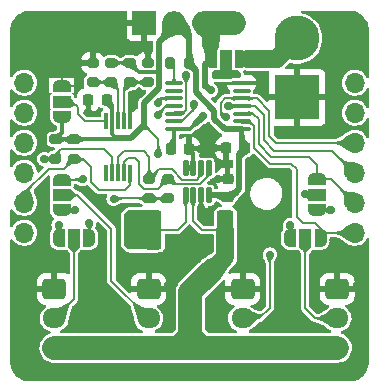
<source format=gtl>
G04 #@! TF.GenerationSoftware,KiCad,Pcbnew,7.0.1*
G04 #@! TF.CreationDate,2023-07-16T12:12:56+02:00*
G04 #@! TF.ProjectId,servo_level_shifter,73657276-6f5f-46c6-9576-656c5f736869,rev?*
G04 #@! TF.SameCoordinates,Original*
G04 #@! TF.FileFunction,Copper,L1,Top*
G04 #@! TF.FilePolarity,Positive*
%FSLAX46Y46*%
G04 Gerber Fmt 4.6, Leading zero omitted, Abs format (unit mm)*
G04 Created by KiCad (PCBNEW 7.0.1) date 2023-07-16 12:12:56*
%MOMM*%
%LPD*%
G01*
G04 APERTURE LIST*
G04 Aperture macros list*
%AMRoundRect*
0 Rectangle with rounded corners*
0 $1 Rounding radius*
0 $2 $3 $4 $5 $6 $7 $8 $9 X,Y pos of 4 corners*
0 Add a 4 corners polygon primitive as box body*
4,1,4,$2,$3,$4,$5,$6,$7,$8,$9,$2,$3,0*
0 Add four circle primitives for the rounded corners*
1,1,$1+$1,$2,$3*
1,1,$1+$1,$4,$5*
1,1,$1+$1,$6,$7*
1,1,$1+$1,$8,$9*
0 Add four rect primitives between the rounded corners*
20,1,$1+$1,$2,$3,$4,$5,0*
20,1,$1+$1,$4,$5,$6,$7,0*
20,1,$1+$1,$6,$7,$8,$9,0*
20,1,$1+$1,$8,$9,$2,$3,0*%
%AMFreePoly0*
4,1,19,0.550000,-0.750000,0.000000,-0.750000,0.000000,-0.744911,-0.071157,-0.744911,-0.207708,-0.704816,-0.327430,-0.627875,-0.420627,-0.520320,-0.479746,-0.390866,-0.500000,-0.250000,-0.500000,0.250000,-0.479746,0.390866,-0.420627,0.520320,-0.327430,0.627875,-0.207708,0.704816,-0.071157,0.744911,0.000000,0.744911,0.000000,0.750000,0.550000,0.750000,0.550000,-0.750000,0.550000,-0.750000,
$1*%
%AMFreePoly1*
4,1,19,0.000000,0.744911,0.071157,0.744911,0.207708,0.704816,0.327430,0.627875,0.420627,0.520320,0.479746,0.390866,0.500000,0.250000,0.500000,-0.250000,0.479746,-0.390866,0.420627,-0.520320,0.327430,-0.627875,0.207708,-0.704816,0.071157,-0.744911,0.000000,-0.744911,0.000000,-0.750000,-0.550000,-0.750000,-0.550000,0.750000,0.000000,0.750000,0.000000,0.744911,0.000000,0.744911,
$1*%
G04 Aperture macros list end*
G04 #@! TA.AperFunction,SMDPad,CuDef*
%ADD10RoundRect,0.200000X-0.275000X0.200000X-0.275000X-0.200000X0.275000X-0.200000X0.275000X0.200000X0*%
G04 #@! TD*
G04 #@! TA.AperFunction,SMDPad,CuDef*
%ADD11FreePoly0,90.000000*%
G04 #@! TD*
G04 #@! TA.AperFunction,SMDPad,CuDef*
%ADD12R,1.500000X1.000000*%
G04 #@! TD*
G04 #@! TA.AperFunction,SMDPad,CuDef*
%ADD13FreePoly1,90.000000*%
G04 #@! TD*
G04 #@! TA.AperFunction,SMDPad,CuDef*
%ADD14RoundRect,0.225000X-0.225000X-0.250000X0.225000X-0.250000X0.225000X0.250000X-0.225000X0.250000X0*%
G04 #@! TD*
G04 #@! TA.AperFunction,SMDPad,CuDef*
%ADD15RoundRect,0.200000X0.275000X-0.200000X0.275000X0.200000X-0.275000X0.200000X-0.275000X-0.200000X0*%
G04 #@! TD*
G04 #@! TA.AperFunction,SMDPad,CuDef*
%ADD16FreePoly0,270.000000*%
G04 #@! TD*
G04 #@! TA.AperFunction,SMDPad,CuDef*
%ADD17FreePoly1,270.000000*%
G04 #@! TD*
G04 #@! TA.AperFunction,SMDPad,CuDef*
%ADD18RoundRect,0.200000X0.200000X0.275000X-0.200000X0.275000X-0.200000X-0.275000X0.200000X-0.275000X0*%
G04 #@! TD*
G04 #@! TA.AperFunction,ComponentPad*
%ADD19R,3.800000X3.800000*%
G04 #@! TD*
G04 #@! TA.AperFunction,ComponentPad*
%ADD20C,3.800000*%
G04 #@! TD*
G04 #@! TA.AperFunction,SMDPad,CuDef*
%ADD21FreePoly0,0.000000*%
G04 #@! TD*
G04 #@! TA.AperFunction,SMDPad,CuDef*
%ADD22R,1.000000X1.500000*%
G04 #@! TD*
G04 #@! TA.AperFunction,SMDPad,CuDef*
%ADD23FreePoly1,0.000000*%
G04 #@! TD*
G04 #@! TA.AperFunction,SMDPad,CuDef*
%ADD24RoundRect,0.225000X0.225000X0.250000X-0.225000X0.250000X-0.225000X-0.250000X0.225000X-0.250000X0*%
G04 #@! TD*
G04 #@! TA.AperFunction,SMDPad,CuDef*
%ADD25RoundRect,0.225000X0.250000X-0.225000X0.250000X0.225000X-0.250000X0.225000X-0.250000X-0.225000X0*%
G04 #@! TD*
G04 #@! TA.AperFunction,ComponentPad*
%ADD26RoundRect,0.250000X-0.725000X0.600000X-0.725000X-0.600000X0.725000X-0.600000X0.725000X0.600000X0*%
G04 #@! TD*
G04 #@! TA.AperFunction,ComponentPad*
%ADD27O,1.950000X1.700000*%
G04 #@! TD*
G04 #@! TA.AperFunction,ComponentPad*
%ADD28R,2.000000X2.000000*%
G04 #@! TD*
G04 #@! TA.AperFunction,ComponentPad*
%ADD29O,2.000000X2.000000*%
G04 #@! TD*
G04 #@! TA.AperFunction,ComponentPad*
%ADD30O,1.700000X1.700000*%
G04 #@! TD*
G04 #@! TA.AperFunction,SMDPad,CuDef*
%ADD31R,0.300000X1.400000*%
G04 #@! TD*
G04 #@! TA.AperFunction,SMDPad,CuDef*
%ADD32RoundRect,0.249999X-0.450001X-1.425001X0.450001X-1.425001X0.450001X1.425001X-0.450001X1.425001X0*%
G04 #@! TD*
G04 #@! TA.AperFunction,SMDPad,CuDef*
%ADD33RoundRect,0.125000X0.125000X-0.537500X0.125000X0.537500X-0.125000X0.537500X-0.125000X-0.537500X0*%
G04 #@! TD*
G04 #@! TA.AperFunction,SMDPad,CuDef*
%ADD34RoundRect,0.100000X0.637500X0.100000X-0.637500X0.100000X-0.637500X-0.100000X0.637500X-0.100000X0*%
G04 #@! TD*
G04 #@! TA.AperFunction,ViaPad*
%ADD35C,0.700000*%
G04 #@! TD*
G04 #@! TA.AperFunction,Conductor*
%ADD36C,0.300000*%
G04 #@! TD*
G04 #@! TA.AperFunction,Conductor*
%ADD37C,0.500000*%
G04 #@! TD*
G04 #@! TA.AperFunction,Conductor*
%ADD38C,0.200000*%
G04 #@! TD*
G04 #@! TA.AperFunction,Conductor*
%ADD39C,1.000000*%
G04 #@! TD*
G04 #@! TA.AperFunction,Conductor*
%ADD40C,1.500000*%
G04 #@! TD*
G04 #@! TA.AperFunction,Conductor*
%ADD41C,2.000000*%
G04 #@! TD*
G04 #@! TA.AperFunction,Conductor*
%ADD42C,0.150000*%
G04 #@! TD*
G04 APERTURE END LIST*
D10*
X91405000Y-63055000D03*
X91405000Y-64705000D03*
D11*
X113580000Y-69030000D03*
D12*
X113580000Y-67730000D03*
D13*
X113580000Y-66430000D03*
D14*
X101155000Y-63830000D03*
X102705000Y-63830000D03*
D10*
X97705000Y-56580000D03*
X97705000Y-58230000D03*
X96155000Y-56580000D03*
X96155000Y-58230000D03*
D15*
X99255000Y-58230000D03*
X99255000Y-56580000D03*
D16*
X91980000Y-58555000D03*
D12*
X91980000Y-59855000D03*
D17*
X91980000Y-61155000D03*
D18*
X102755000Y-56630000D03*
X101105000Y-56630000D03*
D15*
X100905000Y-68055000D03*
X100905000Y-66405000D03*
D19*
X111855000Y-59505000D03*
D20*
X111855000Y-54505000D03*
D21*
X91680000Y-71405000D03*
D22*
X92980000Y-71405000D03*
D23*
X94280000Y-71405000D03*
D24*
X107430000Y-63805000D03*
X105880000Y-63805000D03*
D25*
X105980000Y-67955000D03*
X105980000Y-66405000D03*
D24*
X95755000Y-59705000D03*
X94205000Y-59705000D03*
D26*
X91305000Y-75705000D03*
D27*
X91305000Y-78205000D03*
X91305000Y-80705000D03*
D26*
X99305000Y-75705000D03*
D27*
X99305000Y-78205000D03*
X99305000Y-80705000D03*
D15*
X94555000Y-58230000D03*
X94555000Y-56580000D03*
X99355000Y-68055000D03*
X99355000Y-66405000D03*
D21*
X104555000Y-56230000D03*
D22*
X105855000Y-56230000D03*
D23*
X107155000Y-56230000D03*
D26*
X115255000Y-75705000D03*
D27*
X115255000Y-78205000D03*
X115255000Y-80705000D03*
D28*
X98945000Y-53195000D03*
D29*
X101485000Y-53195000D03*
D30*
X88755000Y-58275000D03*
X88755000Y-60815000D03*
X88755000Y-63355000D03*
X88755000Y-65895000D03*
X88755000Y-68435000D03*
X88755000Y-70975000D03*
X116755000Y-70975000D03*
X116755000Y-68435000D03*
X116755000Y-65895000D03*
X116755000Y-63355000D03*
X116755000Y-60815000D03*
X116755000Y-58275000D03*
D29*
X104025000Y-53195000D03*
X106565000Y-53195000D03*
D21*
X111255000Y-71405000D03*
D22*
X112555000Y-71405000D03*
D23*
X113855000Y-71405000D03*
D31*
X97705000Y-61505000D03*
X97205000Y-61505000D03*
X96705000Y-61505000D03*
X96205000Y-61505000D03*
X95705000Y-61505000D03*
X95705000Y-65905000D03*
X96205000Y-65905000D03*
X96705000Y-65905000D03*
X97205000Y-65905000D03*
X97705000Y-65905000D03*
D10*
X92955000Y-63055000D03*
X92955000Y-64705000D03*
D32*
X99705000Y-70705000D03*
X105805000Y-70705000D03*
D26*
X107255000Y-75705000D03*
D27*
X107255000Y-78205000D03*
X107255000Y-80705000D03*
D33*
X102430000Y-67792500D03*
X103080000Y-67792500D03*
X103730000Y-67792500D03*
X104380000Y-67792500D03*
X104380000Y-65517500D03*
X103730000Y-65517500D03*
X103080000Y-65517500D03*
X102430000Y-65517500D03*
D34*
X107167500Y-62180000D03*
X107167500Y-61530000D03*
X107167500Y-60880000D03*
X107167500Y-60230000D03*
X107167500Y-59580000D03*
X107167500Y-58930000D03*
X107167500Y-58280000D03*
X101442500Y-58280000D03*
X101442500Y-58930000D03*
X101442500Y-59580000D03*
X101442500Y-60230000D03*
X101442500Y-60880000D03*
X101442500Y-61530000D03*
X101442500Y-62180000D03*
D11*
X91937500Y-69055000D03*
D12*
X91937500Y-67755000D03*
D13*
X91937500Y-66455000D03*
D35*
X98505000Y-71705000D03*
X104980000Y-57555000D03*
X98505000Y-70705000D03*
X97605000Y-71205000D03*
X97605000Y-70205000D03*
X98505000Y-69705000D03*
X105830000Y-57530000D03*
X106705000Y-57530000D03*
X96330000Y-68080000D03*
X100130000Y-64280000D03*
X103729500Y-68855000D03*
X114930000Y-73410357D03*
X99255000Y-55655000D03*
X96930000Y-55410357D03*
X96930000Y-73410357D03*
X110930000Y-77410357D03*
X108930000Y-69410357D03*
X110930000Y-73410357D03*
X88930000Y-55410357D03*
X102930000Y-71410357D03*
X116930000Y-77410357D03*
X116930000Y-55410357D03*
X105130000Y-66380000D03*
X90930000Y-73410357D03*
X90930000Y-57410357D03*
X116930000Y-75410357D03*
X96930000Y-53410357D03*
X94930000Y-55410357D03*
X108905000Y-58255000D03*
X94205000Y-60710000D03*
X100930000Y-77410357D03*
X94930000Y-77405000D03*
X116930000Y-79410357D03*
X100930000Y-73410357D03*
X104930000Y-77410357D03*
X94930000Y-75405000D03*
X100930000Y-75410357D03*
X116930000Y-73410357D03*
X93530000Y-56585000D03*
X88930000Y-79410357D03*
X97854500Y-60380000D03*
X88930000Y-53410357D03*
X103655000Y-63830000D03*
X116930000Y-81410357D03*
X88930000Y-77410357D03*
X104905000Y-63805000D03*
X90930000Y-53410357D03*
X110930000Y-75410357D03*
X116930000Y-53410357D03*
X92930000Y-53410357D03*
X88930000Y-73410357D03*
X114930000Y-55410357D03*
X94930000Y-53410357D03*
X114930000Y-53410357D03*
X88930000Y-81410357D03*
X88930000Y-75410357D03*
X98930000Y-73410357D03*
X94930000Y-73405000D03*
X90930000Y-55410357D03*
X90455000Y-64705000D03*
X93755500Y-66430000D03*
X106055000Y-60230000D03*
X94280000Y-70130000D03*
X105855000Y-61180000D03*
X103885864Y-61086365D03*
X104555000Y-58905000D03*
X103155000Y-60080000D03*
X111255000Y-70330000D03*
X114704500Y-69030000D03*
X102452590Y-57647471D03*
X100080000Y-61005000D03*
X93055000Y-69055000D03*
X100055000Y-59955000D03*
X91680000Y-70305000D03*
X112505000Y-67705000D03*
X109555000Y-72805000D03*
D36*
X98800000Y-62075000D02*
X99175000Y-62075000D01*
X98742500Y-62017500D02*
X98800000Y-62075000D01*
X98930000Y-61830000D02*
X99175000Y-62075000D01*
D37*
X98930000Y-61830000D02*
X98930000Y-59949239D01*
D38*
X99175000Y-62075000D02*
X99117500Y-62017500D01*
D37*
X97830000Y-62930000D02*
X98742500Y-62017500D01*
X98742500Y-62017500D02*
X98930000Y-61830000D01*
D38*
X100130000Y-63030000D02*
X99175000Y-62075000D01*
D39*
X107155000Y-56230000D02*
X107730000Y-56230000D01*
D40*
X110130000Y-56230000D02*
X107730000Y-56230000D01*
X111855000Y-54505000D02*
X110130000Y-56230000D01*
D41*
X101810000Y-80705000D02*
X102830000Y-79685000D01*
X100700000Y-80705000D02*
X101810000Y-80705000D01*
X100700000Y-80705000D02*
X99305000Y-80705000D01*
X102830000Y-80705000D02*
X100700000Y-80705000D01*
X102830000Y-78850000D02*
X102830000Y-79685000D01*
X103850000Y-80705000D02*
X102830000Y-80705000D01*
X107255000Y-80705000D02*
X103850000Y-80705000D01*
X102830000Y-78850000D02*
X102830000Y-80705000D01*
X102830000Y-75980000D02*
X102830000Y-78850000D01*
X102830000Y-79685000D02*
X103850000Y-80705000D01*
X102830000Y-75980000D02*
X104435000Y-74375000D01*
X104435000Y-74375000D02*
X104450000Y-74375000D01*
D40*
X105805000Y-73020000D02*
X105805000Y-70705000D01*
X104450000Y-74375000D02*
X105805000Y-73020000D01*
D38*
X102430000Y-67792500D02*
X102430000Y-70030000D01*
X102430000Y-70030000D02*
X101755000Y-70705000D01*
X101755000Y-70705000D02*
X99705000Y-70705000D01*
D41*
X110655000Y-80705000D02*
X107255000Y-80705000D01*
X99305000Y-80705000D02*
X91305000Y-80705000D01*
D38*
X103780000Y-70705000D02*
X105805000Y-70705000D01*
X103080000Y-67792500D02*
X103080000Y-70005000D01*
X103080000Y-70005000D02*
X103780000Y-70705000D01*
D41*
X115255000Y-80705000D02*
X110655000Y-80705000D01*
D37*
X100180000Y-54805000D02*
X101485000Y-53500000D01*
D36*
X96205000Y-61505000D02*
X96205000Y-62605000D01*
D38*
X96155000Y-56580000D02*
X97705000Y-56580000D01*
D36*
X96255000Y-62655000D02*
X96530000Y-62930000D01*
D38*
X100905000Y-68055000D02*
X99355000Y-68055000D01*
D37*
X96530000Y-62930000D02*
X97830000Y-62930000D01*
D36*
X96205000Y-60155000D02*
X95755000Y-59705000D01*
X91980000Y-61155000D02*
X91980000Y-62480000D01*
X107167500Y-62180000D02*
X107167500Y-62730000D01*
D37*
X101485000Y-53500000D02*
X101485000Y-53195000D01*
X102755000Y-56630000D02*
X103280000Y-57155000D01*
D36*
X97705000Y-56580000D02*
X98505000Y-57380000D01*
D37*
X98930000Y-59949239D02*
X100180000Y-58699239D01*
X106980000Y-67255000D02*
X106980000Y-64255000D01*
D36*
X96205000Y-61505000D02*
X96205000Y-60155000D01*
D37*
X104855000Y-60630000D02*
X104855000Y-61311371D01*
D36*
X91405000Y-63055000D02*
X92955000Y-63055000D01*
D38*
X96355000Y-68055000D02*
X96330000Y-68080000D01*
D36*
X96405000Y-63055000D02*
X96530000Y-62930000D01*
D38*
X99355000Y-68055000D02*
X96355000Y-68055000D01*
D37*
X106280000Y-67955000D02*
X106980000Y-67255000D01*
D36*
X92955000Y-63055000D02*
X96405000Y-63055000D01*
D37*
X105980000Y-67955000D02*
X105817500Y-67792500D01*
X103280000Y-59055000D02*
X104855000Y-60630000D01*
X100180000Y-58699239D02*
X100180000Y-57355000D01*
D36*
X91980000Y-62480000D02*
X91405000Y-63055000D01*
D37*
X102755000Y-56630000D02*
X102755000Y-54465000D01*
X105723629Y-62180000D02*
X107167500Y-62180000D01*
X100180000Y-57355000D02*
X100180000Y-54805000D01*
X103280000Y-57155000D02*
X103280000Y-59055000D01*
X105980000Y-67955000D02*
X106280000Y-67955000D01*
D36*
X98505000Y-57380000D02*
X100155000Y-57380000D01*
D38*
X100130000Y-64280000D02*
X100130000Y-63030000D01*
D36*
X100155000Y-57380000D02*
X100180000Y-57355000D01*
D37*
X106980000Y-64255000D02*
X107430000Y-63805000D01*
X107167500Y-63542500D02*
X107167500Y-62730000D01*
X104855000Y-61311371D02*
X105723629Y-62180000D01*
D36*
X96205000Y-62605000D02*
X96255000Y-62655000D01*
D37*
X105817500Y-67792500D02*
X104430000Y-67792500D01*
X107430000Y-63805000D02*
X107167500Y-63542500D01*
X102755000Y-54465000D02*
X101485000Y-53195000D01*
D38*
X101442500Y-56967500D02*
X101105000Y-56630000D01*
X101442500Y-58280000D02*
X101442500Y-56967500D01*
D42*
X101330000Y-66830000D02*
X100905000Y-66405000D01*
D38*
X100080000Y-67230000D02*
X98880000Y-67230000D01*
D42*
X104380000Y-66095685D02*
X103645685Y-66830000D01*
X104380000Y-65517500D02*
X104380000Y-66095685D01*
D38*
X100905000Y-66405000D02*
X100080000Y-67230000D01*
X97580000Y-64630000D02*
X97205000Y-65005000D01*
X98880000Y-67230000D02*
X98455000Y-66805000D01*
D42*
X100905000Y-66705000D02*
X100905000Y-66405000D01*
X103645685Y-66830000D02*
X101330000Y-66830000D01*
D38*
X98455000Y-64930000D02*
X98155000Y-64630000D01*
X98155000Y-64630000D02*
X97580000Y-64630000D01*
X98455000Y-66805000D02*
X98455000Y-64930000D01*
X97205000Y-65005000D02*
X97205000Y-65905000D01*
D42*
X102105000Y-66455000D02*
X101255000Y-65605000D01*
X103370685Y-66455000D02*
X102105000Y-66455000D01*
D38*
X99355000Y-66405000D02*
X99355000Y-64530000D01*
D42*
X103730000Y-65517500D02*
X103730000Y-66095685D01*
D38*
X96705000Y-64580000D02*
X96705000Y-65905000D01*
D42*
X101255000Y-65605000D02*
X100155000Y-65605000D01*
D38*
X97205000Y-64080000D02*
X96705000Y-64580000D01*
X99355000Y-64530000D02*
X98905000Y-64080000D01*
X98905000Y-64080000D02*
X97205000Y-64080000D01*
D42*
X103730000Y-66095685D02*
X103370685Y-66455000D01*
X100155000Y-65605000D02*
X99355000Y-66405000D01*
D38*
X96705000Y-58780000D02*
X96155000Y-58230000D01*
X96705000Y-61505000D02*
X96705000Y-58780000D01*
X96155000Y-58230000D02*
X94555000Y-58230000D01*
D36*
X97705000Y-61505000D02*
X97705000Y-60529500D01*
X108880000Y-58280000D02*
X108905000Y-58255000D01*
X103730000Y-67792500D02*
X103730000Y-68854500D01*
X103730000Y-68854500D02*
X103729500Y-68855000D01*
X103080000Y-64205000D02*
X102705000Y-63830000D01*
D38*
X91980000Y-58555000D02*
X91980000Y-57755000D01*
D36*
X102430000Y-65517500D02*
X103080000Y-65517500D01*
X97705000Y-60529500D02*
X97854500Y-60380000D01*
X103080000Y-65517500D02*
X103080000Y-64205000D01*
D38*
X91980000Y-58555000D02*
X93080000Y-58555000D01*
D36*
X107167500Y-58280000D02*
X108880000Y-58280000D01*
D38*
X97205000Y-58730000D02*
X97705000Y-58230000D01*
X97705000Y-58230000D02*
X99255000Y-58230000D01*
X97205000Y-61505000D02*
X97205000Y-58730000D01*
X90855000Y-65530000D02*
X88755000Y-67630000D01*
X94405000Y-66655000D02*
X94405000Y-65405000D01*
X88755000Y-67630000D02*
X88755000Y-68435000D01*
X94405000Y-65405000D02*
X93705000Y-64705000D01*
X92130000Y-65530000D02*
X90855000Y-65530000D01*
X92955000Y-64705000D02*
X92130000Y-65530000D01*
X97705000Y-65905000D02*
X97705000Y-66905000D01*
X93705000Y-64705000D02*
X92955000Y-64705000D01*
X97705000Y-66905000D02*
X97305000Y-67305000D01*
X97305000Y-67305000D02*
X95055000Y-67305000D01*
X95055000Y-67305000D02*
X94405000Y-66655000D01*
X91405000Y-64355000D02*
X91405000Y-64705000D01*
X96205000Y-64530000D02*
X95555000Y-63880000D01*
X96205000Y-65905000D02*
X96205000Y-64530000D01*
X91880000Y-63880000D02*
X91405000Y-64355000D01*
X95555000Y-63880000D02*
X91880000Y-63880000D01*
X91405000Y-64705000D02*
X90455000Y-64705000D01*
X111380000Y-65130000D02*
X111830000Y-65580000D01*
X111830000Y-65580000D02*
X111830000Y-69605000D01*
X107167500Y-61530000D02*
X107820685Y-61530000D01*
X111830000Y-69605000D02*
X112330000Y-70105000D01*
X116755000Y-70975000D02*
X114285000Y-70975000D01*
X112330000Y-70105000D02*
X113355000Y-70105000D01*
X108205000Y-63755000D02*
X109580000Y-65130000D01*
X108205000Y-61914315D02*
X108205000Y-63755000D01*
X109580000Y-65130000D02*
X111380000Y-65130000D01*
X113355000Y-70105000D02*
X113855000Y-70605000D01*
X114285000Y-70975000D02*
X113855000Y-71405000D01*
X107820685Y-61530000D02*
X108205000Y-61914315D01*
X113855000Y-70605000D02*
X113855000Y-71405000D01*
X108130000Y-60880000D02*
X107167500Y-60880000D01*
X114750000Y-66430000D02*
X116755000Y-68435000D01*
X108605000Y-61355000D02*
X108130000Y-60880000D01*
X113580000Y-65230000D02*
X112905000Y-64555000D01*
X108605000Y-63480000D02*
X108605000Y-61355000D01*
X113580000Y-66430000D02*
X114750000Y-66430000D01*
X113580000Y-66430000D02*
X113580000Y-65230000D01*
X112905000Y-64555000D02*
X109680000Y-64555000D01*
X109680000Y-64555000D02*
X108605000Y-63480000D01*
X109055000Y-60955000D02*
X109055000Y-63130000D01*
X109055000Y-63130000D02*
X109930000Y-64005000D01*
X93730500Y-66455000D02*
X91937500Y-66455000D01*
X114865000Y-64005000D02*
X116755000Y-65895000D01*
X93755500Y-66430000D02*
X93730500Y-66455000D01*
X108330000Y-60230000D02*
X109055000Y-60955000D01*
X109930000Y-64005000D02*
X114865000Y-64005000D01*
X107167500Y-60230000D02*
X108330000Y-60230000D01*
X106055000Y-60230000D02*
X107167500Y-60230000D01*
X108480000Y-59580000D02*
X109530000Y-60630000D01*
X105405000Y-59960761D02*
X105785761Y-59580000D01*
X105855000Y-61180000D02*
X105405000Y-60730000D01*
X94280000Y-71405000D02*
X94280000Y-70130000D01*
X107167500Y-59580000D02*
X108480000Y-59580000D01*
X110080000Y-63355000D02*
X116755000Y-63355000D01*
X109530000Y-62805000D02*
X110080000Y-63355000D01*
X105785761Y-59580000D02*
X107167500Y-59580000D01*
X105405000Y-60730000D02*
X105405000Y-59960761D01*
X109530000Y-60630000D02*
X109530000Y-62805000D01*
D37*
X104555000Y-56230000D02*
X104080000Y-56705000D01*
D40*
X104555000Y-53725000D02*
X104555000Y-54680000D01*
D37*
X103885864Y-61086365D02*
X103249031Y-61723198D01*
D36*
X101442500Y-62180000D02*
X101442500Y-63542500D01*
X101442500Y-63542500D02*
X101155000Y-63830000D01*
X101442500Y-62180000D02*
X102792229Y-62180000D01*
D37*
X104080000Y-58430000D02*
X104555000Y-58905000D01*
D39*
X104555000Y-56230000D02*
X104555000Y-54680000D01*
D40*
X104025000Y-53195000D02*
X104555000Y-53725000D01*
D37*
X104080000Y-56705000D02*
X104080000Y-58430000D01*
D41*
X104025000Y-53195000D02*
X106565000Y-53195000D01*
D36*
X102792229Y-62180000D02*
X103249031Y-61723198D01*
D38*
X92830000Y-59855000D02*
X91980000Y-59855000D01*
X93905000Y-61505000D02*
X93305000Y-60905000D01*
X95705000Y-61505000D02*
X93905000Y-61505000D01*
X93305000Y-60330000D02*
X92830000Y-59855000D01*
X93305000Y-60905000D02*
X93305000Y-60330000D01*
X111255000Y-70330000D02*
X111255000Y-71405000D01*
X103155000Y-60080000D02*
X103155000Y-60470685D01*
X102095685Y-61530000D02*
X101442500Y-61530000D01*
X103155000Y-60470685D02*
X102095685Y-61530000D01*
X114704500Y-69030000D02*
X113580000Y-69030000D01*
X102480000Y-57674881D02*
X102480000Y-60580000D01*
X102180000Y-60880000D02*
X101442500Y-60880000D01*
X102480000Y-60580000D02*
X102180000Y-60880000D01*
X102452590Y-57647471D02*
X102480000Y-57674881D01*
X91937500Y-69055000D02*
X93055000Y-69055000D01*
X100080000Y-60939315D02*
X100789315Y-60230000D01*
X100080000Y-61005000D02*
X100080000Y-60939315D01*
X100789315Y-60230000D02*
X101442500Y-60230000D01*
X101442500Y-59580000D02*
X100430000Y-59580000D01*
X91680000Y-71405000D02*
X91680000Y-70305000D01*
X100430000Y-59580000D02*
X100055000Y-59955000D01*
X112555000Y-77355000D02*
X113405000Y-78205000D01*
X112555000Y-71405000D02*
X112555000Y-77355000D01*
X113405000Y-78205000D02*
X115255000Y-78205000D01*
X113580000Y-67730000D02*
X112530000Y-67730000D01*
X109555000Y-72805000D02*
X109555000Y-77330000D01*
X108680000Y-78205000D02*
X107255000Y-78205000D01*
X112530000Y-67730000D02*
X112505000Y-67705000D01*
X109555000Y-77330000D02*
X108680000Y-78205000D01*
X96155000Y-70655000D02*
X93255000Y-67755000D01*
X96155000Y-75055000D02*
X96155000Y-70655000D01*
X99305000Y-78205000D02*
X96155000Y-75055000D01*
X93255000Y-67755000D02*
X91937500Y-67755000D01*
X92980000Y-76530000D02*
X92980000Y-71405000D01*
X91305000Y-78205000D02*
X92980000Y-76530000D01*
G04 #@! TA.AperFunction,Conductor*
G36*
X103086517Y-67812615D02*
G01*
X103090825Y-67817892D01*
X103318274Y-68372445D01*
X103319118Y-68377736D01*
X103317515Y-68382848D01*
X103292393Y-68425258D01*
X103264290Y-68481701D01*
X103236188Y-68547145D01*
X103208094Y-68621569D01*
X103182683Y-68697034D01*
X103178422Y-68702802D01*
X103171595Y-68705000D01*
X102988405Y-68705000D01*
X102981578Y-68702802D01*
X102977317Y-68697034D01*
X102951904Y-68621569D01*
X102923810Y-68547145D01*
X102923806Y-68547134D01*
X102895708Y-68481701D01*
X102867611Y-68425268D01*
X102842482Y-68382844D01*
X102840881Y-68377735D01*
X102841724Y-68372448D01*
X103069175Y-67817891D01*
X103073483Y-67812615D01*
X103080000Y-67810632D01*
X103086517Y-67812615D01*
G37*
G04 #@! TD.AperFunction*
G04 #@! TA.AperFunction,Conductor*
G36*
X107847567Y-60690115D02*
G01*
X107895614Y-60718089D01*
X107895616Y-60718090D01*
X107895618Y-60718091D01*
X107947955Y-60742565D01*
X107947957Y-60742566D01*
X107947960Y-60742567D01*
X108000306Y-60761043D01*
X108000307Y-60761044D01*
X108052655Y-60773523D01*
X108094737Y-60778730D01*
X108102066Y-60782592D01*
X108105000Y-60790341D01*
X108105000Y-60969659D01*
X108102066Y-60977408D01*
X108094736Y-60981270D01*
X108052656Y-60986475D01*
X108000307Y-60998954D01*
X107947955Y-61017433D01*
X107895617Y-61041907D01*
X107847567Y-61069884D01*
X107843140Y-61071382D01*
X107838481Y-61071027D01*
X107206088Y-60891254D01*
X107199951Y-60887052D01*
X107197587Y-60880000D01*
X107199951Y-60872948D01*
X107206088Y-60868746D01*
X107838484Y-60688971D01*
X107843140Y-60688617D01*
X107847567Y-60690115D01*
G37*
G04 #@! TD.AperFunction*
G04 #@! TA.AperFunction,Conductor*
G36*
X115631797Y-67168672D02*
G01*
X115915543Y-67393234D01*
X116057132Y-67444288D01*
X116166624Y-67483769D01*
X116417412Y-67507540D01*
X116702096Y-67537604D01*
X116707361Y-67538160D01*
X116709491Y-67538587D01*
X117067889Y-67645988D01*
X117073304Y-67649458D01*
X117076068Y-67655268D01*
X117075342Y-67661661D01*
X116757562Y-68431214D01*
X116755021Y-68435021D01*
X116751214Y-68437562D01*
X115981661Y-68755342D01*
X115975268Y-68756068D01*
X115969458Y-68753304D01*
X115965988Y-68747889D01*
X115858587Y-68389491D01*
X115858160Y-68387361D01*
X115827551Y-68097518D01*
X115827538Y-68097393D01*
X115803769Y-67846624D01*
X115737075Y-67661661D01*
X115713234Y-67595543D01*
X115488672Y-67311797D01*
X115486166Y-67303858D01*
X115489572Y-67296264D01*
X115616264Y-67169572D01*
X115623858Y-67166166D01*
X115631797Y-67168672D01*
G37*
G04 #@! TD.AperFunction*
G04 #@! TA.AperFunction,Conductor*
G36*
X106602164Y-67290769D02*
G01*
X106941105Y-67629710D01*
X106944200Y-67635217D01*
X106943981Y-67641531D01*
X106940511Y-67646810D01*
X106850539Y-67725082D01*
X106751097Y-67823592D01*
X106651668Y-67934090D01*
X106552217Y-68056613D01*
X106458621Y-68183221D01*
X106451953Y-68187641D01*
X106444004Y-68186743D01*
X105983933Y-67958013D01*
X105980137Y-67955006D01*
X105977883Y-67950719D01*
X105941943Y-67823591D01*
X105855547Y-67517981D01*
X105855613Y-67511394D01*
X105859229Y-67505885D01*
X105865247Y-67503204D01*
X106000785Y-67485005D01*
X106149694Y-67453010D01*
X106298603Y-67409015D01*
X106447512Y-67353020D01*
X106589035Y-67288398D01*
X106595969Y-67287528D01*
X106602164Y-67290769D01*
G37*
G04 #@! TD.AperFunction*
G04 #@! TA.AperFunction,Conductor*
G36*
X109559504Y-72805879D02*
G01*
X109866854Y-72934138D01*
X109871797Y-72938036D01*
X109874005Y-72943930D01*
X109872839Y-72950116D01*
X109810701Y-73075966D01*
X109810070Y-73077085D01*
X109749426Y-73172013D01*
X109700086Y-73255261D01*
X109667051Y-73356274D01*
X109667050Y-73356277D01*
X109667051Y-73356277D01*
X109655871Y-73494246D01*
X109652142Y-73501901D01*
X109644210Y-73505000D01*
X109465790Y-73505000D01*
X109457858Y-73501901D01*
X109454128Y-73494245D01*
X109442948Y-73356277D01*
X109409911Y-73255261D01*
X109360564Y-73172001D01*
X109299923Y-73077076D01*
X109299301Y-73075974D01*
X109237159Y-72950114D01*
X109235994Y-72943930D01*
X109238202Y-72938036D01*
X109243143Y-72934139D01*
X109550495Y-72805879D01*
X109555000Y-72804978D01*
X109559504Y-72805879D01*
G37*
G04 #@! TD.AperFunction*
G04 #@! TA.AperFunction,Conductor*
G36*
X112564737Y-71418625D02*
G01*
X113000792Y-72073580D01*
X113048946Y-72145907D01*
X113050751Y-72154298D01*
X113046344Y-72161662D01*
X112975000Y-72216581D01*
X112895000Y-72297371D01*
X112815000Y-72397369D01*
X112735000Y-72516577D01*
X112658378Y-72649155D01*
X112654096Y-72653434D01*
X112648248Y-72655000D01*
X112461752Y-72655000D01*
X112455904Y-72653434D01*
X112451622Y-72649155D01*
X112374998Y-72516577D01*
X112334207Y-72455795D01*
X112295000Y-72397371D01*
X112214999Y-72297371D01*
X112134999Y-72216581D01*
X112063655Y-72161662D01*
X112059248Y-72154298D01*
X112061052Y-72145909D01*
X112545262Y-71418625D01*
X112551233Y-71414034D01*
X112558767Y-71414034D01*
X112564737Y-71418625D01*
G37*
G04 #@! TD.AperFunction*
G04 #@! TA.AperFunction,Conductor*
G36*
X95561128Y-61361087D02*
G01*
X95594259Y-61393999D01*
X95697643Y-61496699D01*
X95700695Y-61501959D01*
X95700695Y-61508041D01*
X95697643Y-61513301D01*
X95561128Y-61648911D01*
X95554585Y-61652185D01*
X95547376Y-61650933D01*
X95525000Y-61638998D01*
X95495008Y-61626002D01*
X95495003Y-61626000D01*
X95495000Y-61625999D01*
X95465000Y-61616000D01*
X95464997Y-61615999D01*
X95434994Y-61608998D01*
X95417137Y-61606618D01*
X95415153Y-61606353D01*
X95407897Y-61602464D01*
X95405000Y-61594757D01*
X95405000Y-61415243D01*
X95407897Y-61407536D01*
X95415154Y-61403646D01*
X95434994Y-61401000D01*
X95434995Y-61400999D01*
X95435000Y-61400999D01*
X95465000Y-61393999D01*
X95495000Y-61384000D01*
X95525000Y-61371000D01*
X95547378Y-61359064D01*
X95554586Y-61357814D01*
X95561128Y-61361087D01*
G37*
G04 #@! TD.AperFunction*
G04 #@! TA.AperFunction,Conductor*
G36*
X102250295Y-60669005D02*
G01*
X102254569Y-60671727D01*
X102380108Y-60797266D01*
X102383421Y-60803906D01*
X102382072Y-60811204D01*
X102376606Y-60816222D01*
X102349706Y-60828235D01*
X102307282Y-60853181D01*
X102264847Y-60884132D01*
X102222426Y-60921075D01*
X102183990Y-60959982D01*
X102179564Y-60962791D01*
X102174355Y-60963385D01*
X101451588Y-60881812D01*
X101444405Y-60878232D01*
X101441220Y-60870865D01*
X101440191Y-60853183D01*
X101430881Y-60693122D01*
X101432317Y-60686792D01*
X101436909Y-60682200D01*
X101443240Y-60680765D01*
X101594236Y-60689573D01*
X101605177Y-60689811D01*
X101758340Y-60693147D01*
X101758348Y-60693146D01*
X101758354Y-60693147D01*
X101922473Y-60690720D01*
X102086591Y-60682294D01*
X102245275Y-60668345D01*
X102250295Y-60669005D01*
G37*
G04 #@! TD.AperFunction*
G04 #@! TA.AperFunction,Conductor*
G36*
X103153173Y-56500941D02*
G01*
X103159099Y-56507182D01*
X103229998Y-56683173D01*
X103304987Y-56860320D01*
X103380003Y-57028529D01*
X103447203Y-57171146D01*
X103455000Y-57187693D01*
X103497747Y-57273286D01*
X103521546Y-57320937D01*
X103522510Y-57328659D01*
X103518418Y-57335277D01*
X103511079Y-57337865D01*
X103033976Y-57337865D01*
X103026848Y-57335443D01*
X102945949Y-57273286D01*
X102861918Y-57217722D01*
X102777861Y-57171143D01*
X102693821Y-57133572D01*
X102620510Y-57108648D01*
X102613863Y-57102906D01*
X102613085Y-57094159D01*
X102753231Y-56634795D01*
X102756056Y-56630032D01*
X102760753Y-56627101D01*
X103144583Y-56500443D01*
X103153173Y-56500941D01*
G37*
G04 #@! TD.AperFunction*
G04 #@! TA.AperFunction,Conductor*
G36*
X92989737Y-71418625D02*
G01*
X93425792Y-72073580D01*
X93473946Y-72145907D01*
X93475751Y-72154298D01*
X93471344Y-72161662D01*
X93400000Y-72216581D01*
X93320000Y-72297371D01*
X93240000Y-72397369D01*
X93160000Y-72516577D01*
X93083378Y-72649155D01*
X93079096Y-72653434D01*
X93073248Y-72655000D01*
X92886752Y-72655000D01*
X92880904Y-72653434D01*
X92876622Y-72649155D01*
X92799998Y-72516577D01*
X92759207Y-72455795D01*
X92720000Y-72397371D01*
X92639999Y-72297371D01*
X92559999Y-72216581D01*
X92488655Y-72161662D01*
X92484248Y-72154298D01*
X92486052Y-72145909D01*
X92970262Y-71418625D01*
X92976233Y-71414034D01*
X92983767Y-71414034D01*
X92989737Y-71418625D01*
G37*
G04 #@! TD.AperFunction*
G04 #@! TA.AperFunction,Conductor*
G36*
X106200114Y-59912159D02*
G01*
X106325974Y-59974301D01*
X106327076Y-59974923D01*
X106422001Y-60035564D01*
X106505261Y-60084911D01*
X106606277Y-60117948D01*
X106744246Y-60129128D01*
X106751901Y-60132858D01*
X106755000Y-60140790D01*
X106755000Y-60319210D01*
X106751901Y-60327142D01*
X106744246Y-60330871D01*
X106649989Y-60338509D01*
X106606274Y-60342051D01*
X106505261Y-60375086D01*
X106422013Y-60424426D01*
X106327085Y-60485070D01*
X106325966Y-60485701D01*
X106200116Y-60547839D01*
X106193930Y-60549005D01*
X106188036Y-60546797D01*
X106184138Y-60541854D01*
X106135135Y-60424426D01*
X106055879Y-60234504D01*
X106054978Y-60230000D01*
X106055880Y-60225494D01*
X106184139Y-59918143D01*
X106188036Y-59913202D01*
X106193930Y-59910994D01*
X106200114Y-59912159D01*
G37*
G04 #@! TD.AperFunction*
G04 #@! TA.AperFunction,Conductor*
G36*
X107904548Y-61513867D02*
G01*
X107908585Y-61516733D01*
X107947419Y-61559246D01*
X107989851Y-61599694D01*
X107989852Y-61599695D01*
X108032279Y-61634138D01*
X108032282Y-61634140D01*
X108074703Y-61662580D01*
X108103124Y-61677615D01*
X108108132Y-61682752D01*
X108109199Y-61689846D01*
X108105926Y-61696230D01*
X107980076Y-61822080D01*
X107975257Y-61824985D01*
X107969640Y-61825305D01*
X107967939Y-61824985D01*
X107945978Y-61820852D01*
X107809417Y-61795158D01*
X107643107Y-61769867D01*
X107476816Y-61750578D01*
X107310510Y-61737288D01*
X107156725Y-61730548D01*
X107150726Y-61728580D01*
X107146623Y-61723782D01*
X107145610Y-61717553D01*
X107165650Y-61539450D01*
X107169382Y-61532125D01*
X107177013Y-61529064D01*
X107899689Y-61512927D01*
X107904548Y-61513867D01*
G37*
G04 #@! TD.AperFunction*
G04 #@! TA.AperFunction,Conductor*
G36*
X105013391Y-53194988D02*
G01*
X105021628Y-53198391D01*
X105025079Y-53206607D01*
X105028120Y-53647754D01*
X105033639Y-53886104D01*
X105033640Y-53886104D01*
X105035560Y-53969006D01*
X105044440Y-54246439D01*
X105051880Y-54567699D01*
X105055000Y-55020446D01*
X104055000Y-55020446D01*
X103987566Y-54615019D01*
X103814544Y-54369104D01*
X103805000Y-54361480D01*
X103805000Y-54361479D01*
X103580158Y-54181872D01*
X103579578Y-54181378D01*
X103328654Y-53952650D01*
X103326527Y-53950062D01*
X103108168Y-53589326D01*
X103106482Y-53582922D01*
X103108543Y-53576628D01*
X103113688Y-53572463D01*
X104022841Y-53194896D01*
X104027336Y-53194002D01*
X105013391Y-53194988D01*
G37*
G04 #@! TD.AperFunction*
G04 #@! TA.AperFunction,Conductor*
G36*
X94284504Y-70130879D02*
G01*
X94591854Y-70259138D01*
X94596797Y-70263036D01*
X94599005Y-70268930D01*
X94597839Y-70275116D01*
X94535701Y-70400966D01*
X94535070Y-70402085D01*
X94474426Y-70497013D01*
X94425086Y-70580261D01*
X94392051Y-70681274D01*
X94392050Y-70681277D01*
X94392051Y-70681277D01*
X94380871Y-70819246D01*
X94377142Y-70826901D01*
X94369210Y-70830000D01*
X94190790Y-70830000D01*
X94182858Y-70826901D01*
X94179128Y-70819245D01*
X94167948Y-70681277D01*
X94134911Y-70580261D01*
X94085564Y-70497001D01*
X94024923Y-70402076D01*
X94024301Y-70400974D01*
X93962159Y-70275114D01*
X93960994Y-70268930D01*
X93963202Y-70263036D01*
X93968143Y-70259139D01*
X94275495Y-70130879D01*
X94280000Y-70129978D01*
X94284504Y-70130879D01*
G37*
G04 #@! TD.AperFunction*
G04 #@! TA.AperFunction,Conductor*
G36*
X106496515Y-59388971D02*
G01*
X106853104Y-59490341D01*
X107128911Y-59568746D01*
X107135048Y-59572948D01*
X107137412Y-59580000D01*
X107135048Y-59587052D01*
X107128911Y-59591254D01*
X106496518Y-59771027D01*
X106491859Y-59771382D01*
X106487432Y-59769884D01*
X106439380Y-59741907D01*
X106387043Y-59717433D01*
X106334691Y-59698954D01*
X106282343Y-59686475D01*
X106243016Y-59681610D01*
X106240262Y-59681269D01*
X106232934Y-59677408D01*
X106230000Y-59669659D01*
X106230000Y-59490341D01*
X106232934Y-59482592D01*
X106240263Y-59478730D01*
X106282342Y-59473523D01*
X106290886Y-59471486D01*
X106334692Y-59461044D01*
X106387039Y-59442567D01*
X106439385Y-59418089D01*
X106487435Y-59390113D01*
X106491858Y-59388617D01*
X106496515Y-59388971D01*
G37*
G04 #@! TD.AperFunction*
G04 #@! TA.AperFunction,Conductor*
G36*
X103647156Y-60847607D02*
G01*
X103886571Y-61085658D01*
X103886619Y-61085706D01*
X104124620Y-61325071D01*
X104127687Y-61330538D01*
X104127492Y-61336805D01*
X104124090Y-61342070D01*
X104003132Y-61449430D01*
X104001835Y-61450428D01*
X103898595Y-61518949D01*
X103897853Y-61519403D01*
X103802784Y-61572775D01*
X103698498Y-61641990D01*
X103575911Y-61750797D01*
X103567796Y-61753742D01*
X103559871Y-61750320D01*
X103221908Y-61412357D01*
X103218486Y-61404432D01*
X103221431Y-61396317D01*
X103276873Y-61333852D01*
X103330236Y-61273730D01*
X103399453Y-61169440D01*
X103452835Y-61074354D01*
X103453267Y-61073648D01*
X103521805Y-60970382D01*
X103522788Y-60969104D01*
X103630161Y-60848134D01*
X103635423Y-60844735D01*
X103641689Y-60844540D01*
X103647156Y-60847607D01*
G37*
G04 #@! TD.AperFunction*
G04 #@! TA.AperFunction,Conductor*
G36*
X114806773Y-77427114D02*
G01*
X114811625Y-77431719D01*
X115252649Y-78199170D01*
X115254205Y-78205000D01*
X115252649Y-78210830D01*
X114811625Y-78978280D01*
X114806773Y-78982885D01*
X114800191Y-78984079D01*
X114794031Y-78981471D01*
X114529778Y-78763240D01*
X114254830Y-78581177D01*
X113979889Y-78444120D01*
X113979887Y-78444119D01*
X113704943Y-78352059D01*
X113704938Y-78352058D01*
X113620076Y-78337533D01*
X113439725Y-78306664D01*
X113432756Y-78302676D01*
X113430000Y-78295133D01*
X113430000Y-78114867D01*
X113432756Y-78107324D01*
X113439725Y-78103335D01*
X113704943Y-78057940D01*
X113979887Y-77965880D01*
X114254831Y-77828821D01*
X114529775Y-77646761D01*
X114794032Y-77428527D01*
X114800191Y-77425920D01*
X114806773Y-77427114D01*
G37*
G04 #@! TD.AperFunction*
G04 #@! TA.AperFunction,Conductor*
G36*
X104371475Y-65515475D02*
G01*
X104378333Y-65519031D01*
X104381480Y-65526087D01*
X104435192Y-66171919D01*
X104433668Y-66178733D01*
X104428534Y-66183466D01*
X104383081Y-66204963D01*
X104330292Y-66240428D01*
X104277511Y-66286389D01*
X104224722Y-66342854D01*
X104180093Y-66399469D01*
X104174811Y-66403255D01*
X104168323Y-66403638D01*
X104162632Y-66400499D01*
X104069743Y-66307610D01*
X104067018Y-66303329D01*
X104066362Y-66298298D01*
X104072669Y-66227693D01*
X104074593Y-66222241D01*
X104114515Y-66162495D01*
X104130500Y-66082133D01*
X104130499Y-65494565D01*
X104132354Y-65488245D01*
X104137331Y-65483928D01*
X104143851Y-65482984D01*
X104371475Y-65515475D01*
G37*
G04 #@! TD.AperFunction*
G04 #@! TA.AperFunction,Conductor*
G36*
X102140000Y-61996000D02*
G01*
X102200000Y-62009000D01*
X102260000Y-62018999D01*
X102300000Y-62023665D01*
X102319998Y-62025999D01*
X102369078Y-62029272D01*
X102376844Y-62032953D01*
X102380000Y-62040946D01*
X102380000Y-62319054D01*
X102376844Y-62327047D01*
X102369078Y-62330728D01*
X102319998Y-62333999D01*
X102260004Y-62340999D01*
X102219998Y-62347666D01*
X102200000Y-62350999D01*
X102179999Y-62355332D01*
X102139998Y-62363999D01*
X102083275Y-62379126D01*
X102076763Y-62378986D01*
X101477144Y-62191165D01*
X101471212Y-62186927D01*
X101468941Y-62180000D01*
X101471212Y-62173073D01*
X101477144Y-62168835D01*
X102076766Y-61981012D01*
X102083273Y-61980873D01*
X102140000Y-61996000D01*
G37*
G04 #@! TD.AperFunction*
G04 #@! TA.AperFunction,Conductor*
G36*
X103721475Y-65515475D02*
G01*
X103728333Y-65519031D01*
X103731480Y-65526087D01*
X103785192Y-66171919D01*
X103783668Y-66178733D01*
X103778534Y-66183466D01*
X103733081Y-66204963D01*
X103680292Y-66240428D01*
X103627511Y-66286389D01*
X103574722Y-66342854D01*
X103530093Y-66399469D01*
X103524811Y-66403255D01*
X103518323Y-66403638D01*
X103512632Y-66400499D01*
X103419743Y-66307610D01*
X103417018Y-66303329D01*
X103416362Y-66298298D01*
X103422669Y-66227693D01*
X103424593Y-66222241D01*
X103464515Y-66162495D01*
X103480500Y-66082133D01*
X103480499Y-65494565D01*
X103482354Y-65488245D01*
X103487331Y-65483928D01*
X103493851Y-65482984D01*
X103721475Y-65515475D01*
G37*
G04 #@! TD.AperFunction*
G04 #@! TA.AperFunction,Conductor*
G36*
X101589184Y-62920798D02*
G01*
X101592670Y-62928957D01*
X101595000Y-63085945D01*
X101595000Y-63085955D01*
X101594999Y-63085955D01*
X101596210Y-63158802D01*
X101597500Y-63236459D01*
X101598199Y-63273528D01*
X101599998Y-63368955D01*
X101602498Y-63483462D01*
X101604816Y-63572926D01*
X101603285Y-63579023D01*
X101598819Y-63583447D01*
X101163954Y-63826005D01*
X101155807Y-63827228D01*
X101148874Y-63822778D01*
X100830966Y-63396128D01*
X100828693Y-63390156D01*
X100829898Y-63383879D01*
X100834219Y-63379173D01*
X100917159Y-63328183D01*
X101010994Y-63252495D01*
X101104829Y-63158808D01*
X101198664Y-63047120D01*
X101198665Y-63047119D01*
X101288997Y-62922274D01*
X101293154Y-62918712D01*
X101298476Y-62917432D01*
X101580972Y-62917432D01*
X101589184Y-62920798D01*
G37*
G04 #@! TD.AperFunction*
G04 #@! TA.AperFunction,Conductor*
G36*
X96803187Y-65057385D02*
G01*
X96807380Y-65063569D01*
X96814998Y-65090997D01*
X96824992Y-65123978D01*
X96834998Y-65153999D01*
X96845003Y-65181010D01*
X96853594Y-65201626D01*
X96854235Y-65208574D01*
X96716441Y-65852532D01*
X96712357Y-65859182D01*
X96705000Y-65861784D01*
X96697643Y-65859182D01*
X96693559Y-65852532D01*
X96679895Y-65788677D01*
X96555764Y-65208571D01*
X96556404Y-65201628D01*
X96565000Y-65181000D01*
X96575000Y-65154000D01*
X96584999Y-65124000D01*
X96594999Y-65091000D01*
X96595000Y-65090997D01*
X96602620Y-65063568D01*
X96606813Y-65057385D01*
X96613893Y-65055000D01*
X96796107Y-65055000D01*
X96803187Y-65057385D01*
G37*
G04 #@! TD.AperFunction*
G04 #@! TA.AperFunction,Conductor*
G36*
X107847567Y-59390115D02*
G01*
X107895614Y-59418089D01*
X107895616Y-59418090D01*
X107895618Y-59418091D01*
X107947955Y-59442565D01*
X107947957Y-59442566D01*
X107947960Y-59442567D01*
X108000306Y-59461043D01*
X108000307Y-59461044D01*
X108052655Y-59473523D01*
X108094737Y-59478730D01*
X108102066Y-59482592D01*
X108105000Y-59490341D01*
X108105000Y-59669659D01*
X108102066Y-59677408D01*
X108094736Y-59681270D01*
X108052656Y-59686475D01*
X108000307Y-59698954D01*
X107947955Y-59717433D01*
X107895617Y-59741907D01*
X107847567Y-59769884D01*
X107843140Y-59771382D01*
X107838481Y-59771027D01*
X107206088Y-59591254D01*
X107199951Y-59587052D01*
X107197587Y-59580000D01*
X107199951Y-59572948D01*
X107206088Y-59568746D01*
X107838484Y-59388971D01*
X107843140Y-59388617D01*
X107847567Y-59390115D01*
G37*
G04 #@! TD.AperFunction*
G04 #@! TA.AperFunction,Conductor*
G36*
X92921963Y-68738202D02*
G01*
X92925861Y-68743145D01*
X93054119Y-69050494D01*
X93055021Y-69055000D01*
X93054119Y-69059506D01*
X92925861Y-69366854D01*
X92921963Y-69371797D01*
X92916069Y-69374005D01*
X92909883Y-69372839D01*
X92784032Y-69310701D01*
X92782913Y-69310070D01*
X92687985Y-69249426D01*
X92604737Y-69200086D01*
X92503724Y-69167051D01*
X92470858Y-69164388D01*
X92365753Y-69155871D01*
X92358099Y-69152142D01*
X92355000Y-69144210D01*
X92355000Y-68965790D01*
X92358099Y-68957858D01*
X92365753Y-68954128D01*
X92503722Y-68942948D01*
X92604738Y-68909911D01*
X92687998Y-68860564D01*
X92782929Y-68799918D01*
X92784016Y-68799305D01*
X92909886Y-68737159D01*
X92916069Y-68735994D01*
X92921963Y-68738202D01*
G37*
G04 #@! TD.AperFunction*
G04 #@! TA.AperFunction,Conductor*
G36*
X116430675Y-62576616D02*
G01*
X116434683Y-62581650D01*
X116754134Y-63350510D01*
X116755029Y-63354999D01*
X116754134Y-63359488D01*
X116434683Y-64128349D01*
X116430675Y-64133383D01*
X116424613Y-64135537D01*
X116418328Y-64134160D01*
X116088964Y-63956681D01*
X116087155Y-63955477D01*
X115860543Y-63772156D01*
X115860446Y-63772077D01*
X115666332Y-63611575D01*
X115424773Y-63498054D01*
X115151031Y-63466181D01*
X115065346Y-63456204D01*
X115057962Y-63452364D01*
X115055000Y-63444584D01*
X115055000Y-63265416D01*
X115057962Y-63257636D01*
X115065346Y-63253795D01*
X115424775Y-63211944D01*
X115666334Y-63098421D01*
X115860476Y-62937896D01*
X116087160Y-62754517D01*
X116088958Y-62753320D01*
X116418331Y-62575838D01*
X116424613Y-62574462D01*
X116430675Y-62576616D01*
G37*
G04 #@! TD.AperFunction*
G04 #@! TA.AperFunction,Conductor*
G36*
X103155333Y-60080194D02*
G01*
X103159145Y-60082751D01*
X103295760Y-60220148D01*
X103394414Y-60319368D01*
X103397817Y-60327524D01*
X103394544Y-60335733D01*
X103301681Y-60432152D01*
X103233408Y-60509637D01*
X103176159Y-60577853D01*
X103175975Y-60578067D01*
X103107966Y-60655252D01*
X103107615Y-60655633D01*
X103015262Y-60751527D01*
X103010005Y-60754673D01*
X103003878Y-60754731D01*
X102998562Y-60751684D01*
X102872271Y-60625393D01*
X102868908Y-60618342D01*
X102870732Y-60610747D01*
X102891960Y-60578067D01*
X102932867Y-60515092D01*
X102927045Y-60424337D01*
X102881517Y-60331513D01*
X102830370Y-60223129D01*
X102829427Y-60220152D01*
X102807384Y-60093679D01*
X102808170Y-60087031D01*
X102812474Y-60081901D01*
X102818885Y-60079972D01*
X103150831Y-60079302D01*
X103155333Y-60080194D01*
G37*
G04 #@! TD.AperFunction*
G04 #@! TA.AperFunction,Conductor*
G36*
X92119517Y-62370278D02*
G01*
X92123689Y-62376563D01*
X92123158Y-62384088D01*
X92080004Y-62486536D01*
X92030000Y-62620250D01*
X91980001Y-62768945D01*
X91929989Y-62932687D01*
X91882693Y-63101732D01*
X91877945Y-63108296D01*
X91870072Y-63110201D01*
X91411501Y-63056757D01*
X91405999Y-63054617D01*
X91402243Y-63050063D01*
X91224917Y-62668162D01*
X91223980Y-62661370D01*
X91227010Y-62655218D01*
X91232965Y-62651822D01*
X91341044Y-62627569D01*
X91463283Y-62585138D01*
X91585522Y-62527707D01*
X91707761Y-62455276D01*
X91826947Y-62370029D01*
X91833752Y-62367846D01*
X92112376Y-62367846D01*
X92119517Y-62370278D01*
G37*
G04 #@! TD.AperFunction*
G04 #@! TA.AperFunction,Conductor*
G36*
X92949477Y-64703114D02*
G01*
X92954691Y-64705539D01*
X92958121Y-64710156D01*
X93115241Y-65091776D01*
X93115890Y-65098549D01*
X93112661Y-65104537D01*
X93106645Y-65107717D01*
X93038548Y-65120896D01*
X92970830Y-65134002D01*
X92870926Y-65165337D01*
X92820973Y-65181005D01*
X92671115Y-65246009D01*
X92521259Y-65329013D01*
X92379400Y-65424626D01*
X92371738Y-65426570D01*
X92364588Y-65423197D01*
X92235976Y-65294585D01*
X92232696Y-65288159D01*
X92233808Y-65281035D01*
X92279987Y-65189738D01*
X92329990Y-65072882D01*
X92379994Y-64938026D01*
X92429997Y-64785170D01*
X92477020Y-64624495D01*
X92482138Y-64617805D01*
X92490421Y-64616286D01*
X92949477Y-64703114D01*
G37*
G04 #@! TD.AperFunction*
G04 #@! TA.AperFunction,Conductor*
G36*
X96627529Y-58188948D02*
G01*
X96631980Y-58196108D01*
X96665004Y-58370069D01*
X96700000Y-58536415D01*
X96734994Y-58684752D01*
X96770000Y-58815142D01*
X96800272Y-58912331D01*
X96800199Y-58919516D01*
X96795940Y-58925303D01*
X96789101Y-58927510D01*
X96608867Y-58927510D01*
X96601894Y-58925205D01*
X96584548Y-58912331D01*
X96476325Y-58832008D01*
X96476324Y-58832007D01*
X96347656Y-58754507D01*
X96310695Y-58737416D01*
X96218977Y-58695004D01*
X96187263Y-58684775D01*
X96090307Y-58653503D01*
X96090304Y-58653502D01*
X96090303Y-58653502D01*
X96032250Y-58642898D01*
X95976736Y-58632759D01*
X95970495Y-58629452D01*
X95967295Y-58623157D01*
X95968298Y-58616168D01*
X96152122Y-58234967D01*
X96155995Y-58230435D01*
X96161597Y-58228398D01*
X96619424Y-58186638D01*
X96627529Y-58188948D01*
G37*
G04 #@! TD.AperFunction*
G04 #@! TA.AperFunction,Conductor*
G36*
X92694234Y-67262974D02*
G01*
X92787502Y-67373420D01*
X92887499Y-67472628D01*
X92987495Y-67552625D01*
X92987499Y-67552628D01*
X93087499Y-67613418D01*
X93087501Y-67613418D01*
X93087503Y-67613420D01*
X93180292Y-67652003D01*
X93185533Y-67656312D01*
X93187500Y-67662806D01*
X93187500Y-67847194D01*
X93185533Y-67853688D01*
X93180292Y-67857997D01*
X93087503Y-67896578D01*
X92987495Y-67957373D01*
X92887499Y-68037370D01*
X92787502Y-68136578D01*
X92694234Y-68247025D01*
X92686940Y-68251060D01*
X92678811Y-68249215D01*
X92630206Y-68216854D01*
X91951125Y-67764737D01*
X91946534Y-67758767D01*
X91946534Y-67751233D01*
X91951125Y-67745262D01*
X92678813Y-67260783D01*
X92686940Y-67258939D01*
X92694234Y-67262974D01*
G37*
G04 #@! TD.AperFunction*
G04 #@! TA.AperFunction,Conductor*
G36*
X96475028Y-67761914D02*
G01*
X96565088Y-67804735D01*
X96598876Y-67820800D01*
X96599677Y-67821219D01*
X96646477Y-67848084D01*
X96694505Y-67875655D01*
X96778152Y-67917972D01*
X96878802Y-67945302D01*
X97014101Y-67954275D01*
X97021869Y-67957954D01*
X97025027Y-67965949D01*
X97025027Y-68144387D01*
X97021993Y-68152247D01*
X97014465Y-68156032D01*
X96876072Y-68169558D01*
X96776617Y-68208608D01*
X96695472Y-68265257D01*
X96602377Y-68331944D01*
X96600920Y-68332835D01*
X96475211Y-68397555D01*
X96468980Y-68398820D01*
X96463008Y-68396640D01*
X96459057Y-68391659D01*
X96406309Y-68265257D01*
X96330879Y-68084504D01*
X96329978Y-68080000D01*
X96330880Y-68075494D01*
X96381163Y-67955000D01*
X96459210Y-67767973D01*
X96463060Y-67763066D01*
X96468886Y-67760835D01*
X96475028Y-67761914D01*
G37*
G04 #@! TD.AperFunction*
G04 #@! TA.AperFunction,Conductor*
G36*
X101541088Y-57882056D02*
G01*
X101545384Y-57887500D01*
X101562495Y-57931992D01*
X101577496Y-57966494D01*
X101582499Y-57978000D01*
X101602498Y-58017995D01*
X101602501Y-58018001D01*
X101622501Y-58052001D01*
X101636754Y-58071955D01*
X101638894Y-58079705D01*
X101635527Y-58087007D01*
X101450794Y-58272664D01*
X101445538Y-58275711D01*
X101439462Y-58275711D01*
X101434206Y-58272665D01*
X101434205Y-58272664D01*
X101249471Y-58087005D01*
X101246105Y-58079705D01*
X101248244Y-58071957D01*
X101262499Y-58051999D01*
X101282499Y-58017999D01*
X101302500Y-57978000D01*
X101322500Y-57932000D01*
X101339615Y-57887499D01*
X101343911Y-57882056D01*
X101350535Y-57880000D01*
X101534464Y-57880000D01*
X101541088Y-57882056D01*
G37*
G04 #@! TD.AperFunction*
G04 #@! TA.AperFunction,Conductor*
G36*
X96198747Y-59592341D02*
G01*
X96204132Y-59595974D01*
X96206750Y-59601919D01*
X96235002Y-59812315D01*
X96264997Y-60017700D01*
X96294997Y-60205118D01*
X96325001Y-60374551D01*
X96352231Y-60511990D01*
X96351561Y-60518747D01*
X96347252Y-60523994D01*
X96340754Y-60525964D01*
X96059697Y-60525964D01*
X96051606Y-60522715D01*
X95943843Y-60419546D01*
X95933503Y-60411321D01*
X95832693Y-60331132D01*
X95721526Y-60260708D01*
X95610375Y-60208294D01*
X95512863Y-60178100D01*
X95507233Y-60174289D01*
X95504673Y-60167989D01*
X95506047Y-60161333D01*
X95752564Y-59708474D01*
X95755652Y-59704838D01*
X95759934Y-59702737D01*
X96192256Y-59592141D01*
X96198747Y-59592341D01*
G37*
G04 #@! TD.AperFunction*
G04 #@! TA.AperFunction,Conductor*
G36*
X96515148Y-56202849D02*
G01*
X96611229Y-56287933D01*
X96715922Y-56362765D01*
X96820614Y-56419721D01*
X96925307Y-56458799D01*
X97006348Y-56475210D01*
X97020622Y-56478101D01*
X97027357Y-56482161D01*
X97030000Y-56489568D01*
X97030000Y-56670432D01*
X97027357Y-56677839D01*
X97020622Y-56681899D01*
X96925305Y-56701200D01*
X96820618Y-56740276D01*
X96715918Y-56797236D01*
X96611230Y-56872064D01*
X96515149Y-56957149D01*
X96506782Y-56960074D01*
X96498766Y-56956294D01*
X96161240Y-56587902D01*
X96158168Y-56580000D01*
X96161240Y-56572097D01*
X96498767Y-56203703D01*
X96506782Y-56199925D01*
X96515148Y-56202849D01*
G37*
G04 #@! TD.AperFunction*
G04 #@! TA.AperFunction,Conductor*
G36*
X102457094Y-57648350D02*
G01*
X102764630Y-57776687D01*
X102769534Y-57780533D01*
X102771768Y-57786352D01*
X102770697Y-57792493D01*
X102712115Y-57916166D01*
X102711715Y-57916934D01*
X102657887Y-58011732D01*
X102616246Y-58095417D01*
X102589468Y-58196028D01*
X102580710Y-58331076D01*
X102577036Y-58338856D01*
X102569035Y-58342019D01*
X102390596Y-58342019D01*
X102382742Y-58338991D01*
X102378953Y-58331476D01*
X102376064Y-58302400D01*
X102365201Y-58193035D01*
X102325572Y-58093734D01*
X102291660Y-58045877D01*
X102291525Y-58045682D01*
X102260601Y-57999399D01*
X102260600Y-57999398D01*
X102258308Y-57997866D01*
X102255333Y-57995000D01*
X102200950Y-57919884D01*
X102200033Y-57918395D01*
X102135062Y-57792689D01*
X102133788Y-57786454D01*
X102135965Y-57780475D01*
X102140947Y-57776521D01*
X102448085Y-57648350D01*
X102452590Y-57647449D01*
X102457094Y-57648350D01*
G37*
G04 #@! TD.AperFunction*
G04 #@! TA.AperFunction,Conductor*
G36*
X91675574Y-63959889D02*
G01*
X91805750Y-64090065D01*
X91809075Y-64096797D01*
X91822842Y-64200390D01*
X91837131Y-64295365D01*
X91840974Y-64317530D01*
X91851420Y-64377785D01*
X91865709Y-64447665D01*
X91877578Y-64495282D01*
X91876690Y-64503344D01*
X91870773Y-64508892D01*
X91413493Y-64701825D01*
X91405406Y-64702197D01*
X91399014Y-64697231D01*
X91162545Y-64317528D01*
X91160789Y-64310837D01*
X91163120Y-64304322D01*
X91168722Y-64300264D01*
X91257220Y-64270289D01*
X91359698Y-64217578D01*
X91462176Y-64146868D01*
X91564654Y-64058157D01*
X91658863Y-63960057D01*
X91664121Y-63956903D01*
X91670253Y-63956841D01*
X91675574Y-63959889D01*
G37*
G04 #@! TD.AperFunction*
G04 #@! TA.AperFunction,Conductor*
G36*
X93314998Y-62676443D02*
G01*
X93411229Y-62747179D01*
X93515922Y-62809134D01*
X93620614Y-62856089D01*
X93725307Y-62888044D01*
X93739809Y-62890392D01*
X93820171Y-62903409D01*
X93827210Y-62907375D01*
X93830000Y-62914958D01*
X93830000Y-63195042D01*
X93827210Y-63202625D01*
X93820171Y-63206591D01*
X93725307Y-63221955D01*
X93725301Y-63221956D01*
X93620612Y-63253910D01*
X93515927Y-63300862D01*
X93411228Y-63362820D01*
X93314999Y-63433555D01*
X93306929Y-63435772D01*
X93299442Y-63432032D01*
X93106966Y-63221955D01*
X92961240Y-63062902D01*
X92958168Y-63055000D01*
X92961240Y-63047097D01*
X93299443Y-62677966D01*
X93306929Y-62674227D01*
X93314998Y-62676443D01*
G37*
G04 #@! TD.AperFunction*
G04 #@! TA.AperFunction,Conductor*
G36*
X101380632Y-66221084D02*
G01*
X101384226Y-66226037D01*
X101434855Y-66359272D01*
X101457211Y-66410698D01*
X101489714Y-66485465D01*
X101544571Y-66593482D01*
X101599428Y-66683327D01*
X101599429Y-66683328D01*
X101651877Y-66751853D01*
X101654286Y-66758964D01*
X101654286Y-66888591D01*
X101652010Y-66895524D01*
X101646069Y-66899761D01*
X101638773Y-66899652D01*
X101483142Y-66845999D01*
X101312006Y-66806500D01*
X101158034Y-66788506D01*
X101140861Y-66786499D01*
X101140365Y-66786497D01*
X100969723Y-66785998D01*
X100815530Y-66803117D01*
X100808266Y-66801548D01*
X100803412Y-66795922D01*
X100802925Y-66788509D01*
X100902498Y-66410696D01*
X100905049Y-66405928D01*
X100909471Y-66402814D01*
X101368952Y-66219326D01*
X101375029Y-66218623D01*
X101380632Y-66221084D01*
G37*
G04 #@! TD.AperFunction*
G04 #@! TA.AperFunction,Conductor*
G36*
X98178183Y-56492499D02*
G01*
X98183388Y-56498682D01*
X98237071Y-56647094D01*
X98294142Y-56789873D01*
X98294147Y-56789884D01*
X98351222Y-56917668D01*
X98408296Y-57030453D01*
X98436716Y-57079145D01*
X98460822Y-57120446D01*
X98462320Y-57127844D01*
X98458990Y-57134617D01*
X98260249Y-57333358D01*
X98252939Y-57336745D01*
X98245172Y-57334603D01*
X98110456Y-57238297D01*
X98028165Y-57188115D01*
X97967668Y-57151222D01*
X97919462Y-57126888D01*
X97824882Y-57079145D01*
X97682100Y-57022073D01*
X97551770Y-56983670D01*
X97546327Y-56980214D01*
X97543541Y-56974400D01*
X97544258Y-56967993D01*
X97564978Y-56917668D01*
X97701880Y-56585152D01*
X97705308Y-56580539D01*
X97710520Y-56578115D01*
X98170213Y-56491166D01*
X98178183Y-56492499D01*
G37*
G04 #@! TD.AperFunction*
G04 #@! TA.AperFunction,Conductor*
G36*
X92610555Y-62677965D02*
G01*
X92730736Y-62809136D01*
X92948758Y-63047096D01*
X92951831Y-63055000D01*
X92948758Y-63062904D01*
X92610557Y-63432032D01*
X92603070Y-63435772D01*
X92595000Y-63433555D01*
X92498770Y-63362820D01*
X92498769Y-63362819D01*
X92394077Y-63300865D01*
X92394073Y-63300863D01*
X92394071Y-63300862D01*
X92289386Y-63253910D01*
X92184697Y-63221956D01*
X92184693Y-63221955D01*
X92184692Y-63221955D01*
X92089828Y-63206591D01*
X92082790Y-63202625D01*
X92080000Y-63195042D01*
X92080000Y-62914958D01*
X92082790Y-62907375D01*
X92089829Y-62903409D01*
X92159841Y-62892068D01*
X92184692Y-62888044D01*
X92289385Y-62856089D01*
X92394077Y-62809134D01*
X92498770Y-62747179D01*
X92595003Y-62676441D01*
X92603070Y-62674226D01*
X92610555Y-62677965D01*
G37*
G04 #@! TD.AperFunction*
G04 #@! TA.AperFunction,Conductor*
G36*
X99453901Y-65606766D02*
G01*
X99458215Y-65611530D01*
X99489700Y-65675471D01*
X99515000Y-65726852D01*
X99549063Y-65786851D01*
X99575000Y-65832538D01*
X99635000Y-65922059D01*
X99695000Y-65995416D01*
X99745771Y-66043810D01*
X99749013Y-66049303D01*
X99748893Y-66055681D01*
X99745445Y-66061047D01*
X99362747Y-66399155D01*
X99355000Y-66402087D01*
X99347253Y-66399155D01*
X98964554Y-66061047D01*
X98961106Y-66055681D01*
X98960986Y-66049303D01*
X98964229Y-66043810D01*
X99015000Y-65995416D01*
X99075000Y-65922059D01*
X99135000Y-65832538D01*
X99195000Y-65726851D01*
X99251784Y-65611530D01*
X99256099Y-65606766D01*
X99262280Y-65605000D01*
X99447720Y-65605000D01*
X99453901Y-65606766D01*
G37*
G04 #@! TD.AperFunction*
G04 #@! TA.AperFunction,Conductor*
G36*
X100227142Y-63583099D02*
G01*
X100230871Y-63590753D01*
X100239388Y-63695858D01*
X100242051Y-63728724D01*
X100275086Y-63829737D01*
X100324426Y-63912985D01*
X100385070Y-64007913D01*
X100385701Y-64009032D01*
X100447839Y-64134883D01*
X100449005Y-64141069D01*
X100446797Y-64146963D01*
X100441854Y-64150861D01*
X100134506Y-64279119D01*
X100130000Y-64280021D01*
X100125494Y-64279119D01*
X99818145Y-64150861D01*
X99813202Y-64146963D01*
X99810994Y-64141069D01*
X99812159Y-64134886D01*
X99874305Y-64009016D01*
X99874918Y-64007929D01*
X99935564Y-63912998D01*
X99984911Y-63829738D01*
X100017948Y-63728722D01*
X100029128Y-63590753D01*
X100032858Y-63583099D01*
X100040790Y-63580000D01*
X100219210Y-63580000D01*
X100227142Y-63583099D01*
G37*
G04 #@! TD.AperFunction*
G04 #@! TA.AperFunction,Conductor*
G36*
X100143000Y-69046613D02*
G01*
X100188387Y-69092000D01*
X100205000Y-69154000D01*
X100205000Y-72256000D01*
X100188387Y-72318000D01*
X100143000Y-72363387D01*
X100081000Y-72380000D01*
X97656362Y-72380000D01*
X97608909Y-72370561D01*
X97568681Y-72343681D01*
X97216319Y-71991319D01*
X97189439Y-71951091D01*
X97180000Y-71903638D01*
X97180000Y-69506362D01*
X97189439Y-69458909D01*
X97216319Y-69418681D01*
X97568681Y-69066319D01*
X97608909Y-69039439D01*
X97656362Y-69030000D01*
X100081000Y-69030000D01*
X100143000Y-69046613D01*
G37*
G04 #@! TD.AperFunction*
G04 #@! TA.AperFunction,Conductor*
G36*
X96803187Y-60657385D02*
G01*
X96807380Y-60663569D01*
X96814998Y-60690997D01*
X96824992Y-60723978D01*
X96834998Y-60753999D01*
X96845003Y-60781010D01*
X96853594Y-60801626D01*
X96854235Y-60808574D01*
X96716441Y-61452532D01*
X96712357Y-61459182D01*
X96705000Y-61461784D01*
X96697643Y-61459182D01*
X96693559Y-61452532D01*
X96679895Y-61388677D01*
X96555764Y-60808571D01*
X96556404Y-60801628D01*
X96565000Y-60781000D01*
X96575000Y-60754000D01*
X96584999Y-60724000D01*
X96594999Y-60691000D01*
X96595000Y-60690997D01*
X96602620Y-60663568D01*
X96606813Y-60657385D01*
X96613893Y-60655000D01*
X96796107Y-60655000D01*
X96803187Y-60657385D01*
G37*
G04 #@! TD.AperFunction*
G04 #@! TA.AperFunction,Conductor*
G36*
X107847567Y-60040115D02*
G01*
X107895614Y-60068089D01*
X107895616Y-60068090D01*
X107895618Y-60068091D01*
X107947955Y-60092565D01*
X107947957Y-60092566D01*
X107947960Y-60092567D01*
X108000306Y-60111043D01*
X108000307Y-60111044D01*
X108052655Y-60123523D01*
X108094737Y-60128730D01*
X108102066Y-60132592D01*
X108105000Y-60140341D01*
X108105000Y-60319659D01*
X108102066Y-60327408D01*
X108094736Y-60331270D01*
X108052656Y-60336475D01*
X108000307Y-60348954D01*
X107947955Y-60367433D01*
X107895617Y-60391907D01*
X107847567Y-60419884D01*
X107843140Y-60421382D01*
X107838481Y-60421027D01*
X107206088Y-60241253D01*
X107199951Y-60237051D01*
X107197587Y-60229999D01*
X107199951Y-60222947D01*
X107206085Y-60218746D01*
X107838484Y-60038971D01*
X107843140Y-60038617D01*
X107847567Y-60040115D01*
G37*
G04 #@! TD.AperFunction*
G04 #@! TA.AperFunction,Conductor*
G36*
X100573338Y-52817364D02*
G01*
X101481215Y-53192437D01*
X101485021Y-53194978D01*
X101487562Y-53198784D01*
X101863093Y-54107771D01*
X101863863Y-54113880D01*
X101861425Y-54119535D01*
X101856453Y-54123168D01*
X101483127Y-54265738D01*
X101482852Y-54265839D01*
X101201505Y-54365277D01*
X100968615Y-54470245D01*
X100729776Y-54633571D01*
X100438654Y-54900582D01*
X100430493Y-54903656D01*
X100422473Y-54900232D01*
X100084056Y-54561815D01*
X100080656Y-54554342D01*
X100083004Y-54546475D01*
X100339499Y-54208090D01*
X100423854Y-53905700D01*
X100425308Y-53602489D01*
X100425314Y-53602193D01*
X100439210Y-53254258D01*
X100439624Y-53251607D01*
X100557596Y-52825058D01*
X100561011Y-52819513D01*
X100566864Y-52816653D01*
X100573338Y-52817364D01*
G37*
G04 #@! TD.AperFunction*
G04 #@! TA.AperFunction,Conductor*
G36*
X111844986Y-54508803D02*
G01*
X111849797Y-54514863D01*
X111849774Y-54522601D01*
X111229741Y-56275557D01*
X111226932Y-56279980D01*
X111222474Y-56282733D01*
X111082524Y-56330264D01*
X110854258Y-56500595D01*
X110853941Y-56500824D01*
X110544732Y-56715855D01*
X110543063Y-56716822D01*
X110154935Y-56900758D01*
X110151855Y-56901725D01*
X109697684Y-56977719D01*
X109691056Y-56976895D01*
X109685959Y-56972580D01*
X109684053Y-56966179D01*
X109684053Y-55488114D01*
X109686139Y-55481447D01*
X109691652Y-55477156D01*
X109726838Y-55463985D01*
X109874330Y-55408781D01*
X109970617Y-55235701D01*
X110001864Y-55021624D01*
X109997021Y-54827412D01*
X109986260Y-54725495D01*
X109988777Y-54716936D01*
X109996596Y-54712639D01*
X111837448Y-54507071D01*
X111844986Y-54508803D01*
G37*
G04 #@! TD.AperFunction*
G04 #@! TA.AperFunction,Conductor*
G36*
X99011232Y-67678704D02*
G01*
X99209150Y-67894721D01*
X99348758Y-68047096D01*
X99351831Y-68055000D01*
X99348758Y-68062904D01*
X99011234Y-68431294D01*
X99003217Y-68435074D01*
X98994850Y-68432149D01*
X98993884Y-68431294D01*
X98898770Y-68347066D01*
X98898771Y-68347066D01*
X98898768Y-68347064D01*
X98794080Y-68272236D01*
X98794079Y-68272235D01*
X98794077Y-68272234D01*
X98689385Y-68215278D01*
X98689380Y-68215276D01*
X98584693Y-68176200D01*
X98489378Y-68156899D01*
X98482643Y-68152839D01*
X98480000Y-68145432D01*
X98480000Y-67964568D01*
X98482643Y-67957161D01*
X98489378Y-67953101D01*
X98502108Y-67950522D01*
X98584692Y-67933799D01*
X98689385Y-67894721D01*
X98794077Y-67837765D01*
X98898770Y-67762933D01*
X98994852Y-67677849D01*
X99003217Y-67674925D01*
X99011232Y-67678704D01*
G37*
G04 #@! TD.AperFunction*
G04 #@! TA.AperFunction,Conductor*
G36*
X89330724Y-66928575D02*
G01*
X89457560Y-67055411D01*
X89460925Y-67062482D01*
X89459076Y-67070091D01*
X89291555Y-67326031D01*
X89303032Y-67557438D01*
X89414920Y-67794127D01*
X89414974Y-67794243D01*
X89542880Y-68072691D01*
X89543782Y-68075610D01*
X89602674Y-68421346D01*
X89601866Y-68427984D01*
X89597556Y-68433095D01*
X89591150Y-68435011D01*
X88759153Y-68435702D01*
X88754664Y-68434811D01*
X88750860Y-68432265D01*
X88380844Y-68061379D01*
X88162645Y-67842665D01*
X88159575Y-67837230D01*
X88159739Y-67830987D01*
X88163089Y-67825719D01*
X88426047Y-67588406D01*
X88427134Y-67587538D01*
X88640658Y-67437169D01*
X88641231Y-67436793D01*
X88835888Y-67317696D01*
X89050257Y-67166732D01*
X89314612Y-66928161D01*
X89322751Y-66925152D01*
X89330724Y-66928575D01*
G37*
G04 #@! TD.AperFunction*
G04 #@! TA.AperFunction,Conductor*
G36*
X100472732Y-60420849D02*
G01*
X100598910Y-60547027D01*
X100602319Y-60554649D01*
X100599778Y-60562602D01*
X100512564Y-60671778D01*
X100479080Y-60760170D01*
X100474463Y-60772361D01*
X100462946Y-60872657D01*
X100462939Y-60872717D01*
X100449048Y-60988370D01*
X100448623Y-60990385D01*
X100407106Y-61126638D01*
X100403629Y-61132024D01*
X100397835Y-61134769D01*
X100391465Y-61134049D01*
X100083808Y-61007563D01*
X100079984Y-61005015D01*
X100077436Y-61001191D01*
X100072993Y-60990385D01*
X99950668Y-60692849D01*
X99949913Y-60686708D01*
X99952397Y-60681039D01*
X99957424Y-60677432D01*
X100083558Y-60630704D01*
X100084077Y-60630525D01*
X100185788Y-60598277D01*
X100270752Y-60564604D01*
X100357518Y-60509531D01*
X100456640Y-60420419D01*
X100464770Y-60417426D01*
X100472732Y-60420849D01*
G37*
G04 #@! TD.AperFunction*
G04 #@! TA.AperFunction,Conductor*
G36*
X116430675Y-70196616D02*
G01*
X116434683Y-70201650D01*
X116754134Y-70970510D01*
X116755029Y-70974999D01*
X116754134Y-70979488D01*
X116434683Y-71748349D01*
X116430675Y-71753383D01*
X116424613Y-71755537D01*
X116418328Y-71754160D01*
X116088964Y-71576681D01*
X116087155Y-71575477D01*
X115860543Y-71392156D01*
X115860446Y-71392077D01*
X115666332Y-71231575D01*
X115424773Y-71118054D01*
X115151030Y-71086181D01*
X115065346Y-71076204D01*
X115057962Y-71072364D01*
X115055000Y-71064584D01*
X115055000Y-70885416D01*
X115057962Y-70877636D01*
X115065346Y-70873795D01*
X115424775Y-70831944D01*
X115666334Y-70718421D01*
X115860476Y-70557896D01*
X116087160Y-70374517D01*
X116088958Y-70373320D01*
X116418331Y-70195838D01*
X116424613Y-70194462D01*
X116430675Y-70196616D01*
G37*
G04 #@! TD.AperFunction*
G04 #@! TA.AperFunction,Conductor*
G36*
X91061232Y-64328704D02*
G01*
X91398758Y-64697096D01*
X91401831Y-64704999D01*
X91398758Y-64712903D01*
X91061234Y-65081294D01*
X91053217Y-65085074D01*
X91044850Y-65082149D01*
X91043884Y-65081294D01*
X90948770Y-64997066D01*
X90948771Y-64997066D01*
X90948768Y-64997064D01*
X90844080Y-64922236D01*
X90844079Y-64922235D01*
X90844077Y-64922234D01*
X90739385Y-64865278D01*
X90739380Y-64865276D01*
X90634693Y-64826200D01*
X90539378Y-64806899D01*
X90532643Y-64802839D01*
X90530000Y-64795432D01*
X90530000Y-64614568D01*
X90532643Y-64607161D01*
X90539378Y-64603101D01*
X90552108Y-64600522D01*
X90634692Y-64583799D01*
X90739385Y-64544721D01*
X90844077Y-64487765D01*
X90948770Y-64412933D01*
X91044852Y-64327849D01*
X91053217Y-64324925D01*
X91061232Y-64328704D01*
G37*
G04 #@! TD.AperFunction*
G04 #@! TA.AperFunction,Conductor*
G36*
X97698191Y-58228749D02*
G01*
X97704016Y-58230554D01*
X97708142Y-58235046D01*
X97906401Y-58616553D01*
X97907621Y-58623460D01*
X97904671Y-58629824D01*
X97898611Y-58633357D01*
X97791714Y-58657642D01*
X97791711Y-58657642D01*
X97791711Y-58657643D01*
X97670033Y-58703287D01*
X97670029Y-58703288D01*
X97670029Y-58703289D01*
X97548359Y-58766929D01*
X97426674Y-58848578D01*
X97363121Y-58900623D01*
X97314037Y-58940820D01*
X97308234Y-58945572D01*
X97300821Y-58948220D01*
X97119618Y-58948220D01*
X97113039Y-58946195D01*
X97108737Y-58940820D01*
X97108202Y-58933957D01*
X97130000Y-58836876D01*
X97155000Y-58707533D01*
X97179999Y-58560190D01*
X97204999Y-58394847D01*
X97228568Y-58222004D01*
X97232631Y-58214632D01*
X97240591Y-58211894D01*
X97698191Y-58228749D01*
G37*
G04 #@! TD.AperFunction*
G04 #@! TA.AperFunction,Conductor*
G36*
X95811232Y-57853704D02*
G01*
X96009150Y-58069721D01*
X96148758Y-58222096D01*
X96151831Y-58230000D01*
X96148758Y-58237904D01*
X95811234Y-58606294D01*
X95803217Y-58610074D01*
X95794850Y-58607149D01*
X95793884Y-58606294D01*
X95698770Y-58522066D01*
X95698771Y-58522066D01*
X95698768Y-58522064D01*
X95594080Y-58447236D01*
X95594079Y-58447235D01*
X95594077Y-58447234D01*
X95489385Y-58390278D01*
X95489380Y-58390276D01*
X95384693Y-58351200D01*
X95289378Y-58331899D01*
X95282643Y-58327839D01*
X95280000Y-58320432D01*
X95280000Y-58139568D01*
X95282643Y-58132161D01*
X95289378Y-58128101D01*
X95302108Y-58125522D01*
X95384692Y-58108799D01*
X95489385Y-58069721D01*
X95594077Y-58012765D01*
X95698770Y-57937933D01*
X95794852Y-57852849D01*
X95803217Y-57849925D01*
X95811232Y-57853704D01*
G37*
G04 #@! TD.AperFunction*
G04 #@! TA.AperFunction,Conductor*
G36*
X91684504Y-70305879D02*
G01*
X91991854Y-70434138D01*
X91996797Y-70438036D01*
X91999005Y-70443930D01*
X91997839Y-70450116D01*
X91935701Y-70575966D01*
X91935070Y-70577085D01*
X91874426Y-70672013D01*
X91825086Y-70755261D01*
X91792051Y-70856274D01*
X91792050Y-70856277D01*
X91792051Y-70856277D01*
X91780871Y-70994246D01*
X91777142Y-71001901D01*
X91769210Y-71005000D01*
X91590790Y-71005000D01*
X91582858Y-71001901D01*
X91579128Y-70994245D01*
X91567948Y-70856277D01*
X91534911Y-70755261D01*
X91485564Y-70672001D01*
X91424923Y-70577076D01*
X91424301Y-70575974D01*
X91362159Y-70450114D01*
X91360994Y-70443930D01*
X91363202Y-70438036D01*
X91368143Y-70434139D01*
X91675495Y-70305879D01*
X91680000Y-70304978D01*
X91684504Y-70305879D01*
G37*
G04 #@! TD.AperFunction*
G04 #@! TA.AperFunction,Conductor*
G36*
X98911232Y-57853704D02*
G01*
X99109150Y-58069721D01*
X99248758Y-58222096D01*
X99251831Y-58230000D01*
X99248758Y-58237904D01*
X98911234Y-58606294D01*
X98903217Y-58610074D01*
X98894850Y-58607149D01*
X98893884Y-58606294D01*
X98798770Y-58522066D01*
X98798771Y-58522066D01*
X98798768Y-58522064D01*
X98694080Y-58447236D01*
X98694079Y-58447235D01*
X98694077Y-58447234D01*
X98589385Y-58390278D01*
X98589380Y-58390276D01*
X98484693Y-58351200D01*
X98389378Y-58331899D01*
X98382643Y-58327839D01*
X98380000Y-58320432D01*
X98380000Y-58139568D01*
X98382643Y-58132161D01*
X98389378Y-58128101D01*
X98402108Y-58125522D01*
X98484692Y-58108799D01*
X98589385Y-58069721D01*
X98694077Y-58012765D01*
X98798770Y-57937933D01*
X98894852Y-57852849D01*
X98903217Y-57849925D01*
X98911232Y-57853704D01*
G37*
G04 #@! TD.AperFunction*
G04 #@! TA.AperFunction,Conductor*
G36*
X96303187Y-65057385D02*
G01*
X96307380Y-65063569D01*
X96314998Y-65090997D01*
X96324992Y-65123978D01*
X96334998Y-65153999D01*
X96345003Y-65181010D01*
X96353594Y-65201626D01*
X96354235Y-65208574D01*
X96216441Y-65852532D01*
X96212357Y-65859182D01*
X96205000Y-65861784D01*
X96197643Y-65859182D01*
X96193559Y-65852532D01*
X96179895Y-65788677D01*
X96055764Y-65208571D01*
X96056404Y-65201628D01*
X96065000Y-65181000D01*
X96075000Y-65154000D01*
X96084999Y-65124000D01*
X96094999Y-65091000D01*
X96095000Y-65090997D01*
X96102620Y-65063568D01*
X96106813Y-65057385D01*
X96113893Y-65055000D01*
X96296107Y-65055000D01*
X96303187Y-65057385D01*
G37*
G04 #@! TD.AperFunction*
G04 #@! TA.AperFunction,Conductor*
G36*
X106287592Y-55496613D02*
G01*
X106332979Y-55542000D01*
X106349592Y-55604000D01*
X106349592Y-56980001D01*
X106369033Y-57077738D01*
X106369033Y-57077739D01*
X106369034Y-57077740D01*
X106424399Y-57160601D01*
X106507260Y-57215966D01*
X106552988Y-57225062D01*
X106604999Y-57235408D01*
X106884046Y-57235408D01*
X106931499Y-57244847D01*
X106971727Y-57271727D01*
X107043681Y-57343681D01*
X107070561Y-57383909D01*
X107080000Y-57431362D01*
X107080000Y-57703638D01*
X107070561Y-57751091D01*
X107043681Y-57791319D01*
X107041819Y-57793181D01*
X107001591Y-57820061D01*
X106954138Y-57829500D01*
X106496737Y-57829500D01*
X106428609Y-57839426D01*
X106320246Y-57892401D01*
X106265786Y-57905000D01*
X104831362Y-57905000D01*
X104783909Y-57895561D01*
X104743681Y-57868681D01*
X104666319Y-57791319D01*
X104639439Y-57751091D01*
X104630000Y-57703638D01*
X104630000Y-57431362D01*
X104639439Y-57383909D01*
X104666319Y-57343681D01*
X104738273Y-57271727D01*
X104778501Y-57244847D01*
X104825954Y-57235408D01*
X105105001Y-57235408D01*
X105137580Y-57228927D01*
X105202740Y-57215966D01*
X105285601Y-57160601D01*
X105340966Y-57077740D01*
X105353927Y-57012580D01*
X105360408Y-56980001D01*
X105360408Y-55604000D01*
X105377021Y-55542000D01*
X105422408Y-55496613D01*
X105484408Y-55480000D01*
X106225592Y-55480000D01*
X106287592Y-55496613D01*
G37*
G04 #@! TD.AperFunction*
G04 #@! TA.AperFunction,Conductor*
G36*
X98065148Y-57852849D02*
G01*
X98161229Y-57937933D01*
X98265922Y-58012765D01*
X98370614Y-58069721D01*
X98475307Y-58108799D01*
X98556348Y-58125210D01*
X98570622Y-58128101D01*
X98577357Y-58132161D01*
X98580000Y-58139568D01*
X98580000Y-58320432D01*
X98577357Y-58327839D01*
X98570622Y-58331899D01*
X98475305Y-58351200D01*
X98370618Y-58390276D01*
X98265918Y-58447236D01*
X98161230Y-58522064D01*
X98065149Y-58607149D01*
X98056782Y-58610074D01*
X98048766Y-58606294D01*
X97711241Y-58237903D01*
X97708168Y-58229999D01*
X97711239Y-58222098D01*
X98048767Y-57853703D01*
X98056782Y-57849925D01*
X98065148Y-57852849D01*
G37*
G04 #@! TD.AperFunction*
G04 #@! TA.AperFunction,Conductor*
G36*
X98131432Y-76886988D02*
G01*
X98181857Y-76918045D01*
X98441541Y-77077988D01*
X98759522Y-77228837D01*
X98759524Y-77228837D01*
X98759525Y-77228838D01*
X99077505Y-77334687D01*
X99395483Y-77395534D01*
X99395484Y-77395535D01*
X99695361Y-77410481D01*
X99702448Y-77413331D01*
X99706266Y-77419947D01*
X99705187Y-77427509D01*
X99307960Y-78201317D01*
X99305066Y-78204942D01*
X99300991Y-78207157D01*
X98398626Y-78484699D01*
X98392231Y-78484837D01*
X98386720Y-78481591D01*
X98383738Y-78475933D01*
X98305535Y-78105484D01*
X98224686Y-77767503D01*
X98143837Y-77474522D01*
X98062988Y-77226541D01*
X97984988Y-77030713D01*
X97984400Y-77024026D01*
X97987584Y-77018116D01*
X98117024Y-76888676D01*
X98123934Y-76885330D01*
X98131432Y-76886988D01*
G37*
G04 #@! TD.AperFunction*
G04 #@! TA.AperFunction,Conductor*
G36*
X99962997Y-65704389D02*
G01*
X100056537Y-65797929D01*
X100059787Y-65804176D01*
X100058863Y-65811157D01*
X100015867Y-65903124D01*
X99969399Y-66022015D01*
X99922936Y-66160391D01*
X99876466Y-66318292D01*
X99832766Y-66485125D01*
X99827701Y-66492049D01*
X99819274Y-66493656D01*
X99360523Y-66406885D01*
X99355308Y-66404460D01*
X99351879Y-66399845D01*
X99195019Y-66018856D01*
X99194408Y-66011910D01*
X99197857Y-66005848D01*
X99204139Y-66002828D01*
X99342706Y-65982532D01*
X99496097Y-65940565D01*
X99649488Y-65879097D01*
X99802879Y-65798130D01*
X99948313Y-65702874D01*
X99955924Y-65701024D01*
X99962997Y-65704389D01*
G37*
G04 #@! TD.AperFunction*
G04 #@! TA.AperFunction,Conductor*
G36*
X105728807Y-67507696D02*
G01*
X105734293Y-67512697D01*
X105976560Y-67947041D01*
X105977905Y-67954523D01*
X105974369Y-67961252D01*
X105579974Y-68333191D01*
X105572398Y-68336370D01*
X105564599Y-68333784D01*
X105469034Y-68256656D01*
X105417281Y-68220888D01*
X105365527Y-68185118D01*
X105262018Y-68125579D01*
X105262019Y-68125579D01*
X105262013Y-68125576D01*
X105158511Y-68078039D01*
X105088707Y-68054073D01*
X105062900Y-68045212D01*
X105057178Y-68040945D01*
X105055000Y-68034147D01*
X105055000Y-67555717D01*
X105056813Y-67549461D01*
X105061690Y-67545144D01*
X105068117Y-67544103D01*
X105190000Y-67559000D01*
X105325000Y-67563500D01*
X105460000Y-67556000D01*
X105595000Y-67536500D01*
X105721418Y-67507002D01*
X105728807Y-67507696D01*
G37*
G04 #@! TD.AperFunction*
G04 #@! TA.AperFunction,Conductor*
G36*
X100899477Y-66403114D02*
G01*
X100904691Y-66405539D01*
X100908121Y-66410156D01*
X101065241Y-66791776D01*
X101065890Y-66798549D01*
X101062661Y-66804537D01*
X101056645Y-66807717D01*
X100988548Y-66820896D01*
X100920830Y-66834002D01*
X100820925Y-66865337D01*
X100770973Y-66881005D01*
X100621115Y-66946009D01*
X100471259Y-67029013D01*
X100329400Y-67124626D01*
X100321738Y-67126570D01*
X100314588Y-67123197D01*
X100185976Y-66994585D01*
X100182696Y-66988159D01*
X100183808Y-66981035D01*
X100229987Y-66889738D01*
X100279990Y-66772882D01*
X100329994Y-66638026D01*
X100379997Y-66485170D01*
X100427020Y-66324495D01*
X100432138Y-66317805D01*
X100440421Y-66316286D01*
X100899477Y-66403114D01*
G37*
G04 #@! TD.AperFunction*
G04 #@! TA.AperFunction,Conductor*
G36*
X97712357Y-65950817D02*
G01*
X97716441Y-65957467D01*
X97854235Y-66601425D01*
X97853594Y-66608373D01*
X97845003Y-66628988D01*
X97834998Y-66656000D01*
X97824992Y-66686021D01*
X97814998Y-66719002D01*
X97807380Y-66746431D01*
X97803187Y-66752615D01*
X97796107Y-66755000D01*
X97613893Y-66755000D01*
X97606813Y-66752615D01*
X97602620Y-66746432D01*
X97594997Y-66718991D01*
X97585006Y-66686021D01*
X97575000Y-66656000D01*
X97565000Y-66629000D01*
X97556404Y-66608371D01*
X97555764Y-66601428D01*
X97693559Y-65957466D01*
X97697643Y-65950817D01*
X97705000Y-65948215D01*
X97712357Y-65950817D01*
G37*
G04 #@! TD.AperFunction*
G04 #@! TA.AperFunction,Conductor*
G36*
X107025325Y-63700476D02*
G01*
X107425063Y-63802737D01*
X107429347Y-63804838D01*
X107432437Y-63808477D01*
X107680030Y-64263314D01*
X107681447Y-64269309D01*
X107679623Y-64275193D01*
X107675063Y-64279334D01*
X107594626Y-64320292D01*
X107594622Y-64320294D01*
X107594623Y-64320294D01*
X107503467Y-64378711D01*
X107503466Y-64378712D01*
X107412314Y-64449127D01*
X107412312Y-64449129D01*
X107321156Y-64531546D01*
X107237683Y-64618007D01*
X107233451Y-64622390D01*
X107229606Y-64625034D01*
X107225034Y-64625964D01*
X106745815Y-64625964D01*
X106738992Y-64623769D01*
X106734730Y-64618007D01*
X106734627Y-64610841D01*
X106758888Y-64531546D01*
X106779999Y-64462547D01*
X106829999Y-64287130D01*
X106880000Y-64099714D01*
X106930000Y-63900297D01*
X106977258Y-63700473D01*
X106980178Y-63695093D01*
X106985418Y-63691922D01*
X106991543Y-63691834D01*
X107025325Y-63700476D01*
G37*
G04 #@! TD.AperFunction*
G04 #@! TA.AperFunction,Conductor*
G36*
X93622491Y-66113359D02*
G01*
X93626442Y-66118340D01*
X93754619Y-66425494D01*
X93755521Y-66430000D01*
X93754619Y-66434506D01*
X93626290Y-66742023D01*
X93622439Y-66746932D01*
X93616613Y-66749163D01*
X93610468Y-66748083D01*
X93486622Y-66689198D01*
X93485821Y-66688779D01*
X93390994Y-66634343D01*
X93307345Y-66592026D01*
X93206695Y-66564696D01*
X93116290Y-66558701D01*
X93071397Y-66555724D01*
X93063631Y-66552046D01*
X93060473Y-66544051D01*
X93060473Y-66365613D01*
X93063507Y-66357753D01*
X93071035Y-66353968D01*
X93107703Y-66350383D01*
X93209425Y-66340441D01*
X93308880Y-66301390D01*
X93389967Y-66244783D01*
X93390026Y-66244742D01*
X93483120Y-66178054D01*
X93484578Y-66177163D01*
X93610292Y-66112443D01*
X93616519Y-66111179D01*
X93622491Y-66113359D01*
G37*
G04 #@! TD.AperFunction*
G04 #@! TA.AperFunction,Conductor*
G36*
X97361232Y-56203704D02*
G01*
X97698758Y-56572096D01*
X97701831Y-56579999D01*
X97698758Y-56587903D01*
X97361234Y-56956294D01*
X97353217Y-56960074D01*
X97344850Y-56957149D01*
X97343884Y-56956294D01*
X97248770Y-56872066D01*
X97248771Y-56872066D01*
X97248768Y-56872064D01*
X97144080Y-56797236D01*
X97144079Y-56797235D01*
X97144077Y-56797234D01*
X97039385Y-56740278D01*
X97039380Y-56740276D01*
X96934693Y-56701200D01*
X96839378Y-56681899D01*
X96832643Y-56677839D01*
X96830000Y-56670432D01*
X96830000Y-56489568D01*
X96832643Y-56482161D01*
X96839378Y-56478101D01*
X96852108Y-56475522D01*
X96934692Y-56458799D01*
X97039385Y-56419721D01*
X97144077Y-56362765D01*
X97248770Y-56287933D01*
X97344852Y-56202849D01*
X97353217Y-56199925D01*
X97361232Y-56203704D01*
G37*
G04 #@! TD.AperFunction*
G04 #@! TA.AperFunction,Conductor*
G36*
X112841354Y-67237573D02*
G01*
X113565837Y-67720789D01*
X113570445Y-67726823D01*
X113570379Y-67734414D01*
X113565668Y-67740367D01*
X112839829Y-68206595D01*
X112831025Y-68208185D01*
X112823672Y-68203088D01*
X112750858Y-68090088D01*
X112671716Y-67984958D01*
X112671713Y-67984954D01*
X112592578Y-67897523D01*
X112592575Y-67897520D01*
X112592573Y-67897518D01*
X112513431Y-67827769D01*
X112446288Y-67783602D01*
X112441930Y-67778356D01*
X112441237Y-67771572D01*
X112444443Y-67765556D01*
X112575710Y-67634290D01*
X112626567Y-67582088D01*
X112677425Y-67515558D01*
X112728284Y-67434700D01*
X112779142Y-67339514D01*
X112824252Y-67242376D01*
X112828634Y-67237402D01*
X112835020Y-67235608D01*
X112841354Y-67237573D01*
G37*
G04 #@! TD.AperFunction*
G04 #@! TA.AperFunction,Conductor*
G36*
X102436517Y-67812615D02*
G01*
X102440825Y-67817892D01*
X102668274Y-68372445D01*
X102669118Y-68377736D01*
X102667515Y-68382848D01*
X102642393Y-68425258D01*
X102614290Y-68481701D01*
X102586188Y-68547145D01*
X102558094Y-68621569D01*
X102532683Y-68697034D01*
X102528422Y-68702802D01*
X102521595Y-68705000D01*
X102338405Y-68705000D01*
X102331578Y-68702802D01*
X102327317Y-68697034D01*
X102301904Y-68621569D01*
X102273810Y-68547145D01*
X102273806Y-68547134D01*
X102245708Y-68481701D01*
X102217611Y-68425268D01*
X102192482Y-68382844D01*
X102190881Y-68377735D01*
X102191724Y-68372448D01*
X102419175Y-67817891D01*
X102423483Y-67812615D01*
X102430000Y-67810632D01*
X102436517Y-67812615D01*
G37*
G04 #@! TD.AperFunction*
G04 #@! TA.AperFunction,Conductor*
G36*
X107319132Y-62331391D02*
G01*
X107319133Y-62331392D01*
X107362615Y-62375091D01*
X107365662Y-62380466D01*
X107365545Y-62386645D01*
X107357507Y-62413968D01*
X107347499Y-62450996D01*
X107344970Y-62461113D01*
X107344970Y-62461114D01*
X107344970Y-62461115D01*
X107337500Y-62490999D01*
X107327500Y-62533999D01*
X107317500Y-62580000D01*
X107017500Y-62580000D01*
X107007499Y-62533999D01*
X106997499Y-62490999D01*
X106987500Y-62451000D01*
X106977500Y-62414000D01*
X106969452Y-62386640D01*
X106969337Y-62380465D01*
X106972380Y-62375094D01*
X107167500Y-62179000D01*
X107319132Y-62331391D01*
G37*
G04 #@! TD.AperFunction*
G04 #@! TA.AperFunction,Conductor*
G36*
X107715727Y-77426837D02*
G01*
X107942651Y-77581827D01*
X108066013Y-77646393D01*
X108180018Y-77706063D01*
X108180021Y-77706064D01*
X108417391Y-77792413D01*
X108654761Y-77840874D01*
X108887593Y-77851244D01*
X108895344Y-77854659D01*
X109020929Y-77980244D01*
X109024265Y-77987059D01*
X109022718Y-77994487D01*
X109016940Y-77999404D01*
X108823049Y-78075698D01*
X108612551Y-78198429D01*
X108402042Y-78361068D01*
X108191548Y-78563598D01*
X108191543Y-78563603D01*
X108076149Y-78696503D01*
X107988525Y-78797421D01*
X107980656Y-78801410D01*
X107972239Y-78798770D01*
X107442369Y-78361068D01*
X107261899Y-78211990D01*
X107257839Y-78205063D01*
X107259202Y-78197150D01*
X107698984Y-77430675D01*
X107703520Y-77426233D01*
X107709710Y-77424814D01*
X107715727Y-77426837D01*
G37*
G04 #@! TD.AperFunction*
G04 #@! TA.AperFunction,Conductor*
G36*
X100593703Y-59481705D02*
G01*
X100598069Y-59485996D01*
X100599670Y-59491904D01*
X100599670Y-59670512D01*
X100597058Y-59677881D01*
X100590387Y-59681960D01*
X100495916Y-59701909D01*
X100446955Y-59762083D01*
X100446953Y-59762086D01*
X100436824Y-59809585D01*
X100427737Y-59852201D01*
X100427735Y-59852209D01*
X100427736Y-59852209D01*
X100413327Y-59963095D01*
X100412995Y-59964730D01*
X100381901Y-60076233D01*
X100378480Y-60081767D01*
X100372632Y-60084618D01*
X100366165Y-60083904D01*
X100058502Y-59956859D01*
X100054688Y-59954312D01*
X100052147Y-59950494D01*
X99925489Y-59642412D01*
X99925502Y-59633484D01*
X99931811Y-59627164D01*
X100081468Y-59564835D01*
X100081744Y-59564726D01*
X100197919Y-59521027D01*
X100199228Y-59520621D01*
X100302306Y-59495257D01*
X100303942Y-59494977D01*
X100425978Y-59483041D01*
X100426868Y-59482990D01*
X100581473Y-59480314D01*
X100587768Y-59480206D01*
X100593703Y-59481705D01*
G37*
G04 #@! TD.AperFunction*
G04 #@! TA.AperFunction,Conductor*
G36*
X104327928Y-58404329D02*
G01*
X104332026Y-58410928D01*
X104349524Y-58490171D01*
X104402932Y-58529670D01*
X104442701Y-58536308D01*
X104482469Y-58542947D01*
X104525092Y-58547194D01*
X104579449Y-58552611D01*
X104581300Y-58552947D01*
X104676047Y-58578205D01*
X104681647Y-58581594D01*
X104684551Y-58587464D01*
X104683845Y-58593975D01*
X104556859Y-58901497D01*
X104554312Y-58905311D01*
X104550494Y-58907852D01*
X104240995Y-59035093D01*
X104232836Y-59035368D01*
X104226483Y-59030241D01*
X104152787Y-58906000D01*
X104134528Y-58875217D01*
X104028003Y-58772801D01*
X103931116Y-58689596D01*
X103928966Y-58687152D01*
X103928925Y-58687091D01*
X103859325Y-58581344D01*
X103857542Y-58576735D01*
X103832127Y-58415270D01*
X103833001Y-58408685D01*
X103837317Y-58403636D01*
X103843686Y-58401751D01*
X104320601Y-58401751D01*
X104327928Y-58404329D01*
G37*
G04 #@! TD.AperFunction*
G04 #@! TA.AperFunction,Conductor*
G36*
X99715148Y-67677849D02*
G01*
X99811229Y-67762933D01*
X99915922Y-67837765D01*
X100020614Y-67894721D01*
X100125307Y-67933799D01*
X100206348Y-67950210D01*
X100220622Y-67953101D01*
X100227357Y-67957161D01*
X100230000Y-67964568D01*
X100230000Y-68145432D01*
X100227357Y-68152839D01*
X100220622Y-68156899D01*
X100125305Y-68176200D01*
X100020618Y-68215276D01*
X99915918Y-68272236D01*
X99811230Y-68347064D01*
X99715149Y-68432149D01*
X99706782Y-68435074D01*
X99698766Y-68431294D01*
X99361240Y-68062902D01*
X99358168Y-68055000D01*
X99361240Y-68047097D01*
X99698767Y-67678703D01*
X99706782Y-67674925D01*
X99715148Y-67677849D01*
G37*
G04 #@! TD.AperFunction*
G04 #@! TA.AperFunction,Conductor*
G36*
X112650208Y-67387443D02*
G01*
X112733897Y-67430529D01*
X112775919Y-67452163D01*
X112777377Y-67453054D01*
X112870472Y-67519742D01*
X112870531Y-67519783D01*
X112951618Y-67576390D01*
X113051073Y-67615441D01*
X113151054Y-67625213D01*
X113189465Y-67628968D01*
X113196993Y-67632753D01*
X113200027Y-67640613D01*
X113200027Y-67819051D01*
X113196869Y-67827046D01*
X113189102Y-67830724D01*
X113146056Y-67833579D01*
X113053803Y-67839696D01*
X112953153Y-67867026D01*
X112869504Y-67909343D01*
X112774677Y-67963779D01*
X112773876Y-67964198D01*
X112650031Y-68023083D01*
X112643886Y-68024163D01*
X112638060Y-68021932D01*
X112634209Y-68017023D01*
X112505880Y-67709506D01*
X112504978Y-67705000D01*
X112505880Y-67700494D01*
X112535729Y-67628968D01*
X112634057Y-67393339D01*
X112638008Y-67388359D01*
X112643980Y-67386179D01*
X112650208Y-67387443D01*
G37*
G04 #@! TD.AperFunction*
G04 #@! TA.AperFunction,Conductor*
G36*
X90600114Y-64387159D02*
G01*
X90725974Y-64449301D01*
X90727076Y-64449923D01*
X90822001Y-64510564D01*
X90905261Y-64559911D01*
X91006277Y-64592948D01*
X91144246Y-64604128D01*
X91151901Y-64607858D01*
X91155000Y-64615790D01*
X91155000Y-64794210D01*
X91151901Y-64802142D01*
X91144246Y-64805871D01*
X91049989Y-64813509D01*
X91006274Y-64817051D01*
X90905261Y-64850086D01*
X90822013Y-64899426D01*
X90727085Y-64960070D01*
X90725966Y-64960701D01*
X90600116Y-65022839D01*
X90593930Y-65024005D01*
X90588036Y-65021797D01*
X90584138Y-65016854D01*
X90535135Y-64899426D01*
X90455879Y-64709504D01*
X90454978Y-64705000D01*
X90455880Y-64700494D01*
X90584139Y-64393143D01*
X90588036Y-64388202D01*
X90593930Y-64385994D01*
X90600114Y-64387159D01*
G37*
G04 #@! TD.AperFunction*
G04 #@! TA.AperFunction,Conductor*
G36*
X106496515Y-60038971D02*
G01*
X106853104Y-60140341D01*
X107128911Y-60218746D01*
X107135048Y-60222948D01*
X107137412Y-60230000D01*
X107135048Y-60237052D01*
X107128911Y-60241254D01*
X106496518Y-60421027D01*
X106491859Y-60421382D01*
X106487432Y-60419884D01*
X106439380Y-60391907D01*
X106387043Y-60367433D01*
X106334691Y-60348954D01*
X106282343Y-60336475D01*
X106243016Y-60331610D01*
X106240262Y-60331269D01*
X106232934Y-60327408D01*
X106230000Y-60319659D01*
X106230000Y-60140341D01*
X106232934Y-60132592D01*
X106240263Y-60128730D01*
X106282342Y-60123523D01*
X106290886Y-60121486D01*
X106334692Y-60111044D01*
X106387039Y-60092567D01*
X106439385Y-60068089D01*
X106487435Y-60040113D01*
X106491858Y-60038617D01*
X106496515Y-60038971D01*
G37*
G04 #@! TD.AperFunction*
G04 #@! TA.AperFunction,Conductor*
G36*
X100561232Y-67678704D02*
G01*
X100759150Y-67894721D01*
X100898758Y-68047096D01*
X100901831Y-68055000D01*
X100898758Y-68062904D01*
X100561234Y-68431294D01*
X100553217Y-68435074D01*
X100544850Y-68432149D01*
X100543884Y-68431294D01*
X100448770Y-68347066D01*
X100448771Y-68347066D01*
X100448768Y-68347064D01*
X100344080Y-68272236D01*
X100344079Y-68272235D01*
X100344077Y-68272234D01*
X100239385Y-68215278D01*
X100239380Y-68215276D01*
X100134693Y-68176200D01*
X100039378Y-68156899D01*
X100032643Y-68152839D01*
X100030000Y-68145432D01*
X100030000Y-67964568D01*
X100032643Y-67957161D01*
X100039378Y-67953101D01*
X100052108Y-67950522D01*
X100134692Y-67933799D01*
X100239385Y-67894721D01*
X100344077Y-67837765D01*
X100448770Y-67762933D01*
X100544852Y-67677849D01*
X100553217Y-67674925D01*
X100561232Y-67678704D01*
G37*
G04 #@! TD.AperFunction*
G04 #@! TA.AperFunction,Conductor*
G36*
X93378886Y-64371747D02*
G01*
X93469956Y-64471398D01*
X93547829Y-64542383D01*
X93568495Y-64561221D01*
X93667027Y-64633037D01*
X93765563Y-64686857D01*
X93846832Y-64716400D01*
X93852790Y-64721250D01*
X93854455Y-64728752D01*
X93851107Y-64735668D01*
X93725178Y-64861597D01*
X93719211Y-64864795D01*
X93639445Y-64880830D01*
X93556222Y-64911763D01*
X93472992Y-64956899D01*
X93389764Y-65016236D01*
X93315159Y-65082157D01*
X93306788Y-65085072D01*
X93298775Y-65081281D01*
X92962635Y-64713422D01*
X92959801Y-64707835D01*
X92960257Y-64701586D01*
X92963869Y-64696470D01*
X93362850Y-64370579D01*
X93371100Y-64367972D01*
X93378886Y-64371747D01*
G37*
G04 #@! TD.AperFunction*
G04 #@! TA.AperFunction,Conductor*
G36*
X92492976Y-76888677D02*
G01*
X92622413Y-77018114D01*
X92625599Y-77024026D01*
X92625010Y-77030716D01*
X92547011Y-77226541D01*
X92466156Y-77474541D01*
X92385315Y-77767487D01*
X92304466Y-78105471D01*
X92226260Y-78475934D01*
X92223278Y-78481592D01*
X92217767Y-78484838D01*
X92211372Y-78484700D01*
X91309008Y-78207157D01*
X91304933Y-78204942D01*
X91302039Y-78201317D01*
X91252844Y-78105484D01*
X90904810Y-77427507D01*
X90903732Y-77419947D01*
X90907550Y-77413331D01*
X90914636Y-77410481D01*
X91214514Y-77395535D01*
X91313088Y-77376671D01*
X91532492Y-77334687D01*
X91533798Y-77334251D01*
X91850477Y-77228837D01*
X92168458Y-77077988D01*
X92478568Y-76886987D01*
X92486065Y-76885330D01*
X92492976Y-76888677D01*
G37*
G04 #@! TD.AperFunction*
G04 #@! TA.AperFunction,Conductor*
G36*
X102413584Y-52822525D02*
G01*
X102614149Y-53257701D01*
X102779712Y-53573833D01*
X102780060Y-53574557D01*
X102902176Y-53852625D01*
X102902870Y-53854729D01*
X102978599Y-54186962D01*
X102978875Y-54188926D01*
X103004329Y-54656614D01*
X103002984Y-54662729D01*
X102998679Y-54667275D01*
X102992646Y-54668950D01*
X102514153Y-54668950D01*
X102506944Y-54666465D01*
X102502797Y-54660066D01*
X102488426Y-54602121D01*
X102425936Y-54350135D01*
X102425935Y-54350134D01*
X102211703Y-54232909D01*
X102123163Y-54229303D01*
X101896732Y-54220083D01*
X101649053Y-54216436D01*
X101516705Y-54214487D01*
X101514240Y-54214187D01*
X101115770Y-54121992D01*
X101109966Y-54118694D01*
X101106909Y-54112760D01*
X101107595Y-54106122D01*
X101483144Y-53198485D01*
X101485683Y-53194685D01*
X101489485Y-53192146D01*
X102398493Y-52816607D01*
X102407228Y-52816529D01*
X102413584Y-52822525D01*
G37*
G04 #@! TD.AperFunction*
G04 #@! TA.AperFunction,Conductor*
G36*
X97303187Y-60657385D02*
G01*
X97307380Y-60663569D01*
X97314998Y-60690997D01*
X97324992Y-60723978D01*
X97334998Y-60753999D01*
X97345003Y-60781010D01*
X97353594Y-60801626D01*
X97354235Y-60808574D01*
X97216441Y-61452532D01*
X97212357Y-61459182D01*
X97205000Y-61461784D01*
X97197643Y-61459182D01*
X97193559Y-61452532D01*
X97179895Y-61388677D01*
X97055764Y-60808571D01*
X97056404Y-60801628D01*
X97065000Y-60781000D01*
X97075000Y-60754000D01*
X97084999Y-60724000D01*
X97094999Y-60691000D01*
X97095000Y-60690997D01*
X97102620Y-60663568D01*
X97106813Y-60657385D01*
X97113893Y-60655000D01*
X97296107Y-60655000D01*
X97303187Y-60657385D01*
G37*
G04 #@! TD.AperFunction*
G04 #@! TA.AperFunction,Conductor*
G36*
X94915148Y-57852849D02*
G01*
X95011229Y-57937933D01*
X95115922Y-58012765D01*
X95220614Y-58069721D01*
X95325307Y-58108799D01*
X95406348Y-58125210D01*
X95420622Y-58128101D01*
X95427357Y-58132161D01*
X95430000Y-58139568D01*
X95430000Y-58320432D01*
X95427357Y-58327839D01*
X95420622Y-58331899D01*
X95325305Y-58351200D01*
X95220618Y-58390276D01*
X95115918Y-58447236D01*
X95011230Y-58522064D01*
X94915149Y-58607149D01*
X94906782Y-58610074D01*
X94898766Y-58606294D01*
X94561241Y-58237903D01*
X94558168Y-58229999D01*
X94561239Y-58222098D01*
X94898767Y-57853703D01*
X94906782Y-57849925D01*
X94915148Y-57852849D01*
G37*
G04 #@! TD.AperFunction*
G04 #@! TA.AperFunction,Conductor*
G36*
X103002924Y-55757582D02*
G01*
X103007019Y-55764190D01*
X103031952Y-55877682D01*
X103058899Y-55991340D01*
X103058910Y-55991385D01*
X103070043Y-56034628D01*
X103085867Y-56096088D01*
X103112825Y-56191788D01*
X103137572Y-56271375D01*
X103137695Y-56277900D01*
X103134304Y-56283476D01*
X102762904Y-56623758D01*
X102755000Y-56626831D01*
X102747096Y-56623758D01*
X102375695Y-56283476D01*
X102372304Y-56277900D01*
X102372426Y-56271377D01*
X102397179Y-56191770D01*
X102424134Y-56096077D01*
X102451089Y-55991385D01*
X102478044Y-55877692D01*
X102502981Y-55764188D01*
X102507076Y-55757582D01*
X102514408Y-55755000D01*
X102995592Y-55755000D01*
X103002924Y-55757582D01*
G37*
G04 #@! TD.AperFunction*
G04 #@! TA.AperFunction,Conductor*
G36*
X111259504Y-70330879D02*
G01*
X111566854Y-70459138D01*
X111571797Y-70463036D01*
X111574005Y-70468930D01*
X111572839Y-70475116D01*
X111510701Y-70600966D01*
X111510070Y-70602085D01*
X111449426Y-70697013D01*
X111400086Y-70780261D01*
X111367051Y-70881274D01*
X111367050Y-70881277D01*
X111367051Y-70881277D01*
X111355871Y-71019246D01*
X111352142Y-71026901D01*
X111344210Y-71030000D01*
X111165790Y-71030000D01*
X111157858Y-71026901D01*
X111154128Y-71019245D01*
X111142948Y-70881277D01*
X111109911Y-70780261D01*
X111060564Y-70697001D01*
X110999923Y-70602076D01*
X110999301Y-70600974D01*
X110937159Y-70475114D01*
X110935994Y-70468930D01*
X110938202Y-70463036D01*
X110943143Y-70459139D01*
X111250495Y-70330879D01*
X111255000Y-70329978D01*
X111259504Y-70330879D01*
G37*
G04 #@! TD.AperFunction*
G04 #@! TA.AperFunction,Conductor*
G36*
X100771515Y-59388971D02*
G01*
X101128104Y-59490341D01*
X101403911Y-59568746D01*
X101410048Y-59572948D01*
X101412412Y-59580000D01*
X101410048Y-59587052D01*
X101403911Y-59591254D01*
X100771518Y-59771027D01*
X100766859Y-59771382D01*
X100762432Y-59769884D01*
X100714380Y-59741907D01*
X100662043Y-59717433D01*
X100609691Y-59698954D01*
X100557343Y-59686475D01*
X100518016Y-59681610D01*
X100515262Y-59681269D01*
X100507934Y-59677408D01*
X100505000Y-59669659D01*
X100505000Y-59490341D01*
X100507934Y-59482592D01*
X100515263Y-59478730D01*
X100557342Y-59473523D01*
X100565886Y-59471486D01*
X100609692Y-59461044D01*
X100662039Y-59442567D01*
X100714385Y-59418089D01*
X100762435Y-59390113D01*
X100766858Y-59388617D01*
X100771515Y-59388971D01*
G37*
G04 #@! TD.AperFunction*
G04 #@! TA.AperFunction,Conductor*
G36*
X97303187Y-65057385D02*
G01*
X97307380Y-65063569D01*
X97314998Y-65090997D01*
X97324992Y-65123978D01*
X97334998Y-65153999D01*
X97345003Y-65181010D01*
X97353594Y-65201626D01*
X97354235Y-65208574D01*
X97216441Y-65852532D01*
X97212357Y-65859182D01*
X97205000Y-65861784D01*
X97197643Y-65859182D01*
X97193559Y-65852532D01*
X97179895Y-65788677D01*
X97055764Y-65208571D01*
X97056404Y-65201628D01*
X97065000Y-65181000D01*
X97075000Y-65154000D01*
X97084999Y-65124000D01*
X97094999Y-65091000D01*
X97095000Y-65090997D01*
X97102620Y-65063568D01*
X97106813Y-65057385D01*
X97113893Y-65055000D01*
X97296107Y-65055000D01*
X97303187Y-65057385D01*
G37*
G04 #@! TD.AperFunction*
G04 #@! TA.AperFunction,Conductor*
G36*
X92735296Y-59535455D02*
G01*
X92820710Y-59677097D01*
X92911421Y-59806355D01*
X92911423Y-59806357D01*
X93002126Y-59914442D01*
X93002130Y-59914445D01*
X93002131Y-59914447D01*
X93092842Y-60001373D01*
X93136157Y-60032773D01*
X93172449Y-60059083D01*
X93176502Y-60064355D01*
X93177027Y-60070985D01*
X93173855Y-60076829D01*
X93044912Y-60205772D01*
X93038236Y-60209089D01*
X92979709Y-60217154D01*
X92979706Y-60217154D01*
X92979705Y-60217155D01*
X92963433Y-60222093D01*
X92917277Y-60236102D01*
X92854854Y-60265389D01*
X92792424Y-60305024D01*
X92736682Y-60349650D01*
X92729878Y-60352205D01*
X92722878Y-60350250D01*
X92721978Y-60349650D01*
X92304178Y-60070985D01*
X91997116Y-59866180D01*
X91992328Y-59859551D01*
X91993049Y-59851406D01*
X91998926Y-59845724D01*
X92720598Y-59530774D01*
X92728829Y-59530350D01*
X92735296Y-59535455D01*
G37*
G04 #@! TD.AperFunction*
G04 #@! TA.AperFunction,Conductor*
G36*
X115631797Y-64628672D02*
G01*
X115915543Y-64853234D01*
X116057132Y-64904288D01*
X116166624Y-64943769D01*
X116417412Y-64967540D01*
X116702096Y-64997604D01*
X116707361Y-64998160D01*
X116709491Y-64998587D01*
X117067889Y-65105988D01*
X117073304Y-65109458D01*
X117076068Y-65115268D01*
X117075342Y-65121661D01*
X116757562Y-65891214D01*
X116755021Y-65895021D01*
X116751214Y-65897562D01*
X115981661Y-66215342D01*
X115975268Y-66216068D01*
X115969458Y-66213304D01*
X115965988Y-66207889D01*
X115858587Y-65849491D01*
X115858160Y-65847361D01*
X115827551Y-65557518D01*
X115827538Y-65557393D01*
X115803769Y-65306624D01*
X115737075Y-65121661D01*
X115713234Y-65055543D01*
X115488672Y-64771797D01*
X115486166Y-64763858D01*
X115489572Y-64756264D01*
X115616264Y-64629572D01*
X115623858Y-64626166D01*
X115631797Y-64628672D01*
G37*
G04 #@! TD.AperFunction*
G04 #@! TA.AperFunction,Conductor*
G36*
X101450792Y-62187334D02*
G01*
X101637615Y-62375091D01*
X101640662Y-62380465D01*
X101640546Y-62386644D01*
X101632496Y-62414010D01*
X101622496Y-62451009D01*
X101612498Y-62491005D01*
X101602498Y-62534006D01*
X101594503Y-62570785D01*
X101590412Y-62577410D01*
X101583070Y-62580000D01*
X101301930Y-62580000D01*
X101294588Y-62577410D01*
X101290497Y-62570786D01*
X101288135Y-62559925D01*
X101282499Y-62533999D01*
X101272499Y-62490999D01*
X101262500Y-62451000D01*
X101252500Y-62414000D01*
X101244452Y-62386640D01*
X101244337Y-62380465D01*
X101247380Y-62375094D01*
X101434209Y-62187331D01*
X101439462Y-62184288D01*
X101445538Y-62184288D01*
X101450792Y-62187334D01*
G37*
G04 #@! TD.AperFunction*
G04 #@! TA.AperFunction,Conductor*
G36*
X107416624Y-62888996D02*
G01*
X107420897Y-62893202D01*
X107488592Y-63007649D01*
X107559684Y-63115842D01*
X107630779Y-63212036D01*
X107701862Y-63296216D01*
X107765742Y-63361082D01*
X107769087Y-63368631D01*
X107766615Y-63376509D01*
X107432911Y-63802284D01*
X107425325Y-63806654D01*
X106992584Y-63867274D01*
X106986277Y-63866408D01*
X106981356Y-63862368D01*
X106979280Y-63856350D01*
X106976460Y-63806654D01*
X106967500Y-63648721D01*
X106955000Y-63440405D01*
X106954999Y-63440383D01*
X106942501Y-63244114D01*
X106929997Y-63059747D01*
X106929997Y-63059746D01*
X106918410Y-62900005D01*
X106919676Y-62893805D01*
X106923986Y-62889171D01*
X106930079Y-62887459D01*
X107410827Y-62887459D01*
X107416624Y-62888996D01*
G37*
G04 #@! TD.AperFunction*
G04 #@! TA.AperFunction,Conductor*
G36*
X114571463Y-68713202D02*
G01*
X114575361Y-68718145D01*
X114703619Y-69025493D01*
X114704521Y-69029999D01*
X114703619Y-69034505D01*
X114575361Y-69341854D01*
X114571463Y-69346797D01*
X114565569Y-69349005D01*
X114559383Y-69347839D01*
X114433532Y-69285701D01*
X114432413Y-69285070D01*
X114337485Y-69224426D01*
X114254237Y-69175086D01*
X114153224Y-69142051D01*
X114120358Y-69139388D01*
X114015253Y-69130871D01*
X114007599Y-69127142D01*
X114004500Y-69119210D01*
X114004500Y-68940790D01*
X114007599Y-68932858D01*
X114015253Y-68929128D01*
X114153222Y-68917948D01*
X114254238Y-68884911D01*
X114337498Y-68835564D01*
X114432429Y-68774918D01*
X114433516Y-68774305D01*
X114559386Y-68712159D01*
X114565569Y-68710994D01*
X114571463Y-68713202D01*
G37*
G04 #@! TD.AperFunction*
G04 #@! TA.AperFunction,Conductor*
G36*
X91764998Y-62676443D02*
G01*
X91861229Y-62747179D01*
X91965922Y-62809134D01*
X92070614Y-62856089D01*
X92175307Y-62888044D01*
X92189809Y-62890392D01*
X92270171Y-62903409D01*
X92277210Y-62907375D01*
X92280000Y-62914958D01*
X92280000Y-63195042D01*
X92277210Y-63202625D01*
X92270171Y-63206591D01*
X92175307Y-63221955D01*
X92175301Y-63221956D01*
X92070612Y-63253910D01*
X91965927Y-63300862D01*
X91861228Y-63362820D01*
X91764999Y-63433555D01*
X91756929Y-63435772D01*
X91749442Y-63432032D01*
X91556966Y-63221955D01*
X91411240Y-63062902D01*
X91408168Y-63055000D01*
X91411240Y-63047097D01*
X91749443Y-62677966D01*
X91756929Y-62674227D01*
X91764998Y-62676443D01*
G37*
G04 #@! TD.AperFunction*
G04 #@! TA.AperFunction,Conductor*
G36*
X105503055Y-60668882D02*
G01*
X105507201Y-60675282D01*
X105532269Y-60776468D01*
X105606167Y-60817025D01*
X105714823Y-60821571D01*
X105845131Y-60823589D01*
X105847580Y-60823889D01*
X105975500Y-60853528D01*
X105981300Y-60856824D01*
X105984356Y-60862755D01*
X105983673Y-60869392D01*
X105856859Y-61176497D01*
X105854312Y-61180311D01*
X105850494Y-61182852D01*
X105541909Y-61309717D01*
X105533239Y-61309808D01*
X105526887Y-61303906D01*
X105457662Y-61157828D01*
X105395308Y-61048159D01*
X105395014Y-61047607D01*
X105347499Y-60952307D01*
X105346666Y-60950106D01*
X105316262Y-60836144D01*
X105315893Y-60833888D01*
X105315243Y-60823890D01*
X105305810Y-60678853D01*
X105307109Y-60672690D01*
X105311417Y-60668093D01*
X105317485Y-60666396D01*
X105495845Y-60666396D01*
X105503055Y-60668882D01*
G37*
G04 #@! TD.AperFunction*
G04 #@! TA.AperFunction,Conductor*
G36*
X90874831Y-66094980D02*
G01*
X90930523Y-66128023D01*
X90961963Y-66184636D01*
X90960576Y-66249378D01*
X90942438Y-66311150D01*
X90932092Y-66383112D01*
X90932092Y-67005002D01*
X90952144Y-67105809D01*
X90952144Y-67154192D01*
X90937409Y-67228271D01*
X90937000Y-67230326D01*
X90937000Y-68279674D01*
X90950529Y-68347689D01*
X90952144Y-68355805D01*
X90952144Y-68404188D01*
X90932092Y-68504998D01*
X90932092Y-69126888D01*
X90942438Y-69198847D01*
X90982944Y-69336799D01*
X90992554Y-69357841D01*
X91013144Y-69402927D01*
X91090876Y-69523881D01*
X91138484Y-69578824D01*
X91169229Y-69605464D01*
X91253847Y-69678786D01*
X91253030Y-69679728D01*
X91286310Y-69714734D01*
X91302632Y-69771250D01*
X91291072Y-69828928D01*
X91254231Y-69874788D01*
X91251719Y-69876715D01*
X91155463Y-70002159D01*
X91094956Y-70148237D01*
X91074317Y-70305000D01*
X91094956Y-70461762D01*
X91115038Y-70510245D01*
X91118087Y-70518405D01*
X91127399Y-70546278D01*
X91131420Y-70609692D01*
X91103503Y-70666771D01*
X91062024Y-70714641D01*
X91022718Y-70775802D01*
X90962994Y-70906579D01*
X90942511Y-70976337D01*
X90928741Y-71072113D01*
X90922216Y-71117500D01*
X90922050Y-71118652D01*
X90922050Y-71191348D01*
X90923330Y-71200251D01*
X90924592Y-71217898D01*
X90924592Y-71592102D01*
X90923330Y-71609749D01*
X90922050Y-71618652D01*
X90922050Y-71691348D01*
X90942511Y-71833662D01*
X90962994Y-71903420D01*
X91022718Y-72034197D01*
X91062024Y-72095358D01*
X91094874Y-72133269D01*
X91156176Y-72204016D01*
X91211119Y-72251624D01*
X91332073Y-72329356D01*
X91398200Y-72359555D01*
X91536155Y-72400062D01*
X91608111Y-72410408D01*
X92229999Y-72410408D01*
X92230000Y-72410408D01*
X92300254Y-72396433D01*
X92360729Y-72399478D01*
X92412554Y-72430800D01*
X92444313Y-72462872D01*
X92453025Y-72472654D01*
X92476630Y-72502159D01*
X92510564Y-72544576D01*
X92516699Y-72552940D01*
X92580750Y-72648383D01*
X92585145Y-72655431D01*
X92612858Y-72703380D01*
X92629500Y-72765430D01*
X92629500Y-74371406D01*
X92612434Y-74434185D01*
X92565932Y-74479683D01*
X92502796Y-74495377D01*
X92440404Y-74476945D01*
X92349122Y-74420642D01*
X92182696Y-74365493D01*
X92079979Y-74355000D01*
X91555000Y-74355000D01*
X91555000Y-75831000D01*
X91538387Y-75893000D01*
X91493000Y-75938387D01*
X91431000Y-75955000D01*
X89830001Y-75955000D01*
X89830001Y-76354979D01*
X89840493Y-76457695D01*
X89895642Y-76624122D01*
X89987683Y-76773345D01*
X90111654Y-76897316D01*
X90260877Y-76989357D01*
X90427303Y-77044506D01*
X90518673Y-77053840D01*
X90573661Y-77073238D01*
X90613704Y-77115623D01*
X90629947Y-77171624D01*
X90618799Y-77228857D01*
X90582725Y-77274668D01*
X90417114Y-77404908D01*
X90279479Y-77563745D01*
X90174396Y-77745754D01*
X90105655Y-77944366D01*
X90090803Y-78047670D01*
X90075746Y-78152398D01*
X90076185Y-78161604D01*
X90085746Y-78362330D01*
X90135297Y-78566580D01*
X90222602Y-78757752D01*
X90315170Y-78887744D01*
X90344514Y-78928952D01*
X90496622Y-79073986D01*
X90561474Y-79115664D01*
X90673425Y-79187612D01*
X90712580Y-79203287D01*
X90868543Y-79265725D01*
X90908147Y-79273358D01*
X90967074Y-79302450D01*
X91002859Y-79357569D01*
X91005450Y-79423235D01*
X90974120Y-79481003D01*
X90917669Y-79514648D01*
X90863829Y-79529507D01*
X90661027Y-79627170D01*
X90478925Y-79759475D01*
X90323365Y-79922178D01*
X90199365Y-80110031D01*
X90110896Y-80317012D01*
X90060809Y-80536462D01*
X90050709Y-80761328D01*
X90080925Y-80984388D01*
X90116211Y-81092988D01*
X90150483Y-81198464D01*
X90257148Y-81396681D01*
X90397492Y-81572666D01*
X90567004Y-81720765D01*
X90567006Y-81720766D01*
X90760237Y-81836216D01*
X90910847Y-81892740D01*
X90970976Y-81915307D01*
X91192453Y-81955500D01*
X99192453Y-81955500D01*
X99361155Y-81955500D01*
X100587453Y-81955500D01*
X100756155Y-81955500D01*
X101732814Y-81955500D01*
X101746698Y-81956280D01*
X101781826Y-81960238D01*
X101781826Y-81960237D01*
X101781827Y-81960238D01*
X101847934Y-81955780D01*
X101856274Y-81955500D01*
X102717453Y-81955500D01*
X102799161Y-81955500D01*
X102804723Y-81955624D01*
X102808198Y-81955781D01*
X102886328Y-81959290D01*
X102886328Y-81959289D01*
X102886330Y-81959290D01*
X102906026Y-81956621D01*
X102922671Y-81955500D01*
X103737453Y-81955500D01*
X103741830Y-81955500D01*
X103761226Y-81957026D01*
X103765540Y-81957710D01*
X103862641Y-81955530D01*
X103865422Y-81955500D01*
X115311153Y-81955500D01*
X115311155Y-81955500D01*
X115479188Y-81940377D01*
X115696170Y-81880493D01*
X115898973Y-81782829D01*
X116081078Y-81650522D01*
X116236632Y-81487825D01*
X116360635Y-81299968D01*
X116449103Y-81092988D01*
X116499191Y-80873537D01*
X116509290Y-80648670D01*
X116479075Y-80425613D01*
X116409517Y-80211536D01*
X116302852Y-80013319D01*
X116162508Y-79837334D01*
X115992996Y-79689235D01*
X115992993Y-79689233D01*
X115799762Y-79573783D01*
X115631519Y-79510641D01*
X115581244Y-79475598D01*
X115553891Y-79420758D01*
X115556140Y-79359516D01*
X115587444Y-79306831D01*
X115640153Y-79275572D01*
X115790875Y-79231316D01*
X115977682Y-79135011D01*
X116142886Y-79005092D01*
X116280519Y-78846256D01*
X116385604Y-78664244D01*
X116454344Y-78465633D01*
X116484254Y-78257602D01*
X116474254Y-78047670D01*
X116424704Y-77843424D01*
X116420072Y-77833281D01*
X116337397Y-77652247D01*
X116215487Y-77481050D01*
X116215486Y-77481048D01*
X116063378Y-77336014D01*
X116022620Y-77309820D01*
X115979713Y-77282245D01*
X115938284Y-77238017D01*
X115922762Y-77179437D01*
X115936855Y-77120497D01*
X115977197Y-77075275D01*
X116034152Y-77054572D01*
X116132695Y-77044506D01*
X116299122Y-76989357D01*
X116448345Y-76897316D01*
X116572316Y-76773345D01*
X116664357Y-76624122D01*
X116719506Y-76457696D01*
X116730000Y-76354979D01*
X116730000Y-75955000D01*
X113780001Y-75955000D01*
X113780001Y-76354979D01*
X113790493Y-76457695D01*
X113845642Y-76624122D01*
X113937683Y-76773345D01*
X114061654Y-76897316D01*
X114210877Y-76989357D01*
X114377303Y-77044506D01*
X114468673Y-77053840D01*
X114523661Y-77073238D01*
X114563704Y-77115623D01*
X114579947Y-77171624D01*
X114568799Y-77228857D01*
X114532725Y-77274668D01*
X114367113Y-77404909D01*
X114290549Y-77493267D01*
X114265298Y-77515451D01*
X114133157Y-77602951D01*
X114120017Y-77610538D01*
X113889604Y-77725399D01*
X113873654Y-77732008D01*
X113651514Y-77806387D01*
X113633060Y-77811026D01*
X113588406Y-77818668D01*
X113529904Y-77814612D01*
X113479808Y-77784126D01*
X112941819Y-77246137D01*
X112914939Y-77205909D01*
X112905500Y-77158456D01*
X112905500Y-75455000D01*
X113780000Y-75455000D01*
X115005000Y-75455000D01*
X115005000Y-74355001D01*
X114480021Y-74355001D01*
X114377304Y-74365493D01*
X114210877Y-74420642D01*
X114061654Y-74512683D01*
X113937683Y-74636654D01*
X113845642Y-74785877D01*
X113790493Y-74952303D01*
X113780000Y-75055021D01*
X113780000Y-75455000D01*
X112905500Y-75455000D01*
X112905500Y-74355000D01*
X115505000Y-74355000D01*
X115505000Y-75455000D01*
X116729999Y-75455000D01*
X116729999Y-75055021D01*
X116719506Y-74952304D01*
X116664357Y-74785877D01*
X116572316Y-74636654D01*
X116448345Y-74512683D01*
X116299122Y-74420642D01*
X116132696Y-74365493D01*
X116029979Y-74355000D01*
X115505000Y-74355000D01*
X112905500Y-74355000D01*
X112905500Y-72765428D01*
X112922139Y-72703382D01*
X112949866Y-72655405D01*
X112954234Y-72648402D01*
X113018304Y-72552930D01*
X113024427Y-72544584D01*
X113081969Y-72472657D01*
X113090682Y-72462875D01*
X113090685Y-72462872D01*
X113122444Y-72430799D01*
X113174266Y-72399478D01*
X113234744Y-72396433D01*
X113252983Y-72400061D01*
X113304999Y-72410408D01*
X113305000Y-72410408D01*
X113926888Y-72410408D01*
X113926889Y-72410408D01*
X113998845Y-72400062D01*
X114136800Y-72359555D01*
X114202927Y-72329356D01*
X114323881Y-72251624D01*
X114378824Y-72204016D01*
X114472978Y-72095355D01*
X114512279Y-72034201D01*
X114572007Y-71903416D01*
X114592488Y-71833664D01*
X114612950Y-71691349D01*
X114612950Y-71618651D01*
X114611669Y-71609747D01*
X114610408Y-71592102D01*
X114610408Y-71449500D01*
X114627021Y-71387500D01*
X114672408Y-71342113D01*
X114734408Y-71325500D01*
X115002569Y-71325500D01*
X115024554Y-71328797D01*
X115024568Y-71328682D01*
X115132530Y-71341252D01*
X115333732Y-71364679D01*
X115372126Y-71375620D01*
X115440652Y-71407824D01*
X115514226Y-71442400D01*
X115540503Y-71459061D01*
X115697634Y-71588985D01*
X115699753Y-71590717D01*
X115926462Y-71774117D01*
X115945592Y-71788174D01*
X115947401Y-71789378D01*
X115967763Y-71801605D01*
X116209335Y-71931776D01*
X116215752Y-71935487D01*
X116262363Y-71964348D01*
X116281539Y-71971777D01*
X116295556Y-71978238D01*
X116297126Y-71979084D01*
X116371764Y-72006749D01*
X116371712Y-72006887D01*
X116373483Y-72007395D01*
X116452544Y-72038024D01*
X116653024Y-72075500D01*
X116856974Y-72075500D01*
X116856976Y-72075500D01*
X117057456Y-72038024D01*
X117247637Y-71964348D01*
X117421041Y-71856981D01*
X117571764Y-71719579D01*
X117694673Y-71556821D01*
X117694673Y-71556819D01*
X117694675Y-71556818D01*
X117744500Y-71456756D01*
X117788285Y-71407824D01*
X117850918Y-71388112D01*
X117914835Y-71403145D01*
X117962115Y-71448709D01*
X117979500Y-71512027D01*
X117979500Y-81850572D01*
X117979184Y-81859418D01*
X117962834Y-82088017D01*
X117960316Y-82105529D01*
X117912543Y-82325137D01*
X117907559Y-82342112D01*
X117829019Y-82552688D01*
X117821669Y-82568782D01*
X117713959Y-82766036D01*
X117704394Y-82780919D01*
X117569710Y-82960836D01*
X117558124Y-82974207D01*
X117399207Y-83133124D01*
X117385836Y-83144710D01*
X117205919Y-83279394D01*
X117191036Y-83288959D01*
X116993782Y-83396669D01*
X116977688Y-83404019D01*
X116767112Y-83482559D01*
X116750137Y-83487543D01*
X116530529Y-83535316D01*
X116513017Y-83537834D01*
X116284418Y-83554184D01*
X116275572Y-83554500D01*
X89284450Y-83554500D01*
X89275600Y-83554184D01*
X89248507Y-83552245D01*
X89046995Y-83537823D01*
X89029484Y-83535304D01*
X88809877Y-83487523D01*
X88792909Y-83482540D01*
X88582316Y-83403986D01*
X88566253Y-83396649D01*
X88368983Y-83288928D01*
X88354114Y-83279372D01*
X88174186Y-83144677D01*
X88160823Y-83133097D01*
X88001902Y-82974176D01*
X87990323Y-82960814D01*
X87855625Y-82780882D01*
X87846073Y-82766020D01*
X87738347Y-82568740D01*
X87731015Y-82552688D01*
X87652455Y-82342081D01*
X87647476Y-82325122D01*
X87635577Y-82270435D01*
X87599695Y-82105515D01*
X87597176Y-82088003D01*
X87587851Y-81957709D01*
X87580815Y-81859400D01*
X87580500Y-81850550D01*
X87580500Y-75455000D01*
X89830000Y-75455000D01*
X91055000Y-75455000D01*
X91055000Y-74355001D01*
X90530021Y-74355001D01*
X90427304Y-74365493D01*
X90260877Y-74420642D01*
X90111654Y-74512683D01*
X89987683Y-74636654D01*
X89895642Y-74785877D01*
X89840493Y-74952303D01*
X89830000Y-75055021D01*
X89830000Y-75455000D01*
X87580500Y-75455000D01*
X87580500Y-71612441D01*
X87597885Y-71549123D01*
X87645165Y-71503559D01*
X87709082Y-71488526D01*
X87771715Y-71508239D01*
X87807554Y-71548290D01*
X87808402Y-71547651D01*
X87938236Y-71719580D01*
X88088958Y-71856981D01*
X88212601Y-71933537D01*
X88262363Y-71964348D01*
X88452544Y-72038024D01*
X88653024Y-72075500D01*
X88856974Y-72075500D01*
X88856976Y-72075500D01*
X89057456Y-72038024D01*
X89247637Y-71964348D01*
X89421041Y-71856981D01*
X89571764Y-71719579D01*
X89694673Y-71556821D01*
X89694673Y-71556819D01*
X89694675Y-71556818D01*
X89748506Y-71448709D01*
X89785582Y-71374250D01*
X89841397Y-71178083D01*
X89860215Y-70975000D01*
X89841397Y-70771917D01*
X89839105Y-70763863D01*
X89818473Y-70691347D01*
X89785582Y-70575750D01*
X89774555Y-70553605D01*
X89694675Y-70393181D01*
X89571763Y-70230419D01*
X89421041Y-70093018D01*
X89247638Y-69985652D01*
X89057457Y-69911976D01*
X88953546Y-69892552D01*
X88856976Y-69874500D01*
X88653024Y-69874500D01*
X88556454Y-69892552D01*
X88452542Y-69911976D01*
X88262361Y-69985652D01*
X88088958Y-70093018D01*
X87938236Y-70230419D01*
X87808402Y-70402349D01*
X87807554Y-70401709D01*
X87771715Y-70441761D01*
X87709082Y-70461474D01*
X87645165Y-70446441D01*
X87597885Y-70400877D01*
X87580500Y-70337559D01*
X87580500Y-69072441D01*
X87597885Y-69009123D01*
X87645165Y-68963559D01*
X87709082Y-68948526D01*
X87771715Y-68968239D01*
X87807554Y-69008290D01*
X87808402Y-69007651D01*
X87938236Y-69179580D01*
X88088958Y-69316981D01*
X88262361Y-69424347D01*
X88262363Y-69424348D01*
X88452544Y-69498024D01*
X88653024Y-69535500D01*
X88856974Y-69535500D01*
X88856976Y-69535500D01*
X89057456Y-69498024D01*
X89247637Y-69424348D01*
X89421041Y-69316981D01*
X89571764Y-69179579D01*
X89694673Y-69016821D01*
X89694673Y-69016819D01*
X89694675Y-69016818D01*
X89748782Y-68908155D01*
X89785582Y-68834250D01*
X89841397Y-68638083D01*
X89860215Y-68435000D01*
X89841397Y-68231917D01*
X89836697Y-68215400D01*
X89813812Y-68134967D01*
X89810839Y-68121854D01*
X89810784Y-68121534D01*
X89795654Y-68032707D01*
X89787893Y-68000177D01*
X89786991Y-67997258D01*
X89775056Y-67966040D01*
X89772875Y-67961291D01*
X89647158Y-67687608D01*
X89645968Y-67685056D01*
X89645450Y-67683961D01*
X89593105Y-67573228D01*
X89566227Y-67516370D01*
X89554484Y-67469519D01*
X89554156Y-67462898D01*
X89552856Y-67436693D01*
X89557033Y-67398077D01*
X89572953Y-67362645D01*
X89573061Y-67362481D01*
X89669992Y-67214389D01*
X89686057Y-67194623D01*
X90753919Y-66126761D01*
X90810076Y-66094518D01*
X90874831Y-66094980D01*
G37*
G04 #@! TD.AperFunction*
G04 #@! TA.AperFunction,Conductor*
G36*
X108203217Y-64264745D02*
G01*
X108247564Y-64293246D01*
X109297361Y-65343043D01*
X109313489Y-65362903D01*
X109316993Y-65368267D01*
X109318563Y-65370669D01*
X109341473Y-65388500D01*
X109352496Y-65398235D01*
X109368355Y-65409558D01*
X109372464Y-65412622D01*
X109416773Y-65447108D01*
X109423933Y-65449239D01*
X109423934Y-65449240D01*
X109443285Y-65455001D01*
X109470593Y-65463131D01*
X109475437Y-65464682D01*
X109521512Y-65480500D01*
X109521515Y-65480500D01*
X109528579Y-65482925D01*
X109536044Y-65482616D01*
X109536046Y-65482617D01*
X109584678Y-65480606D01*
X109589802Y-65480500D01*
X111183456Y-65480500D01*
X111230909Y-65489939D01*
X111271137Y-65516819D01*
X111443181Y-65688863D01*
X111470061Y-65729091D01*
X111479500Y-65776544D01*
X111479500Y-69555788D01*
X111476861Y-69581234D01*
X111474956Y-69590316D01*
X111475762Y-69596777D01*
X111469925Y-69652578D01*
X111440092Y-69700096D01*
X111392370Y-69729600D01*
X111336529Y-69735051D01*
X111255000Y-69724317D01*
X111098237Y-69744956D01*
X110952159Y-69805463D01*
X110826717Y-69901717D01*
X110730463Y-70027159D01*
X110669956Y-70173237D01*
X110649317Y-70329999D01*
X110669956Y-70486762D01*
X110690038Y-70535245D01*
X110693087Y-70543406D01*
X110696371Y-70553236D01*
X110700392Y-70616648D01*
X110672476Y-70673727D01*
X110637022Y-70714644D01*
X110597719Y-70775801D01*
X110537994Y-70906579D01*
X110517511Y-70976337D01*
X110503741Y-71072113D01*
X110497216Y-71117500D01*
X110497050Y-71118652D01*
X110497050Y-71191348D01*
X110498330Y-71200251D01*
X110499592Y-71217898D01*
X110499592Y-71592102D01*
X110498330Y-71609749D01*
X110497050Y-71618652D01*
X110497050Y-71691348D01*
X110517511Y-71833662D01*
X110537994Y-71903420D01*
X110597718Y-72034197D01*
X110637024Y-72095358D01*
X110669874Y-72133269D01*
X110731176Y-72204016D01*
X110786119Y-72251624D01*
X110907073Y-72329356D01*
X110973200Y-72359555D01*
X111111155Y-72400062D01*
X111183111Y-72410408D01*
X111804999Y-72410408D01*
X111805000Y-72410408D01*
X111875254Y-72396433D01*
X111935729Y-72399478D01*
X111987554Y-72430800D01*
X112019313Y-72462872D01*
X112028025Y-72472654D01*
X112051630Y-72502159D01*
X112085564Y-72544576D01*
X112091699Y-72552940D01*
X112155750Y-72648383D01*
X112160145Y-72655431D01*
X112187858Y-72703380D01*
X112204500Y-72765430D01*
X112204500Y-77305788D01*
X112201861Y-77331234D01*
X112199957Y-77340314D01*
X112203548Y-77369123D01*
X112204458Y-77383795D01*
X112207665Y-77403013D01*
X112208403Y-77408078D01*
X112215351Y-77463809D01*
X112242081Y-77513202D01*
X112244421Y-77517747D01*
X112265802Y-77561484D01*
X112265803Y-77561485D01*
X112269084Y-77568196D01*
X112274581Y-77573256D01*
X112274582Y-77573258D01*
X112306837Y-77602951D01*
X112310399Y-77606230D01*
X112314097Y-77609779D01*
X113122361Y-78418043D01*
X113138489Y-78437903D01*
X113143563Y-78445669D01*
X113166473Y-78463500D01*
X113177496Y-78473235D01*
X113193355Y-78484558D01*
X113197464Y-78487622D01*
X113205913Y-78494198D01*
X113234829Y-78516704D01*
X113241773Y-78522108D01*
X113295593Y-78538131D01*
X113300467Y-78539692D01*
X113346512Y-78555500D01*
X113346513Y-78555500D01*
X113353580Y-78557926D01*
X113361045Y-78557617D01*
X113361047Y-78557618D01*
X113372429Y-78557147D01*
X113398462Y-78558817D01*
X113633058Y-78598970D01*
X113651501Y-78603607D01*
X113873653Y-78677990D01*
X113889594Y-78684595D01*
X114008699Y-78743968D01*
X114120028Y-78799465D01*
X114133167Y-78807053D01*
X114255026Y-78887744D01*
X114287573Y-78919205D01*
X114294514Y-78928952D01*
X114446622Y-79073986D01*
X114623428Y-79187613D01*
X114681428Y-79210832D01*
X114686963Y-79213596D01*
X114693376Y-79216311D01*
X114694998Y-79217608D01*
X114699677Y-79219945D01*
X114702114Y-79221424D01*
X114701347Y-79222686D01*
X114745804Y-79258240D01*
X114768696Y-79321348D01*
X114755343Y-79387138D01*
X114709659Y-79436328D01*
X114645034Y-79454500D01*
X107869093Y-79454500D01*
X107806073Y-79437292D01*
X107760545Y-79390444D01*
X107745144Y-79326959D01*
X107764144Y-79264456D01*
X107812271Y-79220285D01*
X107977682Y-79135011D01*
X108142886Y-79005092D01*
X108161916Y-78983128D01*
X108179357Y-78966565D01*
X108181450Y-78964933D01*
X108373312Y-78743961D01*
X108380955Y-78735916D01*
X108518467Y-78603608D01*
X108532461Y-78590144D01*
X108572089Y-78564487D01*
X108618435Y-78555500D01*
X108630788Y-78555500D01*
X108656234Y-78558139D01*
X108657556Y-78558416D01*
X108665315Y-78560043D01*
X108691364Y-78556795D01*
X108694123Y-78556452D01*
X108708795Y-78555541D01*
X108728013Y-78552334D01*
X108733069Y-78551596D01*
X108781393Y-78545573D01*
X108781394Y-78545572D01*
X108788808Y-78544648D01*
X108795378Y-78541092D01*
X108795381Y-78541092D01*
X108838201Y-78517918D01*
X108842747Y-78515577D01*
X108886484Y-78494198D01*
X108886486Y-78494195D01*
X108893195Y-78490916D01*
X108898254Y-78485419D01*
X108898258Y-78485418D01*
X108931254Y-78449572D01*
X108934756Y-78445924D01*
X109768043Y-77612636D01*
X109787895Y-77596515D01*
X109795669Y-77591437D01*
X109813500Y-77568526D01*
X109823227Y-77557513D01*
X109834550Y-77541653D01*
X109837604Y-77537555D01*
X109867517Y-77499126D01*
X109867517Y-77499123D01*
X109872108Y-77493226D01*
X109878492Y-77471785D01*
X109888129Y-77439412D01*
X109889679Y-77434569D01*
X109905500Y-77388488D01*
X109905500Y-77388485D01*
X109907925Y-77381421D01*
X109907616Y-77373956D01*
X109907617Y-77373954D01*
X109905605Y-77325331D01*
X109905500Y-77320208D01*
X109905500Y-73549947D01*
X109909896Y-73517222D01*
X109910536Y-73514882D01*
X109911090Y-73508049D01*
X109918094Y-73421599D01*
X109923828Y-73393085D01*
X109929968Y-73374311D01*
X109941144Y-73349653D01*
X109966030Y-73307664D01*
X109968123Y-73304265D01*
X110025383Y-73214636D01*
X110032625Y-73202583D01*
X110033256Y-73201464D01*
X110039797Y-73189082D01*
X110101935Y-73063232D01*
X110116930Y-73018350D01*
X110119956Y-73010255D01*
X110140044Y-72961762D01*
X110160682Y-72805000D01*
X110140044Y-72648238D01*
X110079536Y-72502159D01*
X110068324Y-72487547D01*
X109983282Y-72376717D01*
X109857840Y-72280463D01*
X109711762Y-72219956D01*
X109555000Y-72199317D01*
X109398237Y-72219956D01*
X109252159Y-72280463D01*
X109126717Y-72376717D01*
X109030463Y-72502159D01*
X108969956Y-72648237D01*
X108949317Y-72804999D01*
X108969956Y-72961762D01*
X108990038Y-73010245D01*
X108993087Y-73018406D01*
X109008059Y-73063224D01*
X109070202Y-73189085D01*
X109076800Y-73201569D01*
X109077415Y-73202659D01*
X109084619Y-73214644D01*
X109141824Y-73304192D01*
X109143999Y-73307724D01*
X109168848Y-73349650D01*
X109180032Y-73374325D01*
X109186165Y-73393076D01*
X109191904Y-73421607D01*
X109199463Y-73514882D01*
X109200104Y-73517223D01*
X109204500Y-73549948D01*
X109204500Y-77133456D01*
X109195061Y-77180909D01*
X109168183Y-77221134D01*
X108918936Y-77470381D01*
X108836451Y-77552866D01*
X108793661Y-77580773D01*
X108743252Y-77589061D01*
X108695928Y-77586953D01*
X108676643Y-77584570D01*
X108495974Y-77547686D01*
X108478387Y-77542721D01*
X108475451Y-77541653D01*
X108377679Y-77506086D01*
X108291167Y-77474615D01*
X108276056Y-77467948D01*
X108212215Y-77434534D01*
X108126767Y-77389811D01*
X108098698Y-77369692D01*
X108063377Y-77336012D01*
X107979714Y-77282245D01*
X107938285Y-77238017D01*
X107922763Y-77179437D01*
X107936856Y-77120497D01*
X107977198Y-77075275D01*
X108034153Y-77054572D01*
X108132695Y-77044506D01*
X108299122Y-76989357D01*
X108448345Y-76897316D01*
X108572316Y-76773345D01*
X108664357Y-76624122D01*
X108719506Y-76457696D01*
X108730000Y-76354979D01*
X108730000Y-75955000D01*
X105780001Y-75955000D01*
X105780001Y-76354979D01*
X105790493Y-76457695D01*
X105845642Y-76624122D01*
X105937683Y-76773345D01*
X106061654Y-76897316D01*
X106210877Y-76989357D01*
X106377303Y-77044506D01*
X106468673Y-77053840D01*
X106523661Y-77073238D01*
X106563704Y-77115623D01*
X106579947Y-77171624D01*
X106568799Y-77228857D01*
X106532725Y-77274668D01*
X106367114Y-77404908D01*
X106229479Y-77563745D01*
X106124396Y-77745754D01*
X106055655Y-77944366D01*
X106040803Y-78047670D01*
X106025746Y-78152398D01*
X106026185Y-78161604D01*
X106035746Y-78362330D01*
X106085297Y-78566580D01*
X106172602Y-78757752D01*
X106265170Y-78887744D01*
X106294514Y-78928952D01*
X106446622Y-79073986D01*
X106623428Y-79187613D01*
X106692792Y-79215382D01*
X106746326Y-79256663D01*
X106770251Y-79319889D01*
X106757458Y-79386268D01*
X106711747Y-79436073D01*
X106646706Y-79454500D01*
X104419336Y-79454500D01*
X104371883Y-79445061D01*
X104331655Y-79418181D01*
X104116819Y-79203345D01*
X104089939Y-79163117D01*
X104080500Y-79115664D01*
X104080500Y-76549336D01*
X104089939Y-76501883D01*
X104116819Y-76461655D01*
X104223495Y-76354979D01*
X104586577Y-75991895D01*
X104603547Y-75977715D01*
X104617540Y-75968004D01*
X105228750Y-75356792D01*
X105243532Y-75344167D01*
X105276078Y-75320522D01*
X105431632Y-75157825D01*
X105448343Y-75132506D01*
X105461713Y-75115644D01*
X105486348Y-75089588D01*
X105492002Y-75083408D01*
X105492503Y-75082842D01*
X105497792Y-75076672D01*
X105501262Y-75072491D01*
X105560583Y-75001018D01*
X105609054Y-74965441D01*
X105668563Y-74956849D01*
X105725118Y-74977261D01*
X105765423Y-75021879D01*
X105780000Y-75080211D01*
X105780000Y-75455000D01*
X107005000Y-75455000D01*
X107005000Y-74355001D01*
X106480021Y-74355001D01*
X106377304Y-74365493D01*
X106205215Y-74422518D01*
X106143675Y-74426747D01*
X106087712Y-74400801D01*
X106054041Y-74355000D01*
X107505000Y-74355000D01*
X107505000Y-75455000D01*
X108729999Y-75455000D01*
X108729999Y-75055021D01*
X108719506Y-74952304D01*
X108664357Y-74785877D01*
X108572316Y-74636654D01*
X108448345Y-74512683D01*
X108299122Y-74420642D01*
X108132696Y-74365493D01*
X108029979Y-74355000D01*
X107505000Y-74355000D01*
X106054041Y-74355000D01*
X106051175Y-74351101D01*
X106043105Y-74289946D01*
X106065497Y-74232476D01*
X106110163Y-74170294D01*
X106115400Y-74163518D01*
X106224723Y-74031797D01*
X106230028Y-74025811D01*
X106382087Y-73864972D01*
X106384476Y-73862513D01*
X106454434Y-73792557D01*
X106467983Y-73774017D01*
X106480406Y-73759513D01*
X106502409Y-73737510D01*
X106504579Y-73735394D01*
X106568053Y-73675059D01*
X106601757Y-73626633D01*
X106607426Y-73619116D01*
X106644698Y-73573407D01*
X106658783Y-73546439D01*
X106666918Y-73533015D01*
X106673373Y-73523740D01*
X106684295Y-73508049D01*
X106707568Y-73453815D01*
X106711588Y-73445350D01*
X106738909Y-73393049D01*
X106747275Y-73363808D01*
X106752539Y-73349019D01*
X106764540Y-73321058D01*
X106776417Y-73263256D01*
X106778652Y-73254148D01*
X106794886Y-73197418D01*
X106797196Y-73167078D01*
X106799376Y-73151540D01*
X106805500Y-73121742D01*
X106805500Y-73062756D01*
X106805858Y-73053341D01*
X106808519Y-73018395D01*
X106810337Y-72994524D01*
X106806494Y-72964348D01*
X106805500Y-72948683D01*
X106805500Y-70654260D01*
X106802150Y-70621318D01*
X106790074Y-70502562D01*
X106761186Y-70410492D01*
X106755500Y-70373372D01*
X106755500Y-69232130D01*
X106755500Y-69232126D01*
X106749091Y-69172516D01*
X106698796Y-69037669D01*
X106693055Y-69030000D01*
X106612547Y-68922452D01*
X106497333Y-68836205D01*
X106497331Y-68836204D01*
X106475809Y-68828176D01*
X106426596Y-68794523D01*
X106398777Y-68741789D01*
X106398786Y-68682168D01*
X106426620Y-68629442D01*
X106447893Y-68614903D01*
X106445954Y-68612312D01*
X106569687Y-68519687D01*
X106574652Y-68513054D01*
X106651628Y-68410226D01*
X106689408Y-68308930D01*
X106705877Y-68278557D01*
X106707825Y-68275923D01*
X106742117Y-68229536D01*
X106752568Y-68215400D01*
X106755989Y-68210984D01*
X106843972Y-68102589D01*
X106848043Y-68097826D01*
X106873324Y-68069729D01*
X106877783Y-68065029D01*
X107066976Y-67875836D01*
X107073243Y-67869990D01*
X107108208Y-67839574D01*
X107139887Y-67803319D01*
X107145551Y-67797261D01*
X107286430Y-67656382D01*
X107307069Y-67639751D01*
X107311128Y-67637143D01*
X107343476Y-67599809D01*
X107896828Y-67599809D01*
X107906613Y-67830165D01*
X107955190Y-68055564D01*
X108028001Y-68236762D01*
X108041159Y-68269506D01*
X108162049Y-68465843D01*
X108239616Y-68553976D01*
X108314381Y-68638927D01*
X108493768Y-68783772D01*
X108695063Y-68896221D01*
X108912464Y-68973034D01*
X109139713Y-69012000D01*
X109139715Y-69012000D01*
X109312535Y-69012000D01*
X109312539Y-69012000D01*
X109427337Y-69002228D01*
X109484739Y-68997343D01*
X109707869Y-68939245D01*
X109917971Y-68844273D01*
X110109000Y-68715159D01*
X110275462Y-68555619D01*
X110412566Y-68370242D01*
X110516370Y-68164360D01*
X110583886Y-67943897D01*
X110613172Y-67715194D01*
X110603386Y-67484832D01*
X110554810Y-67259438D01*
X110552295Y-67253180D01*
X110497435Y-67116653D01*
X110468841Y-67045494D01*
X110347951Y-66849157D01*
X110222535Y-66706656D01*
X110195618Y-66676072D01*
X110016231Y-66531227D01*
X109814936Y-66418778D01*
X109597535Y-66341965D01*
X109370287Y-66303000D01*
X109370285Y-66303000D01*
X109197465Y-66303000D01*
X109197461Y-66303000D01*
X109025262Y-66317656D01*
X108802129Y-66375755D01*
X108592029Y-66470726D01*
X108401000Y-66599840D01*
X108234537Y-66759381D01*
X108097434Y-66944757D01*
X107993630Y-67150639D01*
X107926114Y-67371102D01*
X107921996Y-67403262D01*
X107896852Y-67599625D01*
X107896828Y-67599809D01*
X107343476Y-67599809D01*
X107343654Y-67599603D01*
X107349658Y-67593155D01*
X107359220Y-67583594D01*
X107367314Y-67572780D01*
X107372844Y-67565916D01*
X107405377Y-67528373D01*
X107407379Y-67523987D01*
X107420905Y-67501190D01*
X107423795Y-67497331D01*
X107441155Y-67450783D01*
X107444527Y-67442645D01*
X107465165Y-67397457D01*
X107465850Y-67392685D01*
X107472407Y-67366996D01*
X107474091Y-67362483D01*
X107477633Y-67312940D01*
X107478576Y-67304175D01*
X107480500Y-67290799D01*
X107480500Y-67277299D01*
X107480816Y-67268453D01*
X107484358Y-67218927D01*
X107483334Y-67214220D01*
X107480500Y-67187861D01*
X107480500Y-64786981D01*
X107491168Y-64736663D01*
X107521337Y-64695003D01*
X107548798Y-64670174D01*
X107572784Y-64648487D01*
X107580121Y-64642352D01*
X107646485Y-64591085D01*
X107655339Y-64584846D01*
X107716677Y-64545538D01*
X107727282Y-64539460D01*
X107749771Y-64528007D01*
X107762678Y-64522336D01*
X107885226Y-64476628D01*
X107994687Y-64394687D01*
X108010240Y-64373911D01*
X108060616Y-64306617D01*
X108100456Y-64272095D01*
X108151037Y-64257243D01*
X108203217Y-64264745D01*
G37*
G04 #@! TD.AperFunction*
G04 #@! TA.AperFunction,Conductor*
G36*
X93141693Y-66816446D02*
G01*
X93151996Y-66817129D01*
X93176284Y-66821190D01*
X93203048Y-66828457D01*
X93226533Y-66837478D01*
X93266736Y-66857817D01*
X93272493Y-66860923D01*
X93336679Y-66897769D01*
X93358619Y-66910364D01*
X93367394Y-66915175D01*
X93368195Y-66915594D01*
X93376910Y-66919943D01*
X93500756Y-66978828D01*
X93541773Y-66991917D01*
X93551489Y-66995472D01*
X93598738Y-67015044D01*
X93686439Y-67026590D01*
X93755499Y-67035682D01*
X93755499Y-67035681D01*
X93755500Y-67035682D01*
X93912262Y-67015044D01*
X94058341Y-66954536D01*
X94058341Y-66954535D01*
X94072391Y-66948716D01*
X94111180Y-66931647D01*
X94170003Y-66935500D01*
X94220399Y-66966081D01*
X94772359Y-67518040D01*
X94788487Y-67537900D01*
X94793563Y-67545670D01*
X94816473Y-67563501D01*
X94827488Y-67573228D01*
X94843349Y-67584553D01*
X94847456Y-67587616D01*
X94891771Y-67622108D01*
X94945593Y-67638131D01*
X94950437Y-67639682D01*
X94996512Y-67655500D01*
X94996515Y-67655500D01*
X95003579Y-67657925D01*
X95011044Y-67657616D01*
X95011046Y-67657617D01*
X95059678Y-67655606D01*
X95064802Y-67655500D01*
X95670278Y-67655500D01*
X95728731Y-67670142D01*
X95773380Y-67710609D01*
X95793681Y-67767346D01*
X95784839Y-67826951D01*
X95773975Y-67853181D01*
X95744955Y-67923239D01*
X95724317Y-68080000D01*
X95744956Y-68236762D01*
X95805463Y-68382840D01*
X95901717Y-68508282D01*
X96024142Y-68602221D01*
X96027159Y-68604536D01*
X96173238Y-68665044D01*
X96330000Y-68685682D01*
X96486762Y-68665044D01*
X96536061Y-68644622D01*
X96542360Y-68642214D01*
X96592163Y-68624717D01*
X96620736Y-68610005D01*
X96629988Y-68605717D01*
X96632841Y-68604536D01*
X96632846Y-68604531D01*
X96636381Y-68603068D01*
X96645750Y-68597127D01*
X96717872Y-68559997D01*
X96734217Y-68550808D01*
X96735674Y-68549917D01*
X96751165Y-68539652D01*
X96842452Y-68474258D01*
X96843567Y-68473470D01*
X96886091Y-68443783D01*
X96911754Y-68430036D01*
X96920269Y-68426693D01*
X96953521Y-68418704D01*
X97039318Y-68410320D01*
X97039321Y-68410319D01*
X97040079Y-68410245D01*
X97073555Y-68405500D01*
X98417271Y-68405500D01*
X98441878Y-68407966D01*
X98451813Y-68409977D01*
X98504646Y-68420675D01*
X98523379Y-68426032D01*
X98574928Y-68445273D01*
X98590815Y-68452516D01*
X98651567Y-68485567D01*
X98664411Y-68493608D01*
X98691631Y-68513065D01*
X98715688Y-68530260D01*
X98743350Y-68557504D01*
X98757639Y-68576864D01*
X98781432Y-68640076D01*
X98768566Y-68706380D01*
X98722859Y-68756106D01*
X98657871Y-68774500D01*
X97656362Y-68774500D01*
X97606511Y-68779409D01*
X97559063Y-68788847D01*
X97511132Y-68803387D01*
X97466960Y-68826998D01*
X97426730Y-68853879D01*
X97388013Y-68885654D01*
X97035654Y-69238013D01*
X97003879Y-69276730D01*
X96976998Y-69316960D01*
X96953387Y-69361132D01*
X96938847Y-69409063D01*
X96929409Y-69456511D01*
X96924500Y-69506362D01*
X96924500Y-71903638D01*
X96929409Y-71953488D01*
X96938847Y-72000936D01*
X96953387Y-72048867D01*
X96976998Y-72093039D01*
X97003879Y-72133269D01*
X97035654Y-72171986D01*
X97388013Y-72524345D01*
X97426730Y-72556120D01*
X97466960Y-72583001D01*
X97492428Y-72596614D01*
X97511132Y-72606612D01*
X97559063Y-72621152D01*
X97606516Y-72630591D01*
X97656362Y-72635500D01*
X100081000Y-72635500D01*
X100110920Y-72631560D01*
X100127105Y-72630500D01*
X100202870Y-72630500D01*
X100202874Y-72630500D01*
X100262484Y-72624091D01*
X100397331Y-72573796D01*
X100512547Y-72487547D01*
X100598796Y-72372331D01*
X100649091Y-72237484D01*
X100655500Y-72177874D01*
X100655500Y-71179500D01*
X100672113Y-71117500D01*
X100717500Y-71072113D01*
X100779500Y-71055500D01*
X101705788Y-71055500D01*
X101731234Y-71058139D01*
X101732556Y-71058416D01*
X101740315Y-71060043D01*
X101766364Y-71056795D01*
X101769123Y-71056452D01*
X101783795Y-71055541D01*
X101803013Y-71052334D01*
X101808069Y-71051596D01*
X101856393Y-71045573D01*
X101856394Y-71045572D01*
X101863808Y-71044648D01*
X101870378Y-71041092D01*
X101870381Y-71041092D01*
X101913201Y-71017918D01*
X101917747Y-71015577D01*
X101961484Y-70994198D01*
X101961486Y-70994195D01*
X101968195Y-70990916D01*
X101973254Y-70985419D01*
X101973258Y-70985418D01*
X102006254Y-70949572D01*
X102009756Y-70945924D01*
X102643046Y-70312634D01*
X102662903Y-70296510D01*
X102670669Y-70291437D01*
X102671994Y-70289733D01*
X102727969Y-70249179D01*
X102796963Y-70244894D01*
X102857530Y-70278212D01*
X103497361Y-70918043D01*
X103513489Y-70937903D01*
X103518563Y-70945669D01*
X103541473Y-70963500D01*
X103552494Y-70973233D01*
X103568347Y-70984552D01*
X103572450Y-70987611D01*
X103610874Y-71017517D01*
X103610875Y-71017517D01*
X103616772Y-71022107D01*
X103670578Y-71038126D01*
X103675452Y-71039687D01*
X103721512Y-71055500D01*
X103721513Y-71055500D01*
X103728577Y-71057925D01*
X103736043Y-71057616D01*
X103736046Y-71057617D01*
X103784668Y-71055605D01*
X103789792Y-71055500D01*
X104680500Y-71055500D01*
X104742500Y-71072113D01*
X104787887Y-71117500D01*
X104804500Y-71179500D01*
X104804500Y-72531345D01*
X104792526Y-72584506D01*
X104758917Y-72627400D01*
X104755009Y-72630591D01*
X104662189Y-72706367D01*
X104654680Y-72712037D01*
X104540873Y-72791366D01*
X104533784Y-72795956D01*
X104426214Y-72860527D01*
X104421760Y-72863077D01*
X104188893Y-72990059D01*
X104184086Y-72992750D01*
X104183716Y-72992962D01*
X104179345Y-72995528D01*
X104054502Y-73070467D01*
X104047042Y-73075121D01*
X104046385Y-73075546D01*
X104039220Y-73080363D01*
X103903680Y-73174841D01*
X103896013Y-73180399D01*
X103895287Y-73180946D01*
X103887469Y-73187079D01*
X103735570Y-73311086D01*
X103728940Y-73316692D01*
X103728335Y-73317221D01*
X103721509Y-73323414D01*
X103547645Y-73486985D01*
X103544879Y-73489625D01*
X103544797Y-73489704D01*
X103541767Y-73492685D01*
X102841995Y-74192457D01*
X102832278Y-74206457D01*
X102818094Y-74223430D01*
X102000343Y-75041181D01*
X101989980Y-75050443D01*
X101962335Y-75072491D01*
X101918735Y-75122392D01*
X101913050Y-75128473D01*
X101906059Y-75135464D01*
X101879928Y-75166764D01*
X101878124Y-75168876D01*
X101814235Y-75242003D01*
X101811986Y-75245767D01*
X101800739Y-75261617D01*
X101797932Y-75264979D01*
X101749978Y-75349490D01*
X101748604Y-75351849D01*
X101699719Y-75433671D01*
X101698782Y-75435241D01*
X101697246Y-75439335D01*
X101689009Y-75456944D01*
X101686847Y-75460753D01*
X101654762Y-75552444D01*
X101653814Y-75555057D01*
X101619691Y-75645978D01*
X101618910Y-75650282D01*
X101613950Y-75669077D01*
X101612501Y-75673217D01*
X101597304Y-75769166D01*
X101596838Y-75771907D01*
X101579500Y-75867450D01*
X101579500Y-75871830D01*
X101577973Y-75891229D01*
X101577290Y-75895539D01*
X101579469Y-75992640D01*
X101579500Y-75995422D01*
X101579500Y-79115664D01*
X101570061Y-79163117D01*
X101543181Y-79203345D01*
X101328345Y-79418181D01*
X101288117Y-79445061D01*
X101240664Y-79454500D01*
X99919093Y-79454500D01*
X99856073Y-79437292D01*
X99810545Y-79390444D01*
X99795144Y-79326959D01*
X99814144Y-79264456D01*
X99862271Y-79220285D01*
X100027682Y-79135011D01*
X100192886Y-79005092D01*
X100330519Y-78846256D01*
X100435604Y-78664244D01*
X100504344Y-78465633D01*
X100534254Y-78257602D01*
X100524254Y-78047670D01*
X100474704Y-77843424D01*
X100470072Y-77833281D01*
X100387397Y-77652247D01*
X100265487Y-77481050D01*
X100265486Y-77481048D01*
X100113378Y-77336014D01*
X100072620Y-77309820D01*
X100029713Y-77282245D01*
X99988284Y-77238017D01*
X99972762Y-77179437D01*
X99986855Y-77120497D01*
X100027197Y-77075275D01*
X100084152Y-77054572D01*
X100182695Y-77044506D01*
X100349122Y-76989357D01*
X100498345Y-76897316D01*
X100622316Y-76773345D01*
X100714357Y-76624122D01*
X100769506Y-76457696D01*
X100780000Y-76354979D01*
X100780000Y-75955000D01*
X97830002Y-75955000D01*
X97823667Y-75961333D01*
X97816483Y-75991255D01*
X97778883Y-76035277D01*
X97725396Y-76057431D01*
X97667681Y-76052888D01*
X97618319Y-76022638D01*
X97367588Y-75771907D01*
X97050681Y-75455000D01*
X97830000Y-75455000D01*
X99055000Y-75455000D01*
X99055000Y-74355001D01*
X98530021Y-74355001D01*
X98427304Y-74365493D01*
X98260877Y-74420642D01*
X98111654Y-74512683D01*
X97987683Y-74636654D01*
X97895642Y-74785877D01*
X97840493Y-74952303D01*
X97830000Y-75055021D01*
X97830000Y-75455000D01*
X97050681Y-75455000D01*
X96541819Y-74946137D01*
X96514939Y-74905909D01*
X96505500Y-74858456D01*
X96505500Y-74355000D01*
X99555000Y-74355000D01*
X99555000Y-75455000D01*
X100779999Y-75455000D01*
X100779999Y-75055021D01*
X100769506Y-74952304D01*
X100714357Y-74785877D01*
X100622316Y-74636654D01*
X100498345Y-74512683D01*
X100349122Y-74420642D01*
X100182696Y-74365493D01*
X100079979Y-74355000D01*
X99555000Y-74355000D01*
X96505500Y-74355000D01*
X96505500Y-70704207D01*
X96508139Y-70678761D01*
X96509194Y-70673727D01*
X96510042Y-70669685D01*
X96506452Y-70640884D01*
X96505540Y-70626205D01*
X96505500Y-70625965D01*
X96505500Y-70625960D01*
X96502331Y-70606972D01*
X96501594Y-70601915D01*
X96498333Y-70575750D01*
X96495573Y-70553607D01*
X96495572Y-70553605D01*
X96494648Y-70546191D01*
X96491092Y-70539620D01*
X96491092Y-70539619D01*
X96467925Y-70496811D01*
X96465581Y-70492256D01*
X96440918Y-70441805D01*
X96416182Y-70419034D01*
X96399587Y-70403757D01*
X96395914Y-70400232D01*
X93537638Y-67541956D01*
X93521509Y-67522094D01*
X93516437Y-67514330D01*
X93493533Y-67496504D01*
X93482508Y-67486768D01*
X93466653Y-67475448D01*
X93462544Y-67472384D01*
X93418229Y-67437892D01*
X93364409Y-67421869D01*
X93359531Y-67420306D01*
X93306420Y-67402073D01*
X93277679Y-67403262D01*
X93224952Y-67393866D01*
X93216484Y-67390345D01*
X93212307Y-67388608D01*
X93195514Y-67380076D01*
X93141085Y-67346988D01*
X93128040Y-67337861D01*
X93062935Y-67285777D01*
X93053064Y-67276977D01*
X92979310Y-67203805D01*
X92971903Y-67195778D01*
X92956249Y-67177240D01*
X92930919Y-67128211D01*
X92929372Y-67073047D01*
X92929630Y-67071753D01*
X92942908Y-67005000D01*
X92942908Y-66935760D01*
X92960915Y-66871406D01*
X93009706Y-66825742D01*
X93075111Y-66812032D01*
X93141693Y-66816446D01*
G37*
G04 #@! TD.AperFunction*
G04 #@! TA.AperFunction,Conductor*
G36*
X95092407Y-70088089D02*
G01*
X95768181Y-70763863D01*
X95795061Y-70804091D01*
X95804500Y-70851544D01*
X95804500Y-75005788D01*
X95801861Y-75031234D01*
X95799957Y-75040314D01*
X95803548Y-75069123D01*
X95804458Y-75083795D01*
X95807665Y-75103013D01*
X95808403Y-75108078D01*
X95815351Y-75163809D01*
X95842081Y-75213202D01*
X95844421Y-75217747D01*
X95865802Y-75261484D01*
X95865803Y-75261485D01*
X95869084Y-75268196D01*
X95874581Y-75273256D01*
X95874582Y-75273258D01*
X95910399Y-75306230D01*
X95914097Y-75309779D01*
X97741507Y-77137189D01*
X97769023Y-77178983D01*
X97821134Y-77309815D01*
X97823824Y-77317249D01*
X97898229Y-77545466D01*
X97899868Y-77550917D01*
X97976646Y-77829145D01*
X97977712Y-77833281D01*
X98054048Y-78152396D01*
X98055869Y-78160006D01*
X98056597Y-78163243D01*
X98079933Y-78273787D01*
X98082466Y-78293498D01*
X98085745Y-78362324D01*
X98085745Y-78362327D01*
X98085746Y-78362330D01*
X98115607Y-78485418D01*
X98135297Y-78566580D01*
X98222602Y-78757752D01*
X98315170Y-78887744D01*
X98344514Y-78928952D01*
X98496622Y-79073986D01*
X98673428Y-79187613D01*
X98742792Y-79215382D01*
X98796326Y-79256663D01*
X98820251Y-79319889D01*
X98807458Y-79386268D01*
X98761747Y-79436073D01*
X98696706Y-79454500D01*
X91919093Y-79454500D01*
X91856073Y-79437292D01*
X91810545Y-79390444D01*
X91795144Y-79326959D01*
X91814144Y-79264456D01*
X91862271Y-79220285D01*
X92027682Y-79135011D01*
X92192886Y-79005092D01*
X92330519Y-78846256D01*
X92435604Y-78664244D01*
X92504344Y-78465633D01*
X92534254Y-78257602D01*
X92534253Y-78257600D01*
X92535330Y-78250116D01*
X92536742Y-78242150D01*
X92553400Y-78163243D01*
X92553416Y-78163164D01*
X92554128Y-78160006D01*
X92632295Y-77833230D01*
X92633332Y-77829206D01*
X92710142Y-77550866D01*
X92711768Y-77545466D01*
X92786175Y-77317242D01*
X92788855Y-77309835D01*
X92840974Y-77178984D01*
X92868487Y-77137193D01*
X93193046Y-76812634D01*
X93212903Y-76796510D01*
X93220669Y-76791437D01*
X93238496Y-76768531D01*
X93248228Y-76757511D01*
X93248370Y-76757311D01*
X93248376Y-76757306D01*
X93259586Y-76741603D01*
X93262600Y-76737561D01*
X93292517Y-76699126D01*
X93292517Y-76699124D01*
X93297107Y-76693228D01*
X93299238Y-76686067D01*
X93299240Y-76686066D01*
X93313129Y-76639412D01*
X93314679Y-76634569D01*
X93330500Y-76588488D01*
X93330500Y-76588484D01*
X93332925Y-76581420D01*
X93332616Y-76573955D01*
X93332617Y-76573954D01*
X93330606Y-76525321D01*
X93330500Y-76520198D01*
X93330500Y-72765428D01*
X93347139Y-72703382D01*
X93374866Y-72655405D01*
X93379234Y-72648402D01*
X93443304Y-72552930D01*
X93449427Y-72544584D01*
X93506969Y-72472657D01*
X93515682Y-72462875D01*
X93515685Y-72462872D01*
X93547444Y-72430799D01*
X93599266Y-72399478D01*
X93659744Y-72396433D01*
X93677983Y-72400061D01*
X93729999Y-72410408D01*
X93730000Y-72410408D01*
X94351888Y-72410408D01*
X94351889Y-72410408D01*
X94423845Y-72400062D01*
X94561800Y-72359555D01*
X94627927Y-72329356D01*
X94748881Y-72251624D01*
X94803824Y-72204016D01*
X94897978Y-72095355D01*
X94937279Y-72034201D01*
X94997007Y-71903416D01*
X95017488Y-71833664D01*
X95037950Y-71691349D01*
X95037950Y-71618651D01*
X95036669Y-71609747D01*
X95035408Y-71592102D01*
X95035408Y-71217898D01*
X95036670Y-71200251D01*
X95037950Y-71191348D01*
X95037950Y-71118652D01*
X95037784Y-71117500D01*
X95017488Y-70976336D01*
X94997007Y-70906584D01*
X94950200Y-70804091D01*
X94937281Y-70775802D01*
X94897975Y-70714641D01*
X94803994Y-70606180D01*
X94780124Y-70564351D01*
X94773992Y-70516582D01*
X94786520Y-70470083D01*
X94826935Y-70388232D01*
X94841930Y-70343350D01*
X94844956Y-70335255D01*
X94865044Y-70286762D01*
X94881787Y-70159584D01*
X94908873Y-70097105D01*
X94964867Y-70058351D01*
X95032883Y-70055009D01*
X95092407Y-70088089D01*
G37*
G04 #@! TD.AperFunction*
G04 #@! TA.AperFunction,Conductor*
G36*
X103817500Y-67559113D02*
G01*
X103862887Y-67604500D01*
X103879500Y-67666500D01*
X103879500Y-68365636D01*
X103890134Y-68438625D01*
X103944979Y-68550813D01*
X103946526Y-68553976D01*
X103970561Y-68589947D01*
X103980000Y-68637400D01*
X103980000Y-68944525D01*
X104105189Y-68908155D01*
X104241109Y-68827772D01*
X104327065Y-68741818D01*
X104367294Y-68714939D01*
X104414746Y-68705500D01*
X104540634Y-68705500D01*
X104540636Y-68705500D01*
X104613625Y-68694866D01*
X104726211Y-68639826D01*
X104814826Y-68551211D01*
X104869866Y-68438625D01*
X104874610Y-68406058D01*
X104893856Y-68355583D01*
X104932741Y-68318078D01*
X104983884Y-68300667D01*
X105037574Y-68306655D01*
X105057619Y-68313538D01*
X105069089Y-68318128D01*
X105139599Y-68350512D01*
X105149655Y-68355699D01*
X105224521Y-68398764D01*
X105233184Y-68404236D01*
X105312160Y-68458819D01*
X105319537Y-68464333D01*
X105331873Y-68474289D01*
X105404133Y-68532608D01*
X105409033Y-68535282D01*
X105423943Y-68544862D01*
X105439133Y-68556233D01*
X105477617Y-68603988D01*
X105488507Y-68664346D01*
X105469139Y-68722539D01*
X105424250Y-68764332D01*
X105364823Y-68779500D01*
X105307126Y-68779500D01*
X105267374Y-68783774D01*
X105247515Y-68785909D01*
X105112666Y-68836205D01*
X104997452Y-68922452D01*
X104911205Y-69037666D01*
X104860909Y-69172515D01*
X104859627Y-69184437D01*
X104856690Y-69211762D01*
X104854500Y-69232130D01*
X104854500Y-70230500D01*
X104837887Y-70292500D01*
X104792500Y-70337887D01*
X104730500Y-70354500D01*
X103976544Y-70354500D01*
X103929091Y-70345061D01*
X103888863Y-70318181D01*
X103466819Y-69896137D01*
X103439939Y-69855909D01*
X103430500Y-69808456D01*
X103430500Y-69043650D01*
X103443577Y-68988224D01*
X103480000Y-68944547D01*
X103480000Y-68652398D01*
X103490056Y-68603482D01*
X103490234Y-68603068D01*
X103494849Y-68592318D01*
X103497758Y-68586037D01*
X103514956Y-68551495D01*
X103519261Y-68543587D01*
X103521592Y-68539652D01*
X103537342Y-68513065D01*
X103561310Y-68459296D01*
X103561310Y-68459293D01*
X103561389Y-68459118D01*
X103568194Y-68442043D01*
X103569866Y-68438625D01*
X103577696Y-68384880D01*
X103580500Y-68365639D01*
X103580500Y-67666500D01*
X103597113Y-67604500D01*
X103642500Y-67559113D01*
X103704500Y-67542500D01*
X103755500Y-67542500D01*
X103817500Y-67559113D01*
G37*
G04 #@! TD.AperFunction*
G04 #@! TA.AperFunction,Conductor*
G36*
X104373815Y-61546085D02*
G01*
X104427437Y-61582222D01*
X104462134Y-61622264D01*
X104467689Y-61629157D01*
X104475779Y-61639964D01*
X104485321Y-61649506D01*
X104491354Y-61655986D01*
X104523870Y-61693513D01*
X104527927Y-61696120D01*
X104548571Y-61712756D01*
X105322242Y-62486427D01*
X105338875Y-62507067D01*
X105341483Y-62511125D01*
X105341485Y-62511127D01*
X105341486Y-62511128D01*
X105379030Y-62543659D01*
X105385494Y-62549679D01*
X105395035Y-62559221D01*
X105405836Y-62567306D01*
X105412729Y-62572860D01*
X105431202Y-62588867D01*
X105450256Y-62605377D01*
X105454638Y-62607378D01*
X105477435Y-62620904D01*
X105481298Y-62623796D01*
X105495573Y-62634482D01*
X105494337Y-62636132D01*
X105520524Y-62654178D01*
X105548166Y-62708002D01*
X105547048Y-62768498D01*
X105517436Y-62821264D01*
X105466379Y-62853734D01*
X105346513Y-62893453D01*
X105202267Y-62982426D01*
X105082426Y-63102267D01*
X104993453Y-63246513D01*
X104940143Y-63407393D01*
X104930000Y-63506685D01*
X104930000Y-63555000D01*
X106006000Y-63555000D01*
X106068000Y-63571613D01*
X106113387Y-63617000D01*
X106130000Y-63679000D01*
X106130000Y-64779999D01*
X106153315Y-64779999D01*
X106252605Y-64769856D01*
X106316496Y-64748685D01*
X106374363Y-64743834D01*
X106428093Y-64765861D01*
X106465903Y-64809935D01*
X106479500Y-64866391D01*
X106479500Y-65338240D01*
X106460722Y-65403848D01*
X106410074Y-65449585D01*
X106342897Y-65461598D01*
X106278314Y-65455000D01*
X106230000Y-65455000D01*
X106230000Y-66531000D01*
X106213387Y-66593000D01*
X106168000Y-66638387D01*
X106106000Y-66655000D01*
X105005001Y-66655000D01*
X105005001Y-66678315D01*
X105015143Y-66777605D01*
X105068453Y-66938486D01*
X105165035Y-67095068D01*
X105164100Y-67095644D01*
X105184216Y-67128326D01*
X105189056Y-67185546D01*
X105167598Y-67238811D01*
X105124445Y-67276697D01*
X105068851Y-67291079D01*
X105022815Y-67291976D01*
X105020399Y-67292000D01*
X104998326Y-67292000D01*
X104941575Y-67278251D01*
X104897409Y-67240053D01*
X104875622Y-67185878D01*
X104869866Y-67146377D01*
X104869866Y-67146375D01*
X104814826Y-67033789D01*
X104814825Y-67033788D01*
X104814825Y-67033787D01*
X104726212Y-66945174D01*
X104613625Y-66890134D01*
X104605526Y-66888954D01*
X104540636Y-66879500D01*
X104414746Y-66879500D01*
X104367293Y-66870061D01*
X104327065Y-66843181D01*
X104297628Y-66813744D01*
X104265534Y-66758157D01*
X104265534Y-66693969D01*
X104297628Y-66638382D01*
X104326520Y-66609490D01*
X104328546Y-66607509D01*
X104328935Y-66607136D01*
X104328941Y-66607133D01*
X104380746Y-66557642D01*
X104385068Y-66552157D01*
X104394756Y-66541253D01*
X104470431Y-66465579D01*
X104502502Y-66442431D01*
X104540233Y-66430558D01*
X104540631Y-66430500D01*
X104540636Y-66430500D01*
X104613625Y-66419866D01*
X104726211Y-66364826D01*
X104814826Y-66276211D01*
X104840792Y-66223094D01*
X104878068Y-66178149D01*
X104931783Y-66155246D01*
X104953638Y-66156830D01*
X104953638Y-66155000D01*
X105730000Y-66155000D01*
X105730000Y-65455001D01*
X105681685Y-65455001D01*
X105582394Y-65465143D01*
X105421513Y-65518453D01*
X105277267Y-65607426D01*
X105157428Y-65727265D01*
X105110039Y-65804096D01*
X105063985Y-65847800D01*
X105002336Y-65862980D01*
X104941255Y-65845658D01*
X104896754Y-65800373D01*
X104880500Y-65738999D01*
X104880500Y-64944366D01*
X104880129Y-64941819D01*
X104869866Y-64871375D01*
X104814826Y-64758789D01*
X104814825Y-64758788D01*
X104814825Y-64758787D01*
X104726212Y-64670174D01*
X104613625Y-64615134D01*
X104592615Y-64612073D01*
X104540636Y-64604500D01*
X104219364Y-64604500D01*
X104175570Y-64610880D01*
X104146373Y-64615134D01*
X104109458Y-64633181D01*
X104054998Y-64645780D01*
X104000539Y-64633180D01*
X103977013Y-64621679D01*
X103963626Y-64615134D01*
X103939295Y-64611589D01*
X103890636Y-64604500D01*
X103764746Y-64604500D01*
X103717293Y-64595061D01*
X103677065Y-64568181D01*
X103622189Y-64513305D01*
X103589212Y-64454220D01*
X103592164Y-64386620D01*
X103644856Y-64227606D01*
X103655000Y-64128315D01*
X103655000Y-64080000D01*
X102579000Y-64080000D01*
X102517000Y-64063387D01*
X102508613Y-64055000D01*
X104930001Y-64055000D01*
X104930001Y-64103315D01*
X104940143Y-64202605D01*
X104993453Y-64363486D01*
X105082426Y-64507732D01*
X105202267Y-64627573D01*
X105346513Y-64716546D01*
X105507393Y-64769856D01*
X105606685Y-64780000D01*
X105630000Y-64780000D01*
X105630000Y-64055000D01*
X104930001Y-64055000D01*
X102508613Y-64055000D01*
X102471613Y-64018000D01*
X102455000Y-63956000D01*
X102455000Y-62855001D01*
X102431685Y-62855001D01*
X102332394Y-62865143D01*
X102171513Y-62918453D01*
X102034158Y-63003176D01*
X101978246Y-63021297D01*
X101920270Y-63011636D01*
X101873257Y-62976362D01*
X101847767Y-62923402D01*
X101845706Y-62913699D01*
X101843000Y-62887935D01*
X101843000Y-62855000D01*
X102955000Y-62855000D01*
X102955000Y-63580000D01*
X103654999Y-63580000D01*
X103654999Y-63531685D01*
X103644856Y-63432394D01*
X103591546Y-63271513D01*
X103502573Y-63127267D01*
X103382732Y-63007426D01*
X103238486Y-62918453D01*
X103077606Y-62865143D01*
X102978315Y-62855000D01*
X102955000Y-62855000D01*
X101843000Y-62855000D01*
X101843000Y-62754500D01*
X101859613Y-62692500D01*
X101905000Y-62647113D01*
X101967000Y-62630500D01*
X102037223Y-62630500D01*
X102057285Y-62632133D01*
X102071271Y-62634427D01*
X102074061Y-62634486D01*
X102077779Y-62634567D01*
X102077779Y-62634566D01*
X102077783Y-62634567D01*
X102104271Y-62631384D01*
X102109218Y-62631088D01*
X102113252Y-62630500D01*
X102113260Y-62630500D01*
X102119406Y-62629603D01*
X102122394Y-62629207D01*
X102149111Y-62625998D01*
X102149116Y-62625996D01*
X102149829Y-62625911D01*
X102162198Y-62623369D01*
X102181393Y-62620573D01*
X102182997Y-62619788D01*
X102211197Y-62610000D01*
X102245197Y-62602633D01*
X102250979Y-62601526D01*
X102292848Y-62594548D01*
X102298836Y-62593700D01*
X102340271Y-62588865D01*
X102346365Y-62588307D01*
X102386068Y-62585662D01*
X102386071Y-62585661D01*
X102386073Y-62585661D01*
X102390551Y-62584496D01*
X102421775Y-62580500D01*
X102855662Y-62580500D01*
X102876728Y-62573655D01*
X102895643Y-62569112D01*
X102917533Y-62565646D01*
X102937271Y-62555587D01*
X102955245Y-62548142D01*
X102976319Y-62541296D01*
X102994250Y-62528267D01*
X103010827Y-62518109D01*
X103030571Y-62508050D01*
X103038903Y-62499717D01*
X103038909Y-62499713D01*
X103065604Y-62473018D01*
X103285923Y-62252697D01*
X103322091Y-62227587D01*
X103343662Y-62222082D01*
X103356512Y-62217289D01*
X103356514Y-62217289D01*
X103491362Y-62166994D01*
X103577624Y-62102419D01*
X103716390Y-61963651D01*
X103740637Y-61944787D01*
X103745517Y-61941883D01*
X103848209Y-61850733D01*
X103861934Y-61840169D01*
X103932317Y-61793455D01*
X103940162Y-61788658D01*
X104022929Y-61742195D01*
X104031202Y-61737344D01*
X104031944Y-61736890D01*
X104039884Y-61731828D01*
X104143124Y-61663307D01*
X104157646Y-61652920D01*
X104158943Y-61651922D01*
X104172737Y-61640517D01*
X104175259Y-61638279D01*
X104235574Y-61584744D01*
X104251412Y-61570686D01*
X104309291Y-61541856D01*
X104373815Y-61546085D01*
G37*
G04 #@! TD.AperFunction*
G04 #@! TA.AperFunction,Conductor*
G36*
X97383000Y-52172113D02*
G01*
X97428387Y-52217500D01*
X97445000Y-52279500D01*
X97445000Y-52945000D01*
X99071000Y-52945000D01*
X99133000Y-52961613D01*
X99178387Y-53007000D01*
X99195000Y-53069000D01*
X99195000Y-54695000D01*
X99552903Y-54695000D01*
X99617441Y-54713119D01*
X99663119Y-54762180D01*
X99676587Y-54827847D01*
X99675640Y-54841073D01*
X99676666Y-54845786D01*
X99679500Y-54872144D01*
X99679500Y-55556000D01*
X99662887Y-55618000D01*
X99617500Y-55663387D01*
X99555500Y-55680000D01*
X99505000Y-55680000D01*
X99505000Y-56706000D01*
X99488387Y-56768000D01*
X99443000Y-56813387D01*
X99381000Y-56830000D01*
X99129000Y-56830000D01*
X99067000Y-56813387D01*
X99021613Y-56768000D01*
X99005000Y-56706000D01*
X99005000Y-55680001D01*
X98923421Y-55680001D01*
X98852895Y-55686408D01*
X98690602Y-55736981D01*
X98545124Y-55824925D01*
X98424924Y-55945125D01*
X98410270Y-55969366D01*
X98360617Y-56015614D01*
X98294057Y-56028803D01*
X98230520Y-56004985D01*
X98192882Y-55977207D01*
X98150943Y-55962532D01*
X98064699Y-55932354D01*
X98064698Y-55932353D01*
X98064696Y-55932353D01*
X98034269Y-55929500D01*
X98034266Y-55929500D01*
X97375734Y-55929500D01*
X97375731Y-55929500D01*
X97345301Y-55932353D01*
X97281999Y-55954503D01*
X97278740Y-55955298D01*
X97250854Y-55965046D01*
X97247706Y-55966502D01*
X97217118Y-55977206D01*
X97107848Y-56057851D01*
X97093355Y-56077488D01*
X97065695Y-56104730D01*
X97014407Y-56141391D01*
X97001553Y-56149439D01*
X96989253Y-56156130D01*
X96929999Y-56171204D01*
X96870745Y-56156130D01*
X96858445Y-56149439D01*
X96845598Y-56141396D01*
X96794304Y-56104732D01*
X96766643Y-56077488D01*
X96752150Y-56057850D01*
X96642882Y-55977207D01*
X96642881Y-55977206D01*
X96642879Y-55977205D01*
X96612301Y-55966505D01*
X96609154Y-55965049D01*
X96581252Y-55955296D01*
X96577994Y-55954501D01*
X96514698Y-55932353D01*
X96484269Y-55929500D01*
X96484266Y-55929500D01*
X95825734Y-55929500D01*
X95825731Y-55929500D01*
X95795303Y-55932353D01*
X95667117Y-55977207D01*
X95594903Y-56030503D01*
X95531365Y-56054320D01*
X95464805Y-56041130D01*
X95415153Y-55994881D01*
X95385075Y-55945125D01*
X95264875Y-55824925D01*
X95119396Y-55736980D01*
X94957106Y-55686409D01*
X94886576Y-55680000D01*
X94805000Y-55680000D01*
X94805000Y-56706000D01*
X94788387Y-56768000D01*
X94743000Y-56813387D01*
X94681000Y-56830000D01*
X93580001Y-56830000D01*
X93580001Y-56836579D01*
X93586408Y-56907104D01*
X93636981Y-57069397D01*
X93724925Y-57214875D01*
X93845124Y-57335074D01*
X93990600Y-57423017D01*
X94005259Y-57427585D01*
X94061774Y-57464413D01*
X94090648Y-57525375D01*
X94083336Y-57592433D01*
X94042004Y-57645741D01*
X93957848Y-57707850D01*
X93877207Y-57817115D01*
X93832353Y-57945303D01*
X93829500Y-57975731D01*
X93829500Y-58484269D01*
X93832353Y-58514696D01*
X93861407Y-58597728D01*
X93866074Y-58662410D01*
X93837452Y-58720602D01*
X93783369Y-58756388D01*
X93671513Y-58793453D01*
X93527267Y-58882426D01*
X93407426Y-59002267D01*
X93318453Y-59146513D01*
X93265143Y-59307393D01*
X93255000Y-59406685D01*
X93255000Y-59456756D01*
X93238623Y-59518347D01*
X93193816Y-59563668D01*
X93132417Y-59580748D01*
X93070643Y-59565075D01*
X93024813Y-59520790D01*
X92998313Y-59476845D01*
X92980500Y-59412811D01*
X92980500Y-59330325D01*
X92968161Y-59268295D01*
X92965966Y-59257260D01*
X92910601Y-59174399D01*
X92844152Y-59130000D01*
X92955000Y-59130000D01*
X92980000Y-59105000D01*
X92980000Y-57905000D01*
X92955000Y-57880000D01*
X90855000Y-57880000D01*
X90855000Y-59130000D01*
X91115848Y-59130000D01*
X91049399Y-59174399D01*
X90994033Y-59257261D01*
X90979500Y-59330325D01*
X90979500Y-60379675D01*
X90994644Y-60455805D01*
X90994644Y-60504188D01*
X90974592Y-60604998D01*
X90974592Y-61226888D01*
X90984938Y-61298847D01*
X91025444Y-61436799D01*
X91032588Y-61452441D01*
X91055644Y-61502927D01*
X91133376Y-61623881D01*
X91180984Y-61678824D01*
X91220144Y-61712756D01*
X91289641Y-61772975D01*
X91289643Y-61772976D01*
X91289645Y-61772978D01*
X91338458Y-61804348D01*
X91350802Y-61812281D01*
X91450749Y-61857925D01*
X91481584Y-61872007D01*
X91486727Y-61873517D01*
X91490439Y-61874607D01*
X91536705Y-61899872D01*
X91568295Y-61942073D01*
X91579500Y-61993583D01*
X91579500Y-62163630D01*
X91563235Y-62225023D01*
X91518709Y-62270310D01*
X91470912Y-62298630D01*
X91460433Y-62304180D01*
X91372698Y-62345401D01*
X91360631Y-62350314D01*
X91277602Y-62379135D01*
X91264090Y-62382983D01*
X91181614Y-62401491D01*
X91154463Y-62404500D01*
X91075731Y-62404500D01*
X91045303Y-62407353D01*
X90917115Y-62452207D01*
X90807849Y-62532849D01*
X90727207Y-62642115D01*
X90682353Y-62770303D01*
X90679500Y-62800731D01*
X90679500Y-63309269D01*
X90682353Y-63339696D01*
X90727207Y-63467884D01*
X90807849Y-63577150D01*
X90917115Y-63657792D01*
X90917118Y-63657793D01*
X91045301Y-63702646D01*
X91057474Y-63703787D01*
X91075731Y-63705500D01*
X91075734Y-63705500D01*
X91248959Y-63705500D01*
X91306837Y-63719836D01*
X91351332Y-63759530D01*
X91372155Y-63815403D01*
X91364491Y-63874536D01*
X91330114Y-63923253D01*
X91325034Y-63927651D01*
X91310679Y-63940077D01*
X91299948Y-63948384D01*
X91234750Y-63993371D01*
X91221043Y-64001578D01*
X91165452Y-64030171D01*
X91148521Y-64037346D01*
X91126590Y-64044775D01*
X91117234Y-64047944D01*
X91081498Y-64053833D01*
X91081510Y-64053958D01*
X91079723Y-64054125D01*
X91077451Y-64054500D01*
X91075731Y-64054500D01*
X91045301Y-64057353D01*
X90981999Y-64079503D01*
X90978740Y-64080298D01*
X90950854Y-64090046D01*
X90947706Y-64091502D01*
X90917116Y-64102206D01*
X90850833Y-64151126D01*
X90788171Y-64174870D01*
X90722304Y-64162543D01*
X90713222Y-64158059D01*
X90668406Y-64143087D01*
X90660245Y-64140038D01*
X90611762Y-64119956D01*
X90454999Y-64099317D01*
X90298237Y-64119956D01*
X90152159Y-64180463D01*
X90026717Y-64276717D01*
X89930463Y-64402159D01*
X89869956Y-64548237D01*
X89849317Y-64704999D01*
X89869956Y-64861762D01*
X89930463Y-65007840D01*
X90026717Y-65133282D01*
X90134367Y-65215884D01*
X90152159Y-65229536D01*
X90298238Y-65290044D01*
X90314958Y-65292245D01*
X90377434Y-65319328D01*
X90416190Y-65375323D01*
X90419532Y-65443340D01*
X90386452Y-65502864D01*
X90058367Y-65830949D01*
X89997680Y-65864294D01*
X89928574Y-65859898D01*
X89872601Y-65819132D01*
X89847215Y-65754708D01*
X89845759Y-65738999D01*
X89841397Y-65691917D01*
X89785582Y-65495750D01*
X89784992Y-65494565D01*
X89694675Y-65313181D01*
X89571763Y-65150419D01*
X89421041Y-65013018D01*
X89247638Y-64905652D01*
X89057457Y-64831976D01*
X88973698Y-64816319D01*
X88856976Y-64794500D01*
X88653024Y-64794500D01*
X88570454Y-64809935D01*
X88452542Y-64831976D01*
X88262361Y-64905652D01*
X88088958Y-65013018D01*
X87938236Y-65150419D01*
X87808402Y-65322349D01*
X87807554Y-65321709D01*
X87771715Y-65361761D01*
X87709082Y-65381474D01*
X87645165Y-65366441D01*
X87597885Y-65320877D01*
X87580500Y-65257559D01*
X87580500Y-63992441D01*
X87597885Y-63929123D01*
X87645165Y-63883559D01*
X87709082Y-63868526D01*
X87771715Y-63888239D01*
X87807554Y-63928290D01*
X87808402Y-63927651D01*
X87938236Y-64099580D01*
X88088958Y-64236981D01*
X88262222Y-64344261D01*
X88262363Y-64344348D01*
X88452544Y-64418024D01*
X88653024Y-64455500D01*
X88856974Y-64455500D01*
X88856976Y-64455500D01*
X89057456Y-64418024D01*
X89247637Y-64344348D01*
X89421041Y-64236981D01*
X89515220Y-64151126D01*
X89571763Y-64099580D01*
X89580861Y-64087532D01*
X89694673Y-63936821D01*
X89694673Y-63936819D01*
X89694675Y-63936818D01*
X89754448Y-63816775D01*
X89785582Y-63754250D01*
X89841397Y-63558083D01*
X89860215Y-63355000D01*
X89841397Y-63151917D01*
X89834383Y-63127267D01*
X89817021Y-63066244D01*
X89785582Y-62955750D01*
X89778680Y-62941888D01*
X89694675Y-62773181D01*
X89571763Y-62610419D01*
X89421041Y-62473018D01*
X89247638Y-62365652D01*
X89057457Y-62291976D01*
X88941552Y-62270310D01*
X88856976Y-62254500D01*
X88653024Y-62254500D01*
X88568448Y-62270310D01*
X88452542Y-62291976D01*
X88262361Y-62365652D01*
X88088958Y-62473018D01*
X87938236Y-62610419D01*
X87808402Y-62782349D01*
X87807554Y-62781709D01*
X87771715Y-62821761D01*
X87709082Y-62841474D01*
X87645165Y-62826441D01*
X87597885Y-62780877D01*
X87580500Y-62717559D01*
X87580500Y-61452441D01*
X87597885Y-61389123D01*
X87645165Y-61343559D01*
X87709082Y-61328526D01*
X87771715Y-61348239D01*
X87807554Y-61388290D01*
X87808402Y-61387651D01*
X87938236Y-61559580D01*
X88088958Y-61696981D01*
X88240978Y-61791107D01*
X88262363Y-61804348D01*
X88452544Y-61878024D01*
X88653024Y-61915500D01*
X88856974Y-61915500D01*
X88856976Y-61915500D01*
X89057456Y-61878024D01*
X89247637Y-61804348D01*
X89421041Y-61696981D01*
X89485435Y-61638278D01*
X89571763Y-61559580D01*
X89614472Y-61503024D01*
X89694673Y-61396821D01*
X89694673Y-61396819D01*
X89694675Y-61396818D01*
X89768864Y-61247824D01*
X89785582Y-61214250D01*
X89841397Y-61018083D01*
X89860215Y-60815000D01*
X89841397Y-60611917D01*
X89839515Y-60605304D01*
X89808889Y-60497664D01*
X89785582Y-60415750D01*
X89778680Y-60401888D01*
X89694675Y-60233181D01*
X89571763Y-60070419D01*
X89421041Y-59933018D01*
X89247638Y-59825652D01*
X89057457Y-59751976D01*
X88990629Y-59739483D01*
X88856976Y-59714500D01*
X88653024Y-59714500D01*
X88552783Y-59733238D01*
X88452542Y-59751976D01*
X88262361Y-59825652D01*
X88088958Y-59933018D01*
X87938236Y-60070419D01*
X87808402Y-60242349D01*
X87807554Y-60241709D01*
X87771715Y-60281761D01*
X87709082Y-60301474D01*
X87645165Y-60286441D01*
X87597885Y-60240877D01*
X87580500Y-60177559D01*
X87580500Y-58912441D01*
X87597885Y-58849123D01*
X87645165Y-58803559D01*
X87709082Y-58788526D01*
X87771715Y-58808239D01*
X87807554Y-58848290D01*
X87808402Y-58847651D01*
X87938236Y-59019580D01*
X88088958Y-59156981D01*
X88234133Y-59246869D01*
X88262363Y-59264348D01*
X88452544Y-59338024D01*
X88653024Y-59375500D01*
X88856974Y-59375500D01*
X88856976Y-59375500D01*
X89057456Y-59338024D01*
X89247637Y-59264348D01*
X89421041Y-59156981D01*
X89571764Y-59019579D01*
X89694673Y-58856821D01*
X89694673Y-58856819D01*
X89694675Y-58856818D01*
X89748506Y-58748709D01*
X89785582Y-58674250D01*
X89841397Y-58478083D01*
X89860215Y-58275000D01*
X89841397Y-58071917D01*
X89827583Y-58023368D01*
X89813493Y-57973847D01*
X89785582Y-57875750D01*
X89773111Y-57850705D01*
X89694675Y-57693181D01*
X89571763Y-57530419D01*
X89421041Y-57393018D01*
X89247638Y-57285652D01*
X89057457Y-57211976D01*
X88979834Y-57197466D01*
X88856976Y-57174500D01*
X88653024Y-57174500D01*
X88572567Y-57189540D01*
X88452542Y-57211976D01*
X88262361Y-57285652D01*
X88088958Y-57393018D01*
X87938236Y-57530419D01*
X87808402Y-57702349D01*
X87807554Y-57701709D01*
X87771715Y-57741761D01*
X87709082Y-57761474D01*
X87645165Y-57746441D01*
X87597885Y-57700877D01*
X87580500Y-57637559D01*
X87580500Y-56330000D01*
X93580000Y-56330000D01*
X94305000Y-56330000D01*
X94305000Y-55680001D01*
X94223421Y-55680001D01*
X94152895Y-55686408D01*
X93990602Y-55736981D01*
X93845124Y-55824925D01*
X93724925Y-55945124D01*
X93636980Y-56090603D01*
X93586409Y-56252893D01*
X93580000Y-56323424D01*
X93580000Y-56330000D01*
X87580500Y-56330000D01*
X87580500Y-53859428D01*
X87580816Y-53850582D01*
X87590452Y-53715845D01*
X87597165Y-53621977D01*
X87599683Y-53604470D01*
X87599687Y-53604453D01*
X87634375Y-53445000D01*
X97445000Y-53445000D01*
X97445000Y-54242824D01*
X97451402Y-54302375D01*
X97501647Y-54437089D01*
X97587811Y-54552188D01*
X97702910Y-54638352D01*
X97837624Y-54688597D01*
X97897176Y-54695000D01*
X98695000Y-54695000D01*
X98695000Y-53445000D01*
X97445000Y-53445000D01*
X87634375Y-53445000D01*
X87647461Y-53384844D01*
X87652436Y-53367900D01*
X87730985Y-53157299D01*
X87738325Y-53141227D01*
X87846044Y-52943956D01*
X87855600Y-52929086D01*
X87990294Y-52749156D01*
X88001868Y-52735799D01*
X88160799Y-52576868D01*
X88174156Y-52565294D01*
X88354086Y-52430600D01*
X88368956Y-52421044D01*
X88566227Y-52313325D01*
X88582299Y-52305985D01*
X88792900Y-52227436D01*
X88809851Y-52222459D01*
X89029472Y-52174682D01*
X89046977Y-52172165D01*
X89275581Y-52155816D01*
X89284428Y-52155500D01*
X89327595Y-52155500D01*
X97321000Y-52155500D01*
X97383000Y-52172113D01*
G37*
G04 #@! TD.AperFunction*
G04 #@! TA.AperFunction,Conductor*
G36*
X103167500Y-65284113D02*
G01*
X103212887Y-65329500D01*
X103229500Y-65391500D01*
X103229500Y-65454382D01*
X103228239Y-65472021D01*
X103227021Y-65480500D01*
X103224999Y-65494566D01*
X103224999Y-65643500D01*
X103208386Y-65705500D01*
X103162999Y-65750887D01*
X103100999Y-65767500D01*
X102304000Y-65767500D01*
X102242000Y-65750887D01*
X102196613Y-65705500D01*
X102180000Y-65643500D01*
X102180000Y-65391500D01*
X102196613Y-65329500D01*
X102242000Y-65284113D01*
X102304000Y-65267500D01*
X103105500Y-65267500D01*
X103167500Y-65284113D01*
G37*
G04 #@! TD.AperFunction*
G04 #@! TA.AperFunction,Conductor*
G36*
X116212313Y-52155503D02*
G01*
X116232417Y-52155502D01*
X116232420Y-52155503D01*
X116275597Y-52155500D01*
X116284433Y-52155815D01*
X116513040Y-52172156D01*
X116530537Y-52174670D01*
X116750162Y-52222438D01*
X116767126Y-52227418D01*
X116977720Y-52305959D01*
X116993797Y-52313301D01*
X117174874Y-52412172D01*
X117191057Y-52421008D01*
X117205942Y-52430573D01*
X117385868Y-52565262D01*
X117399239Y-52576849D01*
X117558150Y-52735760D01*
X117569737Y-52749131D01*
X117704426Y-52929057D01*
X117713991Y-52943942D01*
X117821694Y-53141193D01*
X117829043Y-53157286D01*
X117830144Y-53160238D01*
X117907579Y-53367867D01*
X117912563Y-53384844D01*
X117960327Y-53604453D01*
X117962844Y-53621966D01*
X117979183Y-53850561D01*
X117979499Y-53859407D01*
X117979496Y-53922686D01*
X117979500Y-53922711D01*
X117979500Y-57737973D01*
X117962115Y-57801291D01*
X117914835Y-57846855D01*
X117850918Y-57861888D01*
X117788285Y-57842176D01*
X117744500Y-57793244D01*
X117694675Y-57693181D01*
X117571763Y-57530419D01*
X117421041Y-57393018D01*
X117247638Y-57285652D01*
X117057457Y-57211976D01*
X116979834Y-57197466D01*
X116856976Y-57174500D01*
X116653024Y-57174500D01*
X116572567Y-57189540D01*
X116452542Y-57211976D01*
X116262361Y-57285652D01*
X116088958Y-57393018D01*
X115938236Y-57530419D01*
X115815324Y-57693181D01*
X115724418Y-57875748D01*
X115668602Y-58071916D01*
X115649785Y-58274999D01*
X115668602Y-58478083D01*
X115724418Y-58674251D01*
X115815324Y-58856818D01*
X115938236Y-59019580D01*
X116088958Y-59156981D01*
X116234133Y-59246869D01*
X116262363Y-59264348D01*
X116452544Y-59338024D01*
X116653024Y-59375500D01*
X116856974Y-59375500D01*
X116856976Y-59375500D01*
X117057456Y-59338024D01*
X117247637Y-59264348D01*
X117421041Y-59156981D01*
X117571764Y-59019579D01*
X117694673Y-58856821D01*
X117694673Y-58856819D01*
X117694675Y-58856818D01*
X117744500Y-58756756D01*
X117788285Y-58707824D01*
X117850918Y-58688112D01*
X117914835Y-58703145D01*
X117962115Y-58748709D01*
X117979500Y-58812027D01*
X117979500Y-60277973D01*
X117962115Y-60341291D01*
X117914835Y-60386855D01*
X117850918Y-60401888D01*
X117788285Y-60382176D01*
X117744500Y-60333244D01*
X117694675Y-60233181D01*
X117571763Y-60070419D01*
X117421041Y-59933018D01*
X117247638Y-59825652D01*
X117057457Y-59751976D01*
X116990629Y-59739483D01*
X116856976Y-59714500D01*
X116653024Y-59714500D01*
X116552783Y-59733238D01*
X116452542Y-59751976D01*
X116262361Y-59825652D01*
X116088958Y-59933018D01*
X115938236Y-60070419D01*
X115815324Y-60233181D01*
X115724418Y-60415748D01*
X115668602Y-60611916D01*
X115649785Y-60815000D01*
X115668602Y-61018083D01*
X115724418Y-61214251D01*
X115815324Y-61396818D01*
X115938236Y-61559580D01*
X116088958Y-61696981D01*
X116240978Y-61791107D01*
X116262363Y-61804348D01*
X116452544Y-61878024D01*
X116653024Y-61915500D01*
X116856974Y-61915500D01*
X116856976Y-61915500D01*
X117057456Y-61878024D01*
X117247637Y-61804348D01*
X117421041Y-61696981D01*
X117485435Y-61638278D01*
X117571763Y-61559580D01*
X117614472Y-61503024D01*
X117694673Y-61396821D01*
X117694673Y-61396819D01*
X117694675Y-61396818D01*
X117744500Y-61296756D01*
X117788285Y-61247824D01*
X117850918Y-61228112D01*
X117914835Y-61243145D01*
X117962115Y-61288709D01*
X117979500Y-61352027D01*
X117979500Y-62817973D01*
X117962115Y-62881291D01*
X117914835Y-62926855D01*
X117850918Y-62941888D01*
X117788285Y-62922176D01*
X117744500Y-62873244D01*
X117694675Y-62773181D01*
X117571763Y-62610419D01*
X117421041Y-62473018D01*
X117247638Y-62365652D01*
X117057457Y-62291976D01*
X116941552Y-62270310D01*
X116856976Y-62254500D01*
X116653024Y-62254500D01*
X116568448Y-62270310D01*
X116452542Y-62291976D01*
X116373462Y-62322611D01*
X116371720Y-62323188D01*
X116371747Y-62323259D01*
X116363664Y-62326254D01*
X116363663Y-62326255D01*
X116298750Y-62350314D01*
X116297123Y-62350917D01*
X116295546Y-62351767D01*
X116281546Y-62358219D01*
X116262363Y-62365651D01*
X116215776Y-62394495D01*
X116209324Y-62398226D01*
X115967760Y-62528394D01*
X115947370Y-62540639D01*
X115945576Y-62541833D01*
X115926465Y-62555877D01*
X115699849Y-62739201D01*
X115697602Y-62741039D01*
X115540502Y-62870934D01*
X115514229Y-62887593D01*
X115372131Y-62954374D01*
X115333731Y-62965318D01*
X115156983Y-62985899D01*
X115035796Y-63000010D01*
X115035794Y-63000010D01*
X115024566Y-63001318D01*
X115024552Y-63001202D01*
X115002567Y-63004500D01*
X110276544Y-63004500D01*
X110229091Y-62995061D01*
X110188863Y-62968181D01*
X109916819Y-62696137D01*
X109889939Y-62655909D01*
X109880500Y-62608456D01*
X109880500Y-62029000D01*
X109897113Y-61967000D01*
X109942500Y-61921613D01*
X110004500Y-61905000D01*
X111605000Y-61905000D01*
X111605000Y-59755000D01*
X112105000Y-59755000D01*
X112105000Y-61905000D01*
X113802824Y-61905000D01*
X113862375Y-61898597D01*
X113997089Y-61848352D01*
X114112188Y-61762188D01*
X114198352Y-61647089D01*
X114248597Y-61512375D01*
X114255000Y-61452824D01*
X114255000Y-59755000D01*
X112105000Y-59755000D01*
X111605000Y-59755000D01*
X109455000Y-59755000D01*
X109455000Y-59759956D01*
X109441485Y-59816251D01*
X109403885Y-59860274D01*
X109350398Y-59882429D01*
X109292682Y-59877887D01*
X109243319Y-59847637D01*
X108762638Y-59366956D01*
X108746509Y-59347094D01*
X108741437Y-59339330D01*
X108718533Y-59321504D01*
X108707508Y-59311768D01*
X108691653Y-59300448D01*
X108687544Y-59297384D01*
X108643229Y-59262892D01*
X108589409Y-59246869D01*
X108584531Y-59245306D01*
X108531421Y-59227074D01*
X108475332Y-59229394D01*
X108470208Y-59229500D01*
X108274655Y-59229500D01*
X108223091Y-59218270D01*
X108180866Y-59186615D01*
X108155629Y-59140267D01*
X108151951Y-59087622D01*
X108155500Y-59063263D01*
X108155500Y-58928485D01*
X108168288Y-58873641D01*
X108204014Y-58830108D01*
X108232925Y-58807923D01*
X108329100Y-58682586D01*
X108389555Y-58536632D01*
X108397012Y-58480000D01*
X107850678Y-58480000D01*
X107843778Y-58479500D01*
X107838260Y-58479500D01*
X106496740Y-58479500D01*
X106491222Y-58479500D01*
X106484322Y-58480000D01*
X105937990Y-58480000D01*
X105937988Y-58480001D01*
X105945443Y-58536631D01*
X106005899Y-58682586D01*
X106102074Y-58807923D01*
X106130986Y-58830108D01*
X106166712Y-58873641D01*
X106179500Y-58928485D01*
X106179500Y-59063263D01*
X106183049Y-59087622D01*
X106179371Y-59140267D01*
X106154134Y-59186615D01*
X106111909Y-59218270D01*
X106060345Y-59229500D01*
X105834968Y-59229500D01*
X105809522Y-59226861D01*
X105800446Y-59224958D01*
X105771645Y-59228548D01*
X105756964Y-59229459D01*
X105737747Y-59232665D01*
X105732685Y-59233402D01*
X105676953Y-59240350D01*
X105627574Y-59267072D01*
X105623022Y-59269415D01*
X105572565Y-59294082D01*
X105534541Y-59335387D01*
X105530994Y-59339083D01*
X105191955Y-59678122D01*
X105172104Y-59694244D01*
X105164332Y-59699322D01*
X105146500Y-59722232D01*
X105136765Y-59733257D01*
X105125441Y-59749118D01*
X105122392Y-59753206D01*
X105115857Y-59761604D01*
X105087891Y-59797534D01*
X105071871Y-59851343D01*
X105070308Y-59856221D01*
X105062924Y-59877730D01*
X105028679Y-59929561D01*
X104973592Y-59958277D01*
X104911491Y-59956672D01*
X104857962Y-59925149D01*
X104634267Y-59701453D01*
X104601187Y-59641928D01*
X104604529Y-59573912D01*
X104643285Y-59517917D01*
X104705761Y-59490833D01*
X104711762Y-59490044D01*
X104857841Y-59429536D01*
X104983282Y-59333282D01*
X105079536Y-59207841D01*
X105140044Y-59061762D01*
X105160682Y-58905000D01*
X105140044Y-58748238D01*
X105079536Y-58602159D01*
X105076136Y-58597728D01*
X104983282Y-58476717D01*
X104860985Y-58382876D01*
X104823191Y-58334935D01*
X104812853Y-58274771D01*
X104832476Y-58216965D01*
X104877303Y-58175527D01*
X104936471Y-58160500D01*
X104970485Y-58160500D01*
X104980000Y-58161123D01*
X104989515Y-58160500D01*
X106265785Y-58160500D01*
X106265786Y-58160500D01*
X106323373Y-58153926D01*
X106377833Y-58141327D01*
X106405207Y-58131612D01*
X106432455Y-58121942D01*
X106432456Y-58121941D01*
X106432460Y-58121940D01*
X106442949Y-58116811D01*
X106493569Y-58104269D01*
X106544869Y-58113648D01*
X106548237Y-58115043D01*
X106548238Y-58115044D01*
X106704999Y-58135682D01*
X106704999Y-58135681D01*
X106705000Y-58135682D01*
X106861762Y-58115044D01*
X106898248Y-58099930D01*
X106911508Y-58094439D01*
X106948228Y-58087134D01*
X106948077Y-58085597D01*
X106998850Y-58080597D01*
X107011002Y-58080000D01*
X108397010Y-58080000D01*
X108397011Y-58079998D01*
X108389556Y-58023368D01*
X108329100Y-57877413D01*
X108232924Y-57752075D01*
X108107586Y-57655899D01*
X107961631Y-57595444D01*
X107844323Y-57580000D01*
X107459500Y-57580000D01*
X107397500Y-57563387D01*
X107352113Y-57518000D01*
X107335500Y-57456000D01*
X107335500Y-57431362D01*
X107330591Y-57381516D01*
X107329233Y-57374689D01*
X107323039Y-57343550D01*
X107326052Y-57283178D01*
X107357252Y-57231402D01*
X107409224Y-57200530D01*
X107469613Y-57197898D01*
X107628259Y-57230500D01*
X109382440Y-57230500D01*
X109439915Y-57244624D01*
X109484296Y-57283780D01*
X109505473Y-57339047D01*
X109498622Y-57397834D01*
X109461402Y-57497624D01*
X109455000Y-57557176D01*
X109455000Y-59255000D01*
X111605000Y-59255000D01*
X111605000Y-57105000D01*
X112105000Y-57105000D01*
X112105000Y-59255000D01*
X114255000Y-59255000D01*
X114255000Y-57557176D01*
X114248597Y-57497624D01*
X114198352Y-57362910D01*
X114112188Y-57247811D01*
X113997089Y-57161647D01*
X113862375Y-57111402D01*
X113802824Y-57105000D01*
X112105000Y-57105000D01*
X111605000Y-57105000D01*
X110970703Y-57105000D01*
X110905115Y-57086234D01*
X110859379Y-57035616D01*
X110847338Y-56968467D01*
X110872636Y-56905113D01*
X110877519Y-56898804D01*
X110887880Y-56887039D01*
X111164432Y-56610487D01*
X111220700Y-56578214D01*
X111285566Y-56578768D01*
X111416445Y-56615440D01*
X111707902Y-56655500D01*
X112002098Y-56655500D01*
X112293555Y-56615440D01*
X112576841Y-56536067D01*
X112846682Y-56418859D01*
X113098049Y-56265999D01*
X113326260Y-56080335D01*
X113527065Y-55865326D01*
X113538160Y-55849609D01*
X113696720Y-55624979D01*
X113696722Y-55624976D01*
X113832072Y-55363764D01*
X113930592Y-55086554D01*
X113990448Y-54798511D01*
X114010525Y-54505000D01*
X113990448Y-54211489D01*
X113975700Y-54140520D01*
X113930592Y-53923446D01*
X113921133Y-53896830D01*
X113832072Y-53646236D01*
X113696722Y-53385024D01*
X113696720Y-53385020D01*
X113527066Y-53144674D01*
X113326260Y-52929665D01*
X113098048Y-52744000D01*
X112846680Y-52591139D01*
X112576846Y-52473935D01*
X112576844Y-52473934D01*
X112576841Y-52473933D01*
X112309050Y-52398901D01*
X112257869Y-52370124D01*
X112225666Y-52321025D01*
X112219661Y-52262615D01*
X112241202Y-52207992D01*
X112285458Y-52169402D01*
X112342506Y-52155500D01*
X116212289Y-52155500D01*
X116212313Y-52155503D01*
G37*
G04 #@! TD.AperFunction*
G04 #@! TA.AperFunction,Conductor*
G36*
X98539253Y-58653868D02*
G01*
X98551564Y-58660565D01*
X98564411Y-58668608D01*
X98572305Y-58674251D01*
X98615688Y-58705260D01*
X98643351Y-58732505D01*
X98657850Y-58752151D01*
X98727252Y-58803371D01*
X98767118Y-58832793D01*
X98797627Y-58843468D01*
X98797647Y-58843475D01*
X98800781Y-58844926D01*
X98810532Y-58848335D01*
X98810534Y-58848336D01*
X98818901Y-58851261D01*
X98818902Y-58851261D01*
X98828776Y-58854713D01*
X98832029Y-58855505D01*
X98895301Y-58877646D01*
X98907474Y-58878787D01*
X98925731Y-58880500D01*
X98925734Y-58880500D01*
X98991563Y-58880500D01*
X99047858Y-58894015D01*
X99091881Y-58931615D01*
X99114036Y-58985102D01*
X99109494Y-59042818D01*
X99079244Y-59092181D01*
X98623569Y-59547854D01*
X98602936Y-59564483D01*
X98598872Y-59567094D01*
X98566351Y-59604625D01*
X98560330Y-59611093D01*
X98550777Y-59620647D01*
X98542677Y-59631466D01*
X98537132Y-59638346D01*
X98504624Y-59675863D01*
X98502618Y-59680256D01*
X98489098Y-59703041D01*
X98486203Y-59706907D01*
X98468851Y-59753430D01*
X98465466Y-59761604D01*
X98444834Y-59806784D01*
X98444147Y-59811562D01*
X98437596Y-59837229D01*
X98435909Y-59841752D01*
X98432365Y-59891292D01*
X98431420Y-59900076D01*
X98430039Y-59909696D01*
X98429500Y-59913443D01*
X98429500Y-59926931D01*
X98429184Y-59935778D01*
X98425640Y-59985312D01*
X98426666Y-59990025D01*
X98429500Y-60016383D01*
X98429500Y-60365544D01*
X98414332Y-60424971D01*
X98372539Y-60469860D01*
X98314345Y-60489228D01*
X98253988Y-60478338D01*
X98227553Y-60457035D01*
X98226461Y-60458495D01*
X98097089Y-60361647D01*
X97962375Y-60311402D01*
X97902824Y-60305000D01*
X97855000Y-60305000D01*
X97855000Y-60761459D01*
X97847797Y-60789189D01*
X97855000Y-60816612D01*
X97855000Y-61531000D01*
X97838387Y-61593000D01*
X97793000Y-61638387D01*
X97731000Y-61655000D01*
X97729500Y-61655000D01*
X97667500Y-61638387D01*
X97622113Y-61593000D01*
X97605500Y-61531000D01*
X97605500Y-60841827D01*
X97605719Y-60834463D01*
X97607219Y-60809248D01*
X97613608Y-60789722D01*
X97612528Y-60786725D01*
X97610281Y-60787284D01*
X97608014Y-60778154D01*
X97593910Y-60721366D01*
X97592642Y-60715689D01*
X97590149Y-60703154D01*
X97586583Y-60696501D01*
X97583768Y-60689746D01*
X97581963Y-60685159D01*
X97576758Y-60671107D01*
X97575410Y-60667275D01*
X97569022Y-60648106D01*
X97567991Y-60644863D01*
X97560829Y-60621228D01*
X97555500Y-60585268D01*
X97555500Y-59135948D01*
X97570085Y-59077601D01*
X97610407Y-59032981D01*
X97673520Y-58990633D01*
X97685135Y-58983727D01*
X97691190Y-58980560D01*
X97767741Y-58940519D01*
X97781645Y-58934303D01*
X97857352Y-58905903D01*
X97873420Y-58901089D01*
X97904978Y-58893920D01*
X97950493Y-58883581D01*
X97977961Y-58880500D01*
X98034269Y-58880500D01*
X98049482Y-58879072D01*
X98064699Y-58877646D01*
X98127975Y-58855503D01*
X98131225Y-58854712D01*
X98141095Y-58851261D01*
X98141098Y-58851261D01*
X98149465Y-58848336D01*
X98149467Y-58848334D01*
X98159243Y-58844917D01*
X98162366Y-58843470D01*
X98192882Y-58832793D01*
X98302150Y-58752150D01*
X98316651Y-58732500D01*
X98344309Y-58705259D01*
X98395597Y-58668600D01*
X98408419Y-58660573D01*
X98420748Y-58653865D01*
X98480000Y-58638794D01*
X98539253Y-58653868D01*
G37*
G04 #@! TD.AperFunction*
G04 #@! TA.AperFunction,Conductor*
G36*
X94393000Y-59471613D02*
G01*
X94438387Y-59517000D01*
X94455000Y-59579000D01*
X94455000Y-60679999D01*
X94478315Y-60679999D01*
X94577605Y-60669856D01*
X94738486Y-60616546D01*
X94882732Y-60527573D01*
X95002571Y-60407734D01*
X95038348Y-60349731D01*
X95088333Y-60303969D01*
X95154911Y-60291319D01*
X95218197Y-60315561D01*
X95284967Y-60365544D01*
X95299774Y-60376628D01*
X95358626Y-60398579D01*
X95412876Y-60438254D01*
X95438457Y-60500405D01*
X95427854Y-60566774D01*
X95384182Y-60617862D01*
X95379145Y-60621228D01*
X95374399Y-60624399D01*
X95346716Y-60665829D01*
X95319033Y-60707261D01*
X95304500Y-60780325D01*
X95304500Y-61030500D01*
X95287887Y-61092500D01*
X95242500Y-61137887D01*
X95180500Y-61154500D01*
X94101544Y-61154500D01*
X94054091Y-61145061D01*
X94013863Y-61118181D01*
X93781636Y-60885954D01*
X93750630Y-60834182D01*
X93747735Y-60773904D01*
X93773636Y-60719399D01*
X93822199Y-60683574D01*
X93881921Y-60674915D01*
X93931688Y-60680000D01*
X93955000Y-60680000D01*
X93955000Y-59579000D01*
X93971613Y-59517000D01*
X94017000Y-59471613D01*
X94079000Y-59455000D01*
X94331000Y-59455000D01*
X94393000Y-59471613D01*
G37*
G04 #@! TD.AperFunction*
G04 #@! TA.AperFunction,Conductor*
G36*
X105226454Y-72548961D02*
G01*
X105931234Y-72888299D01*
X105936700Y-72893765D01*
X105991878Y-73008366D01*
X106233043Y-73509248D01*
X106276037Y-73598542D01*
X106277030Y-73605578D01*
X106273768Y-73611891D01*
X106200098Y-73685561D01*
X106035945Y-73859192D01*
X105910358Y-74010508D01*
X105813652Y-74145136D01*
X105736237Y-74268589D01*
X105668446Y-74386490D01*
X105600765Y-74504196D01*
X105600534Y-74504580D01*
X105523433Y-74627532D01*
X105523024Y-74628142D01*
X105426771Y-74762139D01*
X105426271Y-74762785D01*
X105301186Y-74913496D01*
X105300685Y-74914062D01*
X105136906Y-75087300D01*
X105136677Y-75087535D01*
X104436874Y-75787338D01*
X104429428Y-75790736D01*
X104421579Y-75788423D01*
X103623158Y-75189170D01*
X103620829Y-75186841D01*
X103021575Y-74388418D01*
X103019263Y-74380571D01*
X103022660Y-74373126D01*
X103722488Y-73673298D01*
X103722677Y-73673115D01*
X103896587Y-73509501D01*
X103897155Y-73509004D01*
X104049063Y-73384989D01*
X104049769Y-73384457D01*
X104185339Y-73289958D01*
X104185978Y-73289544D01*
X104310870Y-73214575D01*
X104311229Y-73214369D01*
X104431009Y-73149053D01*
X104550970Y-73083638D01*
X104676362Y-73008369D01*
X104812616Y-72913394D01*
X104965161Y-72788859D01*
X105139429Y-72624911D01*
X105213110Y-72551229D01*
X105219421Y-72547969D01*
X105226454Y-72548961D01*
G37*
G04 #@! TD.AperFunction*
G04 #@! TA.AperFunction,Conductor*
G36*
X105255000Y-53917833D02*
G01*
X105294960Y-53923561D01*
X105302141Y-53927479D01*
X105305000Y-53935143D01*
X105305000Y-54674773D01*
X105304991Y-54675230D01*
X105298020Y-54853672D01*
X105297932Y-54854722D01*
X105279072Y-54999963D01*
X105278871Y-55001080D01*
X105251113Y-55121683D01*
X105250844Y-55122657D01*
X105217095Y-55227090D01*
X105216894Y-55227662D01*
X105180000Y-55324375D01*
X105142997Y-55421369D01*
X105108998Y-55526572D01*
X105082698Y-55640847D01*
X105081000Y-55648226D01*
X105062000Y-55794544D01*
X105062000Y-55794549D01*
X105055000Y-55973749D01*
X105055000Y-56040449D01*
X105052842Y-56047219D01*
X105047165Y-56051492D01*
X104558865Y-56222397D01*
X104551135Y-56222397D01*
X104062835Y-56051492D01*
X104057158Y-56047219D01*
X104055000Y-56040449D01*
X104055000Y-55973749D01*
X104054778Y-55968078D01*
X104048000Y-55794544D01*
X104029000Y-55648226D01*
X104001000Y-55526573D01*
X103967000Y-55421363D01*
X103930000Y-55324375D01*
X103893101Y-55227652D01*
X103892904Y-55227090D01*
X103859154Y-55122657D01*
X103858888Y-55121694D01*
X103831127Y-55001076D01*
X103830927Y-54999963D01*
X103812067Y-54854722D01*
X103811979Y-54853672D01*
X103805009Y-54675230D01*
X103805000Y-54674773D01*
X103805000Y-53935143D01*
X103807859Y-53927479D01*
X103815040Y-53923561D01*
X103854999Y-53917833D01*
X104553346Y-53817738D01*
X104556654Y-53817738D01*
X105255000Y-53917833D01*
G37*
G04 #@! TD.AperFunction*
G04 #@! TA.AperFunction,Conductor*
G36*
X107307346Y-62144897D02*
G01*
X107314603Y-62148787D01*
X107317500Y-62156494D01*
X107317500Y-62296260D01*
X107320299Y-62356462D01*
X107327900Y-62405462D01*
X107339098Y-62446022D01*
X107352701Y-62480981D01*
X107367500Y-62513125D01*
X107382153Y-62544952D01*
X107382429Y-62545603D01*
X107395683Y-62579670D01*
X107396057Y-62580798D01*
X107406919Y-62620136D01*
X107407203Y-62621456D01*
X107414604Y-62669165D01*
X107414729Y-62670415D01*
X107417487Y-62729719D01*
X107417500Y-62730263D01*
X107417500Y-62759199D01*
X107415342Y-62765969D01*
X107409665Y-62770242D01*
X107171365Y-62853647D01*
X107163635Y-62853647D01*
X106925335Y-62770242D01*
X106919658Y-62765969D01*
X106917500Y-62759199D01*
X106917500Y-62730263D01*
X106917513Y-62729720D01*
X106920270Y-62670416D01*
X106920271Y-62670415D01*
X106920270Y-62670407D01*
X106920393Y-62669175D01*
X106927798Y-62621442D01*
X106928077Y-62620149D01*
X106938944Y-62580788D01*
X106939309Y-62579685D01*
X106952574Y-62545592D01*
X106952849Y-62544947D01*
X106967500Y-62513125D01*
X106982301Y-62480976D01*
X106995899Y-62446025D01*
X107007099Y-62405461D01*
X107007100Y-62405459D01*
X107014700Y-62356469D01*
X107017500Y-62296251D01*
X107017500Y-62156494D01*
X107020397Y-62148787D01*
X107027653Y-62144897D01*
X107165955Y-62126457D01*
X107169045Y-62126457D01*
X107307346Y-62144897D01*
G37*
G04 #@! TD.AperFunction*
G04 #@! TA.AperFunction,Conductor*
G36*
X99181463Y-61869332D02*
G01*
X99280188Y-61968057D01*
X99280505Y-61968386D01*
X99304359Y-61994180D01*
X99305024Y-61994967D01*
X99318015Y-62011836D01*
X99322370Y-62017490D01*
X99323018Y-62018422D01*
X99335696Y-62038680D01*
X99336194Y-62039559D01*
X99345886Y-62058507D01*
X99346149Y-62059054D01*
X99354515Y-62077740D01*
X99354514Y-62077739D01*
X99363001Y-62096693D01*
X99373069Y-62116375D01*
X99386309Y-62137533D01*
X99404320Y-62160920D01*
X99428680Y-62187261D01*
X99433408Y-62191989D01*
X99436670Y-62198302D01*
X99435677Y-62205338D01*
X99395094Y-62289628D01*
X99389628Y-62295094D01*
X99305338Y-62335677D01*
X99298302Y-62336670D01*
X99291989Y-62333408D01*
X99287261Y-62328680D01*
X99260920Y-62304320D01*
X99260919Y-62304319D01*
X99237540Y-62286314D01*
X99237537Y-62286312D01*
X99237533Y-62286309D01*
X99216375Y-62273069D01*
X99196693Y-62263001D01*
X99177739Y-62254514D01*
X99177740Y-62254515D01*
X99159054Y-62246149D01*
X99158507Y-62245886D01*
X99139559Y-62236194D01*
X99138685Y-62235699D01*
X99118422Y-62223018D01*
X99117490Y-62222370D01*
X99111836Y-62218015D01*
X99094967Y-62205024D01*
X99094180Y-62204359D01*
X99068386Y-62180505D01*
X99068057Y-62180188D01*
X98969332Y-62081463D01*
X98965935Y-62074022D01*
X98968240Y-62066177D01*
X99052023Y-61954361D01*
X99054361Y-61952023D01*
X99166177Y-61868240D01*
X99174022Y-61865935D01*
X99181463Y-61869332D01*
G37*
G04 #@! TD.AperFunction*
M02*

</source>
